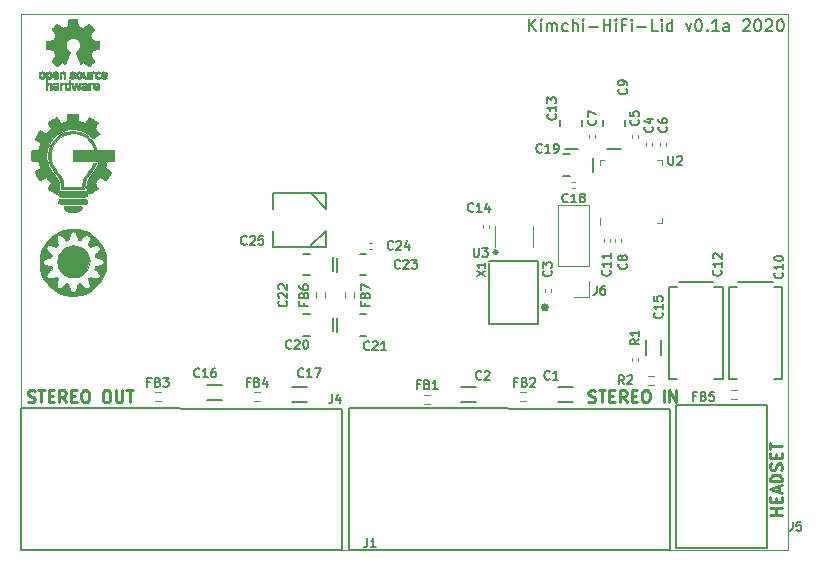
<source format=gto>
G04 #@! TF.GenerationSoftware,KiCad,Pcbnew,(5.1.8)-1*
G04 #@! TF.CreationDate,2021-01-26T22:47:04-05:00*
G04 #@! TF.ProjectId,kimchi_ulid,6b696d63-6869-45f7-956c-69642e6b6963,v0.1*
G04 #@! TF.SameCoordinates,Original*
G04 #@! TF.FileFunction,Legend,Top*
G04 #@! TF.FilePolarity,Positive*
%FSLAX46Y46*%
G04 Gerber Fmt 4.6, Leading zero omitted, Abs format (unit mm)*
G04 Created by KiCad (PCBNEW (5.1.8)-1) date 2021-01-26 22:47:04*
%MOMM*%
%LPD*%
G01*
G04 APERTURE LIST*
%ADD10C,0.150000*%
%ADD11C,0.250000*%
G04 #@! TA.AperFunction,Profile*
%ADD12C,0.100000*%
G04 #@! TD*
%ADD13C,0.010000*%
%ADD14C,0.120000*%
%ADD15C,0.152400*%
%ADD16C,0.200000*%
%ADD17C,0.100000*%
%ADD18C,0.350000*%
G04 APERTURE END LIST*
D10*
X150061904Y-82052380D02*
X150061904Y-81052380D01*
X150633333Y-82052380D02*
X150204761Y-81480952D01*
X150633333Y-81052380D02*
X150061904Y-81623809D01*
X151061904Y-82052380D02*
X151061904Y-81385714D01*
X151061904Y-81052380D02*
X151014285Y-81100000D01*
X151061904Y-81147619D01*
X151109523Y-81100000D01*
X151061904Y-81052380D01*
X151061904Y-81147619D01*
X151538095Y-82052380D02*
X151538095Y-81385714D01*
X151538095Y-81480952D02*
X151585714Y-81433333D01*
X151680952Y-81385714D01*
X151823809Y-81385714D01*
X151919047Y-81433333D01*
X151966666Y-81528571D01*
X151966666Y-82052380D01*
X151966666Y-81528571D02*
X152014285Y-81433333D01*
X152109523Y-81385714D01*
X152252380Y-81385714D01*
X152347619Y-81433333D01*
X152395238Y-81528571D01*
X152395238Y-82052380D01*
X153300000Y-82004761D02*
X153204761Y-82052380D01*
X153014285Y-82052380D01*
X152919047Y-82004761D01*
X152871428Y-81957142D01*
X152823809Y-81861904D01*
X152823809Y-81576190D01*
X152871428Y-81480952D01*
X152919047Y-81433333D01*
X153014285Y-81385714D01*
X153204761Y-81385714D01*
X153300000Y-81433333D01*
X153728571Y-82052380D02*
X153728571Y-81052380D01*
X154157142Y-82052380D02*
X154157142Y-81528571D01*
X154109523Y-81433333D01*
X154014285Y-81385714D01*
X153871428Y-81385714D01*
X153776190Y-81433333D01*
X153728571Y-81480952D01*
X154633333Y-82052380D02*
X154633333Y-81385714D01*
X154633333Y-81052380D02*
X154585714Y-81100000D01*
X154633333Y-81147619D01*
X154680952Y-81100000D01*
X154633333Y-81052380D01*
X154633333Y-81147619D01*
X155109523Y-81671428D02*
X155871428Y-81671428D01*
X156347619Y-82052380D02*
X156347619Y-81052380D01*
X156347619Y-81528571D02*
X156919047Y-81528571D01*
X156919047Y-82052380D02*
X156919047Y-81052380D01*
X157395238Y-82052380D02*
X157395238Y-81385714D01*
X157395238Y-81052380D02*
X157347619Y-81100000D01*
X157395238Y-81147619D01*
X157442857Y-81100000D01*
X157395238Y-81052380D01*
X157395238Y-81147619D01*
X158204761Y-81528571D02*
X157871428Y-81528571D01*
X157871428Y-82052380D02*
X157871428Y-81052380D01*
X158347619Y-81052380D01*
X158728571Y-82052380D02*
X158728571Y-81385714D01*
X158728571Y-81052380D02*
X158680952Y-81100000D01*
X158728571Y-81147619D01*
X158776190Y-81100000D01*
X158728571Y-81052380D01*
X158728571Y-81147619D01*
X159204761Y-81671428D02*
X159966666Y-81671428D01*
X160919047Y-82052380D02*
X160442857Y-82052380D01*
X160442857Y-81052380D01*
X161252380Y-82052380D02*
X161252380Y-81385714D01*
X161252380Y-81052380D02*
X161204761Y-81100000D01*
X161252380Y-81147619D01*
X161300000Y-81100000D01*
X161252380Y-81052380D01*
X161252380Y-81147619D01*
X162157142Y-82052380D02*
X162157142Y-81052380D01*
X162157142Y-82004761D02*
X162061904Y-82052380D01*
X161871428Y-82052380D01*
X161776190Y-82004761D01*
X161728571Y-81957142D01*
X161680952Y-81861904D01*
X161680952Y-81576190D01*
X161728571Y-81480952D01*
X161776190Y-81433333D01*
X161871428Y-81385714D01*
X162061904Y-81385714D01*
X162157142Y-81433333D01*
X163300000Y-81385714D02*
X163538095Y-82052380D01*
X163776190Y-81385714D01*
X164347619Y-81052380D02*
X164442857Y-81052380D01*
X164538095Y-81100000D01*
X164585714Y-81147619D01*
X164633333Y-81242857D01*
X164680952Y-81433333D01*
X164680952Y-81671428D01*
X164633333Y-81861904D01*
X164585714Y-81957142D01*
X164538095Y-82004761D01*
X164442857Y-82052380D01*
X164347619Y-82052380D01*
X164252380Y-82004761D01*
X164204761Y-81957142D01*
X164157142Y-81861904D01*
X164109523Y-81671428D01*
X164109523Y-81433333D01*
X164157142Y-81242857D01*
X164204761Y-81147619D01*
X164252380Y-81100000D01*
X164347619Y-81052380D01*
X165109523Y-81957142D02*
X165157142Y-82004761D01*
X165109523Y-82052380D01*
X165061904Y-82004761D01*
X165109523Y-81957142D01*
X165109523Y-82052380D01*
X166109523Y-82052380D02*
X165538095Y-82052380D01*
X165823809Y-82052380D02*
X165823809Y-81052380D01*
X165728571Y-81195238D01*
X165633333Y-81290476D01*
X165538095Y-81338095D01*
X166966666Y-82052380D02*
X166966666Y-81528571D01*
X166919047Y-81433333D01*
X166823809Y-81385714D01*
X166633333Y-81385714D01*
X166538095Y-81433333D01*
X166966666Y-82004761D02*
X166871428Y-82052380D01*
X166633333Y-82052380D01*
X166538095Y-82004761D01*
X166490476Y-81909523D01*
X166490476Y-81814285D01*
X166538095Y-81719047D01*
X166633333Y-81671428D01*
X166871428Y-81671428D01*
X166966666Y-81623809D01*
X168157142Y-81147619D02*
X168204761Y-81100000D01*
X168300000Y-81052380D01*
X168538095Y-81052380D01*
X168633333Y-81100000D01*
X168680952Y-81147619D01*
X168728571Y-81242857D01*
X168728571Y-81338095D01*
X168680952Y-81480952D01*
X168109523Y-82052380D01*
X168728571Y-82052380D01*
X169347619Y-81052380D02*
X169442857Y-81052380D01*
X169538095Y-81100000D01*
X169585714Y-81147619D01*
X169633333Y-81242857D01*
X169680952Y-81433333D01*
X169680952Y-81671428D01*
X169633333Y-81861904D01*
X169585714Y-81957142D01*
X169538095Y-82004761D01*
X169442857Y-82052380D01*
X169347619Y-82052380D01*
X169252380Y-82004761D01*
X169204761Y-81957142D01*
X169157142Y-81861904D01*
X169109523Y-81671428D01*
X169109523Y-81433333D01*
X169157142Y-81242857D01*
X169204761Y-81147619D01*
X169252380Y-81100000D01*
X169347619Y-81052380D01*
X170061904Y-81147619D02*
X170109523Y-81100000D01*
X170204761Y-81052380D01*
X170442857Y-81052380D01*
X170538095Y-81100000D01*
X170585714Y-81147619D01*
X170633333Y-81242857D01*
X170633333Y-81338095D01*
X170585714Y-81480952D01*
X170014285Y-82052380D01*
X170633333Y-82052380D01*
X171252380Y-81052380D02*
X171347619Y-81052380D01*
X171442857Y-81100000D01*
X171490476Y-81147619D01*
X171538095Y-81242857D01*
X171585714Y-81433333D01*
X171585714Y-81671428D01*
X171538095Y-81861904D01*
X171490476Y-81957142D01*
X171442857Y-82004761D01*
X171347619Y-82052380D01*
X171252380Y-82052380D01*
X171157142Y-82004761D01*
X171109523Y-81957142D01*
X171061904Y-81861904D01*
X171014285Y-81671428D01*
X171014285Y-81433333D01*
X171061904Y-81242857D01*
X171109523Y-81147619D01*
X171157142Y-81100000D01*
X171252380Y-81052380D01*
D11*
X107595238Y-113404761D02*
X107738095Y-113452380D01*
X107976190Y-113452380D01*
X108071428Y-113404761D01*
X108119047Y-113357142D01*
X108166666Y-113261904D01*
X108166666Y-113166666D01*
X108119047Y-113071428D01*
X108071428Y-113023809D01*
X107976190Y-112976190D01*
X107785714Y-112928571D01*
X107690476Y-112880952D01*
X107642857Y-112833333D01*
X107595238Y-112738095D01*
X107595238Y-112642857D01*
X107642857Y-112547619D01*
X107690476Y-112500000D01*
X107785714Y-112452380D01*
X108023809Y-112452380D01*
X108166666Y-112500000D01*
X108452380Y-112452380D02*
X109023809Y-112452380D01*
X108738095Y-113452380D02*
X108738095Y-112452380D01*
X109357142Y-112928571D02*
X109690476Y-112928571D01*
X109833333Y-113452380D02*
X109357142Y-113452380D01*
X109357142Y-112452380D01*
X109833333Y-112452380D01*
X110833333Y-113452380D02*
X110500000Y-112976190D01*
X110261904Y-113452380D02*
X110261904Y-112452380D01*
X110642857Y-112452380D01*
X110738095Y-112500000D01*
X110785714Y-112547619D01*
X110833333Y-112642857D01*
X110833333Y-112785714D01*
X110785714Y-112880952D01*
X110738095Y-112928571D01*
X110642857Y-112976190D01*
X110261904Y-112976190D01*
X111261904Y-112928571D02*
X111595238Y-112928571D01*
X111738095Y-113452380D02*
X111261904Y-113452380D01*
X111261904Y-112452380D01*
X111738095Y-112452380D01*
X112357142Y-112452380D02*
X112547619Y-112452380D01*
X112642857Y-112500000D01*
X112738095Y-112595238D01*
X112785714Y-112785714D01*
X112785714Y-113119047D01*
X112738095Y-113309523D01*
X112642857Y-113404761D01*
X112547619Y-113452380D01*
X112357142Y-113452380D01*
X112261904Y-113404761D01*
X112166666Y-113309523D01*
X112119047Y-113119047D01*
X112119047Y-112785714D01*
X112166666Y-112595238D01*
X112261904Y-112500000D01*
X112357142Y-112452380D01*
X114166666Y-112452380D02*
X114357142Y-112452380D01*
X114452380Y-112500000D01*
X114547619Y-112595238D01*
X114595238Y-112785714D01*
X114595238Y-113119047D01*
X114547619Y-113309523D01*
X114452380Y-113404761D01*
X114357142Y-113452380D01*
X114166666Y-113452380D01*
X114071428Y-113404761D01*
X113976190Y-113309523D01*
X113928571Y-113119047D01*
X113928571Y-112785714D01*
X113976190Y-112595238D01*
X114071428Y-112500000D01*
X114166666Y-112452380D01*
X115023809Y-112452380D02*
X115023809Y-113261904D01*
X115071428Y-113357142D01*
X115119047Y-113404761D01*
X115214285Y-113452380D01*
X115404761Y-113452380D01*
X115500000Y-113404761D01*
X115547619Y-113357142D01*
X115595238Y-113261904D01*
X115595238Y-112452380D01*
X115928571Y-112452380D02*
X116500000Y-112452380D01*
X116214285Y-113452380D02*
X116214285Y-112452380D01*
X155061904Y-113404761D02*
X155204761Y-113452380D01*
X155442857Y-113452380D01*
X155538095Y-113404761D01*
X155585714Y-113357142D01*
X155633333Y-113261904D01*
X155633333Y-113166666D01*
X155585714Y-113071428D01*
X155538095Y-113023809D01*
X155442857Y-112976190D01*
X155252380Y-112928571D01*
X155157142Y-112880952D01*
X155109523Y-112833333D01*
X155061904Y-112738095D01*
X155061904Y-112642857D01*
X155109523Y-112547619D01*
X155157142Y-112500000D01*
X155252380Y-112452380D01*
X155490476Y-112452380D01*
X155633333Y-112500000D01*
X155919047Y-112452380D02*
X156490476Y-112452380D01*
X156204761Y-113452380D02*
X156204761Y-112452380D01*
X156823809Y-112928571D02*
X157157142Y-112928571D01*
X157300000Y-113452380D02*
X156823809Y-113452380D01*
X156823809Y-112452380D01*
X157300000Y-112452380D01*
X158300000Y-113452380D02*
X157966666Y-112976190D01*
X157728571Y-113452380D02*
X157728571Y-112452380D01*
X158109523Y-112452380D01*
X158204761Y-112500000D01*
X158252380Y-112547619D01*
X158300000Y-112642857D01*
X158300000Y-112785714D01*
X158252380Y-112880952D01*
X158204761Y-112928571D01*
X158109523Y-112976190D01*
X157728571Y-112976190D01*
X158728571Y-112928571D02*
X159061904Y-112928571D01*
X159204761Y-113452380D02*
X158728571Y-113452380D01*
X158728571Y-112452380D01*
X159204761Y-112452380D01*
X159823809Y-112452380D02*
X160014285Y-112452380D01*
X160109523Y-112500000D01*
X160204761Y-112595238D01*
X160252380Y-112785714D01*
X160252380Y-113119047D01*
X160204761Y-113309523D01*
X160109523Y-113404761D01*
X160014285Y-113452380D01*
X159823809Y-113452380D01*
X159728571Y-113404761D01*
X159633333Y-113309523D01*
X159585714Y-113119047D01*
X159585714Y-112785714D01*
X159633333Y-112595238D01*
X159728571Y-112500000D01*
X159823809Y-112452380D01*
X161442857Y-113452380D02*
X161442857Y-112452380D01*
X161919047Y-113452380D02*
X161919047Y-112452380D01*
X162490476Y-113452380D01*
X162490476Y-112452380D01*
X171452380Y-122976190D02*
X170452380Y-122976190D01*
X170928571Y-122976190D02*
X170928571Y-122404761D01*
X171452380Y-122404761D02*
X170452380Y-122404761D01*
X170928571Y-121928571D02*
X170928571Y-121595238D01*
X171452380Y-121452380D02*
X171452380Y-121928571D01*
X170452380Y-121928571D01*
X170452380Y-121452380D01*
X171166666Y-121071428D02*
X171166666Y-120595238D01*
X171452380Y-121166666D02*
X170452380Y-120833333D01*
X171452380Y-120500000D01*
X171452380Y-120166666D02*
X170452380Y-120166666D01*
X170452380Y-119928571D01*
X170500000Y-119785714D01*
X170595238Y-119690476D01*
X170690476Y-119642857D01*
X170880952Y-119595238D01*
X171023809Y-119595238D01*
X171214285Y-119642857D01*
X171309523Y-119690476D01*
X171404761Y-119785714D01*
X171452380Y-119928571D01*
X171452380Y-120166666D01*
X171404761Y-119214285D02*
X171452380Y-119071428D01*
X171452380Y-118833333D01*
X171404761Y-118738095D01*
X171357142Y-118690476D01*
X171261904Y-118642857D01*
X171166666Y-118642857D01*
X171071428Y-118690476D01*
X171023809Y-118738095D01*
X170976190Y-118833333D01*
X170928571Y-119023809D01*
X170880952Y-119119047D01*
X170833333Y-119166666D01*
X170738095Y-119214285D01*
X170642857Y-119214285D01*
X170547619Y-119166666D01*
X170500000Y-119119047D01*
X170452380Y-119023809D01*
X170452380Y-118785714D01*
X170500000Y-118642857D01*
X170928571Y-118214285D02*
X170928571Y-117880952D01*
X171452380Y-117738095D02*
X171452380Y-118214285D01*
X170452380Y-118214285D01*
X170452380Y-117738095D01*
X170452380Y-117452380D02*
X170452380Y-116880952D01*
X171452380Y-117166666D02*
X170452380Y-117166666D01*
D12*
X172000000Y-80600000D02*
X107000000Y-80600000D01*
X107000000Y-126000000D02*
X172000000Y-126000000D01*
X107000000Y-80600000D02*
X107000000Y-126000000D01*
X172000000Y-126000000D02*
X172000000Y-80600000D01*
D13*
G36*
X111583039Y-98796713D02*
G01*
X111714092Y-98799363D01*
X111817363Y-98805114D01*
X111904356Y-98815057D01*
X111986577Y-98830283D01*
X112075529Y-98851884D01*
X112116655Y-98862846D01*
X112481829Y-98986637D01*
X112822337Y-99152712D01*
X113134830Y-99358686D01*
X113415961Y-99602174D01*
X113662381Y-99880793D01*
X113782868Y-100049607D01*
X113953053Y-100348245D01*
X114087839Y-100669871D01*
X114184834Y-101005002D01*
X114241644Y-101344157D01*
X114255876Y-101677851D01*
X114242914Y-101872098D01*
X114175760Y-102259332D01*
X114064203Y-102624460D01*
X113910149Y-102964953D01*
X113715500Y-103278282D01*
X113482164Y-103561920D01*
X113212044Y-103813337D01*
X112907046Y-104030003D01*
X112569074Y-104209392D01*
X112441400Y-104263680D01*
X112200991Y-104342900D01*
X111932519Y-104402883D01*
X111653571Y-104441190D01*
X111381733Y-104455387D01*
X111141321Y-104443798D01*
X110756403Y-104376763D01*
X110393538Y-104264215D01*
X110054215Y-104107088D01*
X109739923Y-103906321D01*
X109452149Y-103662849D01*
X109192383Y-103377609D01*
X108983733Y-103085900D01*
X108905848Y-102946956D01*
X108825624Y-102774652D01*
X108749982Y-102585578D01*
X108685844Y-102396323D01*
X108663073Y-102317350D01*
X108638058Y-102220071D01*
X108620097Y-102134304D01*
X108608025Y-102048136D01*
X108600675Y-101949650D01*
X108596882Y-101826931D01*
X108595479Y-101668062D01*
X108595373Y-101625400D01*
X108595815Y-101593663D01*
X108866235Y-101593663D01*
X108905922Y-101687651D01*
X108908744Y-101692328D01*
X108942454Y-101735819D01*
X108990609Y-101773145D01*
X109061116Y-101807858D01*
X109161878Y-101843509D01*
X109300799Y-101883648D01*
X109383334Y-101905547D01*
X109484389Y-101932942D01*
X109547378Y-101955287D01*
X109583583Y-101979596D01*
X109604283Y-102012884D01*
X109617378Y-102051075D01*
X109645588Y-102142990D01*
X109421856Y-102374259D01*
X109301838Y-102505939D01*
X109222064Y-102613865D01*
X109181143Y-102703388D01*
X109177684Y-102779860D01*
X109210295Y-102848632D01*
X109277585Y-102915055D01*
X109280628Y-102917464D01*
X109329676Y-102948664D01*
X109385217Y-102965168D01*
X109456520Y-102966700D01*
X109552852Y-102952983D01*
X109683480Y-102923743D01*
X109765246Y-102903034D01*
X110029815Y-102834469D01*
X110166527Y-102971181D01*
X110097463Y-103246903D01*
X110062024Y-103393651D01*
X110040457Y-103501024D01*
X110032465Y-103578431D01*
X110037752Y-103635280D01*
X110056019Y-103680982D01*
X110082535Y-103719371D01*
X110153658Y-103789973D01*
X110229260Y-103822182D01*
X110313691Y-103814835D01*
X110411301Y-103766775D01*
X110526440Y-103676841D01*
X110636340Y-103571688D01*
X110845815Y-103359173D01*
X110942707Y-103383766D01*
X111039599Y-103408360D01*
X111109316Y-103666230D01*
X111151792Y-103816707D01*
X111187833Y-103925800D01*
X111221439Y-104001839D01*
X111256614Y-104053157D01*
X111297357Y-104088085D01*
X111317769Y-104100239D01*
X111406937Y-104134668D01*
X111488548Y-104129645D01*
X111535297Y-104111984D01*
X111598829Y-104059925D01*
X111659471Y-103968409D01*
X111710574Y-103848636D01*
X111729762Y-103784400D01*
X111767114Y-103642091D01*
X111795744Y-103541080D01*
X111819480Y-103473443D01*
X111842151Y-103431250D01*
X111867584Y-103406577D01*
X111899607Y-103391497D01*
X111923190Y-103383874D01*
X112013344Y-103356205D01*
X112211484Y-103557567D01*
X112344451Y-103683998D01*
X112455908Y-103768925D01*
X112550933Y-103814133D01*
X112634602Y-103821405D01*
X112711992Y-103792526D01*
X112764861Y-103752018D01*
X112807248Y-103701113D01*
X112830279Y-103638208D01*
X112834143Y-103554910D01*
X112819027Y-103442824D01*
X112785119Y-103293556D01*
X112775917Y-103257807D01*
X112701426Y-102972514D01*
X112764879Y-102904048D01*
X112828332Y-102835581D01*
X113118202Y-102906279D01*
X113289330Y-102943760D01*
X113415644Y-102961868D01*
X113495135Y-102960644D01*
X113588328Y-102920190D01*
X113653164Y-102846688D01*
X113683905Y-102752577D01*
X113674816Y-102650296D01*
X113657786Y-102607980D01*
X113628907Y-102567717D01*
X113572573Y-102501675D01*
X113497500Y-102419742D01*
X113429638Y-102349223D01*
X113229703Y-102145947D01*
X113258086Y-102053468D01*
X113272552Y-102011741D01*
X113292029Y-101982019D01*
X113326273Y-101958779D01*
X113385043Y-101936502D01*
X113478093Y-101909667D01*
X113543384Y-101892047D01*
X113658780Y-101859456D01*
X113762461Y-101827259D01*
X113840201Y-101800019D01*
X113869720Y-101787322D01*
X113941602Y-101726726D01*
X113995188Y-101639124D01*
X114016200Y-101547921D01*
X113993343Y-101480223D01*
X113931988Y-101409462D01*
X113842955Y-101344748D01*
X113737068Y-101295190D01*
X113703281Y-101284541D01*
X113591324Y-101253405D01*
X113471202Y-101220017D01*
X113419886Y-101205760D01*
X113338061Y-101179699D01*
X113291894Y-101152424D01*
X113267123Y-101113304D01*
X113258063Y-101085110D01*
X113249824Y-101046317D01*
X113253323Y-101012122D01*
X113274134Y-100973087D01*
X113317832Y-100919771D01*
X113389989Y-100842735D01*
X113418972Y-100812600D01*
X113500846Y-100725800D01*
X113573024Y-100645917D01*
X113625626Y-100584058D01*
X113644295Y-100559298D01*
X113680925Y-100464140D01*
X113681056Y-100358847D01*
X113645700Y-100264241D01*
X113628850Y-100241658D01*
X113575163Y-100194547D01*
X113508911Y-100168338D01*
X113422015Y-100162752D01*
X113306396Y-100177507D01*
X113153974Y-100212322D01*
X113111037Y-100223626D01*
X112828175Y-100299489D01*
X112770871Y-100221982D01*
X112713567Y-100144474D01*
X112783780Y-99870378D01*
X112821095Y-99708587D01*
X112838893Y-99589652D01*
X112837738Y-99509762D01*
X112837252Y-99507041D01*
X112796534Y-99410414D01*
X112722341Y-99345403D01*
X112624192Y-99316566D01*
X112511607Y-99328459D01*
X112483730Y-99337791D01*
X112440666Y-99364759D01*
X112372101Y-99419536D01*
X112288117Y-99493674D01*
X112213858Y-99563924D01*
X112123909Y-99650957D01*
X112061235Y-99707654D01*
X112016983Y-99739387D01*
X111982298Y-99751531D01*
X111948326Y-99749459D01*
X111919891Y-99742335D01*
X111861449Y-99718763D01*
X111827820Y-99678272D01*
X111805736Y-99611452D01*
X111753755Y-99419291D01*
X111707207Y-99271452D01*
X111663461Y-99162100D01*
X111619885Y-99085399D01*
X111573848Y-99035516D01*
X111535297Y-99011815D01*
X111457173Y-98986632D01*
X111385887Y-98994299D01*
X111337071Y-99013561D01*
X111280053Y-99052264D01*
X111230179Y-99116655D01*
X111183896Y-99213587D01*
X111137657Y-99349916D01*
X111107617Y-99456615D01*
X111076371Y-99571395D01*
X111052516Y-99646801D01*
X111030538Y-99692594D01*
X111004927Y-99718534D01*
X110970172Y-99734382D01*
X110946531Y-99741913D01*
X110854052Y-99770296D01*
X110650776Y-99570361D01*
X110563242Y-99486560D01*
X110483671Y-99414506D01*
X110421949Y-99362917D01*
X110392019Y-99342213D01*
X110290012Y-99314724D01*
X110190962Y-99329470D01*
X110107309Y-99380714D01*
X110051490Y-99462720D01*
X110039355Y-99504864D01*
X110038311Y-99586069D01*
X110056837Y-99713460D01*
X110094654Y-99885627D01*
X110166287Y-100179327D01*
X110095912Y-100239799D01*
X110025537Y-100300270D01*
X109742328Y-100224391D01*
X109584633Y-100185774D01*
X109465661Y-100166413D01*
X109377055Y-100166490D01*
X109310454Y-100186187D01*
X109257500Y-100225686D01*
X109248568Y-100235138D01*
X109196391Y-100310303D01*
X109178177Y-100387826D01*
X109195778Y-100473010D01*
X109251048Y-100571158D01*
X109345839Y-100687572D01*
X109441694Y-100787773D01*
X109644632Y-100990711D01*
X109612074Y-101084754D01*
X109594317Y-101130018D01*
X109571497Y-101161024D01*
X109532629Y-101184250D01*
X109466729Y-101206171D01*
X109362813Y-101233265D01*
X109358273Y-101234407D01*
X109212747Y-101272766D01*
X109107183Y-101305912D01*
X109031659Y-101338244D01*
X108976254Y-101374161D01*
X108931048Y-101418065D01*
X108922985Y-101427443D01*
X108871697Y-101511125D01*
X108866235Y-101593663D01*
X108595815Y-101593663D01*
X108598587Y-101394869D01*
X108610858Y-101200628D01*
X108634756Y-101028578D01*
X108672855Y-100864624D01*
X108727727Y-100694669D01*
X108798287Y-100513476D01*
X108929028Y-100248650D01*
X109099781Y-99984083D01*
X109301081Y-99731552D01*
X109523462Y-99502834D01*
X109757459Y-99309705D01*
X109777106Y-99295643D01*
X109953347Y-99184577D01*
X110161338Y-99075171D01*
X110382512Y-98976065D01*
X110598299Y-98895897D01*
X110705634Y-98863635D01*
X110801596Y-98838840D01*
X110885580Y-98820937D01*
X110969128Y-98808821D01*
X111063784Y-98801391D01*
X111181088Y-98797543D01*
X111332585Y-98796173D01*
X111412700Y-98796072D01*
X111583039Y-98796713D01*
G37*
X111583039Y-98796713D02*
X111714092Y-98799363D01*
X111817363Y-98805114D01*
X111904356Y-98815057D01*
X111986577Y-98830283D01*
X112075529Y-98851884D01*
X112116655Y-98862846D01*
X112481829Y-98986637D01*
X112822337Y-99152712D01*
X113134830Y-99358686D01*
X113415961Y-99602174D01*
X113662381Y-99880793D01*
X113782868Y-100049607D01*
X113953053Y-100348245D01*
X114087839Y-100669871D01*
X114184834Y-101005002D01*
X114241644Y-101344157D01*
X114255876Y-101677851D01*
X114242914Y-101872098D01*
X114175760Y-102259332D01*
X114064203Y-102624460D01*
X113910149Y-102964953D01*
X113715500Y-103278282D01*
X113482164Y-103561920D01*
X113212044Y-103813337D01*
X112907046Y-104030003D01*
X112569074Y-104209392D01*
X112441400Y-104263680D01*
X112200991Y-104342900D01*
X111932519Y-104402883D01*
X111653571Y-104441190D01*
X111381733Y-104455387D01*
X111141321Y-104443798D01*
X110756403Y-104376763D01*
X110393538Y-104264215D01*
X110054215Y-104107088D01*
X109739923Y-103906321D01*
X109452149Y-103662849D01*
X109192383Y-103377609D01*
X108983733Y-103085900D01*
X108905848Y-102946956D01*
X108825624Y-102774652D01*
X108749982Y-102585578D01*
X108685844Y-102396323D01*
X108663073Y-102317350D01*
X108638058Y-102220071D01*
X108620097Y-102134304D01*
X108608025Y-102048136D01*
X108600675Y-101949650D01*
X108596882Y-101826931D01*
X108595479Y-101668062D01*
X108595373Y-101625400D01*
X108595815Y-101593663D01*
X108866235Y-101593663D01*
X108905922Y-101687651D01*
X108908744Y-101692328D01*
X108942454Y-101735819D01*
X108990609Y-101773145D01*
X109061116Y-101807858D01*
X109161878Y-101843509D01*
X109300799Y-101883648D01*
X109383334Y-101905547D01*
X109484389Y-101932942D01*
X109547378Y-101955287D01*
X109583583Y-101979596D01*
X109604283Y-102012884D01*
X109617378Y-102051075D01*
X109645588Y-102142990D01*
X109421856Y-102374259D01*
X109301838Y-102505939D01*
X109222064Y-102613865D01*
X109181143Y-102703388D01*
X109177684Y-102779860D01*
X109210295Y-102848632D01*
X109277585Y-102915055D01*
X109280628Y-102917464D01*
X109329676Y-102948664D01*
X109385217Y-102965168D01*
X109456520Y-102966700D01*
X109552852Y-102952983D01*
X109683480Y-102923743D01*
X109765246Y-102903034D01*
X110029815Y-102834469D01*
X110166527Y-102971181D01*
X110097463Y-103246903D01*
X110062024Y-103393651D01*
X110040457Y-103501024D01*
X110032465Y-103578431D01*
X110037752Y-103635280D01*
X110056019Y-103680982D01*
X110082535Y-103719371D01*
X110153658Y-103789973D01*
X110229260Y-103822182D01*
X110313691Y-103814835D01*
X110411301Y-103766775D01*
X110526440Y-103676841D01*
X110636340Y-103571688D01*
X110845815Y-103359173D01*
X110942707Y-103383766D01*
X111039599Y-103408360D01*
X111109316Y-103666230D01*
X111151792Y-103816707D01*
X111187833Y-103925800D01*
X111221439Y-104001839D01*
X111256614Y-104053157D01*
X111297357Y-104088085D01*
X111317769Y-104100239D01*
X111406937Y-104134668D01*
X111488548Y-104129645D01*
X111535297Y-104111984D01*
X111598829Y-104059925D01*
X111659471Y-103968409D01*
X111710574Y-103848636D01*
X111729762Y-103784400D01*
X111767114Y-103642091D01*
X111795744Y-103541080D01*
X111819480Y-103473443D01*
X111842151Y-103431250D01*
X111867584Y-103406577D01*
X111899607Y-103391497D01*
X111923190Y-103383874D01*
X112013344Y-103356205D01*
X112211484Y-103557567D01*
X112344451Y-103683998D01*
X112455908Y-103768925D01*
X112550933Y-103814133D01*
X112634602Y-103821405D01*
X112711992Y-103792526D01*
X112764861Y-103752018D01*
X112807248Y-103701113D01*
X112830279Y-103638208D01*
X112834143Y-103554910D01*
X112819027Y-103442824D01*
X112785119Y-103293556D01*
X112775917Y-103257807D01*
X112701426Y-102972514D01*
X112764879Y-102904048D01*
X112828332Y-102835581D01*
X113118202Y-102906279D01*
X113289330Y-102943760D01*
X113415644Y-102961868D01*
X113495135Y-102960644D01*
X113588328Y-102920190D01*
X113653164Y-102846688D01*
X113683905Y-102752577D01*
X113674816Y-102650296D01*
X113657786Y-102607980D01*
X113628907Y-102567717D01*
X113572573Y-102501675D01*
X113497500Y-102419742D01*
X113429638Y-102349223D01*
X113229703Y-102145947D01*
X113258086Y-102053468D01*
X113272552Y-102011741D01*
X113292029Y-101982019D01*
X113326273Y-101958779D01*
X113385043Y-101936502D01*
X113478093Y-101909667D01*
X113543384Y-101892047D01*
X113658780Y-101859456D01*
X113762461Y-101827259D01*
X113840201Y-101800019D01*
X113869720Y-101787322D01*
X113941602Y-101726726D01*
X113995188Y-101639124D01*
X114016200Y-101547921D01*
X113993343Y-101480223D01*
X113931988Y-101409462D01*
X113842955Y-101344748D01*
X113737068Y-101295190D01*
X113703281Y-101284541D01*
X113591324Y-101253405D01*
X113471202Y-101220017D01*
X113419886Y-101205760D01*
X113338061Y-101179699D01*
X113291894Y-101152424D01*
X113267123Y-101113304D01*
X113258063Y-101085110D01*
X113249824Y-101046317D01*
X113253323Y-101012122D01*
X113274134Y-100973087D01*
X113317832Y-100919771D01*
X113389989Y-100842735D01*
X113418972Y-100812600D01*
X113500846Y-100725800D01*
X113573024Y-100645917D01*
X113625626Y-100584058D01*
X113644295Y-100559298D01*
X113680925Y-100464140D01*
X113681056Y-100358847D01*
X113645700Y-100264241D01*
X113628850Y-100241658D01*
X113575163Y-100194547D01*
X113508911Y-100168338D01*
X113422015Y-100162752D01*
X113306396Y-100177507D01*
X113153974Y-100212322D01*
X113111037Y-100223626D01*
X112828175Y-100299489D01*
X112770871Y-100221982D01*
X112713567Y-100144474D01*
X112783780Y-99870378D01*
X112821095Y-99708587D01*
X112838893Y-99589652D01*
X112837738Y-99509762D01*
X112837252Y-99507041D01*
X112796534Y-99410414D01*
X112722341Y-99345403D01*
X112624192Y-99316566D01*
X112511607Y-99328459D01*
X112483730Y-99337791D01*
X112440666Y-99364759D01*
X112372101Y-99419536D01*
X112288117Y-99493674D01*
X112213858Y-99563924D01*
X112123909Y-99650957D01*
X112061235Y-99707654D01*
X112016983Y-99739387D01*
X111982298Y-99751531D01*
X111948326Y-99749459D01*
X111919891Y-99742335D01*
X111861449Y-99718763D01*
X111827820Y-99678272D01*
X111805736Y-99611452D01*
X111753755Y-99419291D01*
X111707207Y-99271452D01*
X111663461Y-99162100D01*
X111619885Y-99085399D01*
X111573848Y-99035516D01*
X111535297Y-99011815D01*
X111457173Y-98986632D01*
X111385887Y-98994299D01*
X111337071Y-99013561D01*
X111280053Y-99052264D01*
X111230179Y-99116655D01*
X111183896Y-99213587D01*
X111137657Y-99349916D01*
X111107617Y-99456615D01*
X111076371Y-99571395D01*
X111052516Y-99646801D01*
X111030538Y-99692594D01*
X111004927Y-99718534D01*
X110970172Y-99734382D01*
X110946531Y-99741913D01*
X110854052Y-99770296D01*
X110650776Y-99570361D01*
X110563242Y-99486560D01*
X110483671Y-99414506D01*
X110421949Y-99362917D01*
X110392019Y-99342213D01*
X110290012Y-99314724D01*
X110190962Y-99329470D01*
X110107309Y-99380714D01*
X110051490Y-99462720D01*
X110039355Y-99504864D01*
X110038311Y-99586069D01*
X110056837Y-99713460D01*
X110094654Y-99885627D01*
X110166287Y-100179327D01*
X110095912Y-100239799D01*
X110025537Y-100300270D01*
X109742328Y-100224391D01*
X109584633Y-100185774D01*
X109465661Y-100166413D01*
X109377055Y-100166490D01*
X109310454Y-100186187D01*
X109257500Y-100225686D01*
X109248568Y-100235138D01*
X109196391Y-100310303D01*
X109178177Y-100387826D01*
X109195778Y-100473010D01*
X109251048Y-100571158D01*
X109345839Y-100687572D01*
X109441694Y-100787773D01*
X109644632Y-100990711D01*
X109612074Y-101084754D01*
X109594317Y-101130018D01*
X109571497Y-101161024D01*
X109532629Y-101184250D01*
X109466729Y-101206171D01*
X109362813Y-101233265D01*
X109358273Y-101234407D01*
X109212747Y-101272766D01*
X109107183Y-101305912D01*
X109031659Y-101338244D01*
X108976254Y-101374161D01*
X108931048Y-101418065D01*
X108922985Y-101427443D01*
X108871697Y-101511125D01*
X108866235Y-101593663D01*
X108595815Y-101593663D01*
X108598587Y-101394869D01*
X108610858Y-101200628D01*
X108634756Y-101028578D01*
X108672855Y-100864624D01*
X108727727Y-100694669D01*
X108798287Y-100513476D01*
X108929028Y-100248650D01*
X109099781Y-99984083D01*
X109301081Y-99731552D01*
X109523462Y-99502834D01*
X109757459Y-99309705D01*
X109777106Y-99295643D01*
X109953347Y-99184577D01*
X110161338Y-99075171D01*
X110382512Y-98976065D01*
X110598299Y-98895897D01*
X110705634Y-98863635D01*
X110801596Y-98838840D01*
X110885580Y-98820937D01*
X110969128Y-98808821D01*
X111063784Y-98801391D01*
X111181088Y-98797543D01*
X111332585Y-98796173D01*
X111412700Y-98796072D01*
X111583039Y-98796713D01*
G36*
X111690633Y-100198582D02*
G01*
X111778636Y-100216710D01*
X112015123Y-100297606D01*
X112229976Y-100420573D01*
X112418639Y-100579841D01*
X112576555Y-100769636D01*
X112699165Y-100984188D01*
X112781913Y-101217725D01*
X112820243Y-101464473D01*
X112822400Y-101538716D01*
X112797925Y-101787608D01*
X112727530Y-102024956D01*
X112615763Y-102245038D01*
X112467168Y-102442132D01*
X112286292Y-102610517D01*
X112077681Y-102744470D01*
X111845881Y-102838270D01*
X111774910Y-102857158D01*
X111637060Y-102879611D01*
X111477828Y-102890359D01*
X111322570Y-102888453D01*
X111222200Y-102877852D01*
X110994775Y-102815096D01*
X110779211Y-102708556D01*
X110582341Y-102564783D01*
X110411000Y-102390326D01*
X110272022Y-102191737D01*
X110172242Y-101975563D01*
X110132669Y-101833699D01*
X110102510Y-101570059D01*
X110121322Y-101311856D01*
X110187514Y-101064428D01*
X110299491Y-100833113D01*
X110455664Y-100623249D01*
X110511000Y-100565168D01*
X110713376Y-100398056D01*
X110935868Y-100276924D01*
X111175135Y-100202688D01*
X111427836Y-100176268D01*
X111690633Y-100198582D01*
G37*
X111690633Y-100198582D02*
X111778636Y-100216710D01*
X112015123Y-100297606D01*
X112229976Y-100420573D01*
X112418639Y-100579841D01*
X112576555Y-100769636D01*
X112699165Y-100984188D01*
X112781913Y-101217725D01*
X112820243Y-101464473D01*
X112822400Y-101538716D01*
X112797925Y-101787608D01*
X112727530Y-102024956D01*
X112615763Y-102245038D01*
X112467168Y-102442132D01*
X112286292Y-102610517D01*
X112077681Y-102744470D01*
X111845881Y-102838270D01*
X111774910Y-102857158D01*
X111637060Y-102879611D01*
X111477828Y-102890359D01*
X111322570Y-102888453D01*
X111222200Y-102877852D01*
X110994775Y-102815096D01*
X110779211Y-102708556D01*
X110582341Y-102564783D01*
X110411000Y-102390326D01*
X110272022Y-102191737D01*
X110172242Y-101975563D01*
X110132669Y-101833699D01*
X110102510Y-101570059D01*
X110121322Y-101311856D01*
X110187514Y-101064428D01*
X110299491Y-100833113D01*
X110455664Y-100623249D01*
X110511000Y-100565168D01*
X110713376Y-100398056D01*
X110935868Y-100276924D01*
X111175135Y-100202688D01*
X111427836Y-100176268D01*
X111690633Y-100198582D01*
G36*
X112110045Y-96871454D02*
G01*
X112155179Y-96940251D01*
X112161722Y-97013410D01*
X112132671Y-97087364D01*
X112071020Y-97158546D01*
X111979763Y-97223388D01*
X111861895Y-97278324D01*
X111736833Y-97316043D01*
X111641668Y-97331436D01*
X111519099Y-97341354D01*
X111383730Y-97345565D01*
X111250165Y-97343837D01*
X111133006Y-97335940D01*
X111068611Y-97326624D01*
X110934848Y-97289185D01*
X110821634Y-97236134D01*
X110732361Y-97171544D01*
X110670418Y-97099491D01*
X110639195Y-97024050D01*
X110642081Y-96949294D01*
X110682467Y-96879300D01*
X110689954Y-96871454D01*
X110741909Y-96819500D01*
X112058091Y-96819500D01*
X112110045Y-96871454D01*
G37*
X112110045Y-96871454D02*
X112155179Y-96940251D01*
X112161722Y-97013410D01*
X112132671Y-97087364D01*
X112071020Y-97158546D01*
X111979763Y-97223388D01*
X111861895Y-97278324D01*
X111736833Y-97316043D01*
X111641668Y-97331436D01*
X111519099Y-97341354D01*
X111383730Y-97345565D01*
X111250165Y-97343837D01*
X111133006Y-97335940D01*
X111068611Y-97326624D01*
X110934848Y-97289185D01*
X110821634Y-97236134D01*
X110732361Y-97171544D01*
X110670418Y-97099491D01*
X110639195Y-97024050D01*
X110642081Y-96949294D01*
X110682467Y-96879300D01*
X110689954Y-96871454D01*
X110741909Y-96819500D01*
X112058091Y-96819500D01*
X112110045Y-96871454D01*
G36*
X112562513Y-96278166D02*
G01*
X112622102Y-96358951D01*
X112642386Y-96446321D01*
X112622100Y-96534340D01*
X112618598Y-96541404D01*
X112603788Y-96569560D01*
X112588548Y-96593325D01*
X112569381Y-96613065D01*
X112542793Y-96629149D01*
X112505289Y-96641943D01*
X112453375Y-96651816D01*
X112383555Y-96659135D01*
X112292334Y-96664266D01*
X112176218Y-96667579D01*
X112031711Y-96669440D01*
X111855319Y-96670217D01*
X111643546Y-96670277D01*
X111395759Y-96669991D01*
X111186016Y-96669357D01*
X110988103Y-96668046D01*
X110806258Y-96666135D01*
X110644718Y-96663703D01*
X110507719Y-96660828D01*
X110399498Y-96657587D01*
X110324291Y-96654059D01*
X110286335Y-96650320D01*
X110283592Y-96649556D01*
X110240934Y-96619149D01*
X110198184Y-96569423D01*
X110192622Y-96560940D01*
X110159977Y-96473347D01*
X110168536Y-96384859D01*
X110217557Y-96300307D01*
X110235598Y-96280799D01*
X110300147Y-96216250D01*
X112497887Y-96216250D01*
X112562513Y-96278166D01*
G37*
X112562513Y-96278166D02*
X112622102Y-96358951D01*
X112642386Y-96446321D01*
X112622100Y-96534340D01*
X112618598Y-96541404D01*
X112603788Y-96569560D01*
X112588548Y-96593325D01*
X112569381Y-96613065D01*
X112542793Y-96629149D01*
X112505289Y-96641943D01*
X112453375Y-96651816D01*
X112383555Y-96659135D01*
X112292334Y-96664266D01*
X112176218Y-96667579D01*
X112031711Y-96669440D01*
X111855319Y-96670217D01*
X111643546Y-96670277D01*
X111395759Y-96669991D01*
X111186016Y-96669357D01*
X110988103Y-96668046D01*
X110806258Y-96666135D01*
X110644718Y-96663703D01*
X110507719Y-96660828D01*
X110399498Y-96657587D01*
X110324291Y-96654059D01*
X110286335Y-96650320D01*
X110283592Y-96649556D01*
X110240934Y-96619149D01*
X110198184Y-96569423D01*
X110192622Y-96560940D01*
X110159977Y-96473347D01*
X110168536Y-96384859D01*
X110217557Y-96300307D01*
X110235598Y-96280799D01*
X110300147Y-96216250D01*
X112497887Y-96216250D01*
X112562513Y-96278166D01*
G36*
X112561748Y-95663600D02*
G01*
X112620728Y-95743902D01*
X112642017Y-95829965D01*
X112626043Y-95913613D01*
X112573231Y-95986669D01*
X112543707Y-96009875D01*
X112473239Y-96057500D01*
X111402161Y-96057421D01*
X111161425Y-96057348D01*
X110959359Y-96057079D01*
X110792297Y-96056478D01*
X110656577Y-96055407D01*
X110548534Y-96053732D01*
X110464505Y-96051315D01*
X110400824Y-96048022D01*
X110353829Y-96043716D01*
X110319855Y-96038261D01*
X110295239Y-96031520D01*
X110276315Y-96023359D01*
X110261764Y-96015078D01*
X110192901Y-95951895D01*
X110159722Y-95873411D01*
X110162805Y-95787983D01*
X110202729Y-95703967D01*
X110237487Y-95664332D01*
X110302113Y-95602417D01*
X112497887Y-95602417D01*
X112561748Y-95663600D01*
G37*
X112561748Y-95663600D02*
X112620728Y-95743902D01*
X112642017Y-95829965D01*
X112626043Y-95913613D01*
X112573231Y-95986669D01*
X112543707Y-96009875D01*
X112473239Y-96057500D01*
X111402161Y-96057421D01*
X111161425Y-96057348D01*
X110959359Y-96057079D01*
X110792297Y-96056478D01*
X110656577Y-96055407D01*
X110548534Y-96053732D01*
X110464505Y-96051315D01*
X110400824Y-96048022D01*
X110353829Y-96043716D01*
X110319855Y-96038261D01*
X110295239Y-96031520D01*
X110276315Y-96023359D01*
X110261764Y-96015078D01*
X110192901Y-95951895D01*
X110159722Y-95873411D01*
X110162805Y-95787983D01*
X110202729Y-95703967D01*
X110237487Y-95664332D01*
X110302113Y-95602417D01*
X112497887Y-95602417D01*
X112561748Y-95663600D01*
G36*
X111564400Y-89056084D02*
G01*
X111672601Y-89061812D01*
X111738667Y-89068777D01*
X111833917Y-89083083D01*
X111844500Y-89368374D01*
X111848993Y-89482980D01*
X111853476Y-89562272D01*
X111859429Y-89613244D01*
X111868333Y-89642888D01*
X111881670Y-89658197D01*
X111900921Y-89666166D01*
X111908000Y-89668151D01*
X112078776Y-89714753D01*
X112212714Y-89750929D01*
X112313739Y-89777679D01*
X112385774Y-89796003D01*
X112432745Y-89806903D01*
X112458574Y-89811378D01*
X112467009Y-89810718D01*
X112479706Y-89790386D01*
X112509288Y-89740690D01*
X112551455Y-89668917D01*
X112601904Y-89582352D01*
X112606213Y-89574929D01*
X112657932Y-89487149D01*
X112702819Y-89413430D01*
X112736268Y-89361167D01*
X112753671Y-89337757D01*
X112754173Y-89337388D01*
X112783680Y-89340393D01*
X112841614Y-89362845D01*
X112921141Y-89400769D01*
X113015422Y-89450192D01*
X113117622Y-89507141D01*
X113220904Y-89567641D01*
X113318432Y-89627719D01*
X113403369Y-89683402D01*
X113468877Y-89730715D01*
X113508122Y-89765684D01*
X113516318Y-89780380D01*
X113506075Y-89806287D01*
X113478356Y-89860898D01*
X113437256Y-89936493D01*
X113386870Y-90025352D01*
X113380949Y-90035583D01*
X113245928Y-90268417D01*
X113464150Y-90488372D01*
X113540578Y-90567566D01*
X113603953Y-90637384D01*
X113649241Y-90691947D01*
X113671408Y-90725375D01*
X113672577Y-90731789D01*
X113652364Y-90751637D01*
X113600329Y-90789259D01*
X113515346Y-90845390D01*
X113396287Y-90920768D01*
X113242023Y-91016131D01*
X113174470Y-91057438D01*
X113095469Y-91105625D01*
X112972693Y-90986182D01*
X112862595Y-90882290D01*
X112766689Y-90800501D01*
X112671704Y-90730697D01*
X112564370Y-90662764D01*
X112496862Y-90623444D01*
X112272318Y-90509282D01*
X112050647Y-90427002D01*
X111821097Y-90373849D01*
X111572911Y-90347070D01*
X111399864Y-90342500D01*
X111096268Y-90359115D01*
X110814262Y-90410135D01*
X110549076Y-90497320D01*
X110295935Y-90622431D01*
X110050067Y-90787230D01*
X109927672Y-90885653D01*
X109768339Y-91040780D01*
X109616039Y-91226481D01*
X109478667Y-91431006D01*
X109364116Y-91642604D01*
X109280405Y-91849147D01*
X109249465Y-91959173D01*
X109219527Y-92093407D01*
X109192944Y-92238099D01*
X109172069Y-92379500D01*
X109159251Y-92503863D01*
X109156333Y-92574413D01*
X109169894Y-92778253D01*
X109208283Y-92999803D01*
X109268056Y-93225261D01*
X109345771Y-93440825D01*
X109404642Y-93569828D01*
X109447721Y-93652621D01*
X109491144Y-93728502D01*
X109539986Y-93804914D01*
X109599320Y-93889301D01*
X109674222Y-93989106D01*
X109769767Y-94111771D01*
X109801917Y-94152500D01*
X109918463Y-94301376D01*
X110010808Y-94424997D01*
X110081936Y-94530554D01*
X110134834Y-94625242D01*
X110172486Y-94716252D01*
X110197879Y-94810779D01*
X110213997Y-94916015D01*
X110223827Y-95039153D01*
X110230248Y-95184470D01*
X110241918Y-95507357D01*
X110143457Y-95655428D01*
X110096772Y-95722963D01*
X110057947Y-95774229D01*
X110033356Y-95800983D01*
X110029289Y-95803031D01*
X110004908Y-95793712D01*
X109951824Y-95768977D01*
X109878849Y-95733028D01*
X109824602Y-95705472D01*
X109713410Y-95645957D01*
X109603131Y-95582697D01*
X109500006Y-95519742D01*
X109410271Y-95461142D01*
X109340168Y-95410948D01*
X109295934Y-95373209D01*
X109283333Y-95354079D01*
X109293482Y-95326052D01*
X109321095Y-95269904D01*
X109361922Y-95193852D01*
X109410333Y-95108490D01*
X109459759Y-95022130D01*
X109500199Y-94948983D01*
X109527457Y-94896819D01*
X109537333Y-94873474D01*
X109523235Y-94853343D01*
X109484442Y-94809024D01*
X109426206Y-94746249D01*
X109353781Y-94670751D01*
X109319227Y-94635441D01*
X109101122Y-94413872D01*
X108869991Y-94547769D01*
X108780120Y-94598708D01*
X108702285Y-94640731D01*
X108644369Y-94669726D01*
X108614260Y-94681581D01*
X108613191Y-94681667D01*
X108588062Y-94663938D01*
X108548032Y-94615324D01*
X108497090Y-94542679D01*
X108439227Y-94452859D01*
X108378432Y-94352719D01*
X108318695Y-94249114D01*
X108264005Y-94148900D01*
X108218351Y-94058931D01*
X108185724Y-93986065D01*
X108170113Y-93937155D01*
X108170870Y-93921630D01*
X108192436Y-93904936D01*
X108243496Y-93872023D01*
X108316675Y-93827475D01*
X108404598Y-93775876D01*
X108415035Y-93769862D01*
X108503197Y-93717012D01*
X108576098Y-93669231D01*
X108626727Y-93631415D01*
X108648072Y-93608459D01*
X108648333Y-93606947D01*
X108638816Y-93565451D01*
X108626564Y-93537540D01*
X108612850Y-93501329D01*
X108592190Y-93433998D01*
X108567523Y-93345592D01*
X108544872Y-93258474D01*
X108484950Y-93020083D01*
X108204825Y-93016336D01*
X108099948Y-93013952D01*
X108010773Y-93010072D01*
X107945614Y-93005195D01*
X107912783Y-92999819D01*
X107910809Y-92998709D01*
X107904470Y-92972133D01*
X107899144Y-92911586D01*
X107894927Y-92825418D01*
X107891917Y-92721983D01*
X107890211Y-92609632D01*
X107889907Y-92496717D01*
X107891102Y-92391590D01*
X107893893Y-92302603D01*
X107898379Y-92238107D01*
X107901678Y-92215750D01*
X107919884Y-92131083D01*
X108486570Y-92109917D01*
X108524869Y-91951167D01*
X108551607Y-91846982D01*
X108583009Y-91734135D01*
X108608617Y-91648881D01*
X108629866Y-91577528D01*
X108643294Y-91523942D01*
X108646245Y-91498842D01*
X108645908Y-91498350D01*
X108625352Y-91485685D01*
X108575637Y-91456539D01*
X108504405Y-91415355D01*
X108426083Y-91370456D01*
X108339081Y-91319817D01*
X108264142Y-91274450D01*
X108209925Y-91239707D01*
X108186300Y-91222240D01*
X108176449Y-91203639D01*
X108179323Y-91173136D01*
X108197181Y-91123609D01*
X108232278Y-91047935D01*
X108257908Y-90996253D01*
X108309729Y-90897801D01*
X108367954Y-90794940D01*
X108428298Y-90694372D01*
X108486474Y-90602803D01*
X108538195Y-90526935D01*
X108579176Y-90473473D01*
X108605130Y-90449121D01*
X108608233Y-90448333D01*
X108633494Y-90458375D01*
X108687636Y-90485811D01*
X108763034Y-90526608D01*
X108852058Y-90576731D01*
X108864371Y-90583801D01*
X109099784Y-90719268D01*
X109551722Y-90269624D01*
X109417528Y-90038736D01*
X109366544Y-89949405D01*
X109324465Y-89872605D01*
X109295393Y-89816049D01*
X109283431Y-89787451D01*
X109283333Y-89786466D01*
X109288736Y-89769169D01*
X109308558Y-89746815D01*
X109348220Y-89715051D01*
X109413145Y-89669522D01*
X109505583Y-89607960D01*
X109585753Y-89558132D01*
X109677720Y-89505566D01*
X109773733Y-89454131D01*
X109866045Y-89407694D01*
X109946906Y-89370120D01*
X110008568Y-89345277D01*
X110043280Y-89337032D01*
X110046712Y-89337935D01*
X110063067Y-89359405D01*
X110095500Y-89410479D01*
X110139489Y-89483776D01*
X110190513Y-89571916D01*
X110196530Y-89582499D01*
X110253676Y-89681190D01*
X110295572Y-89747647D01*
X110326423Y-89787233D01*
X110350432Y-89805313D01*
X110371804Y-89807251D01*
X110372562Y-89807091D01*
X110411550Y-89797009D01*
X110479203Y-89778085D01*
X110563648Y-89753669D01*
X110603326Y-89741972D01*
X110690994Y-89717253D01*
X110766903Y-89698175D01*
X110819368Y-89687578D01*
X110832259Y-89686333D01*
X110885720Y-89676298D01*
X110914558Y-89664422D01*
X110931221Y-89652108D01*
X110942656Y-89631355D01*
X110949830Y-89594972D01*
X110953713Y-89535773D01*
X110955272Y-89446567D01*
X110955500Y-89360520D01*
X110955500Y-89078530D01*
X111085605Y-89064932D01*
X111185526Y-89057799D01*
X111307524Y-89053999D01*
X111438262Y-89053454D01*
X111564400Y-89056084D01*
G37*
X111564400Y-89056084D02*
X111672601Y-89061812D01*
X111738667Y-89068777D01*
X111833917Y-89083083D01*
X111844500Y-89368374D01*
X111848993Y-89482980D01*
X111853476Y-89562272D01*
X111859429Y-89613244D01*
X111868333Y-89642888D01*
X111881670Y-89658197D01*
X111900921Y-89666166D01*
X111908000Y-89668151D01*
X112078776Y-89714753D01*
X112212714Y-89750929D01*
X112313739Y-89777679D01*
X112385774Y-89796003D01*
X112432745Y-89806903D01*
X112458574Y-89811378D01*
X112467009Y-89810718D01*
X112479706Y-89790386D01*
X112509288Y-89740690D01*
X112551455Y-89668917D01*
X112601904Y-89582352D01*
X112606213Y-89574929D01*
X112657932Y-89487149D01*
X112702819Y-89413430D01*
X112736268Y-89361167D01*
X112753671Y-89337757D01*
X112754173Y-89337388D01*
X112783680Y-89340393D01*
X112841614Y-89362845D01*
X112921141Y-89400769D01*
X113015422Y-89450192D01*
X113117622Y-89507141D01*
X113220904Y-89567641D01*
X113318432Y-89627719D01*
X113403369Y-89683402D01*
X113468877Y-89730715D01*
X113508122Y-89765684D01*
X113516318Y-89780380D01*
X113506075Y-89806287D01*
X113478356Y-89860898D01*
X113437256Y-89936493D01*
X113386870Y-90025352D01*
X113380949Y-90035583D01*
X113245928Y-90268417D01*
X113464150Y-90488372D01*
X113540578Y-90567566D01*
X113603953Y-90637384D01*
X113649241Y-90691947D01*
X113671408Y-90725375D01*
X113672577Y-90731789D01*
X113652364Y-90751637D01*
X113600329Y-90789259D01*
X113515346Y-90845390D01*
X113396287Y-90920768D01*
X113242023Y-91016131D01*
X113174470Y-91057438D01*
X113095469Y-91105625D01*
X112972693Y-90986182D01*
X112862595Y-90882290D01*
X112766689Y-90800501D01*
X112671704Y-90730697D01*
X112564370Y-90662764D01*
X112496862Y-90623444D01*
X112272318Y-90509282D01*
X112050647Y-90427002D01*
X111821097Y-90373849D01*
X111572911Y-90347070D01*
X111399864Y-90342500D01*
X111096268Y-90359115D01*
X110814262Y-90410135D01*
X110549076Y-90497320D01*
X110295935Y-90622431D01*
X110050067Y-90787230D01*
X109927672Y-90885653D01*
X109768339Y-91040780D01*
X109616039Y-91226481D01*
X109478667Y-91431006D01*
X109364116Y-91642604D01*
X109280405Y-91849147D01*
X109249465Y-91959173D01*
X109219527Y-92093407D01*
X109192944Y-92238099D01*
X109172069Y-92379500D01*
X109159251Y-92503863D01*
X109156333Y-92574413D01*
X109169894Y-92778253D01*
X109208283Y-92999803D01*
X109268056Y-93225261D01*
X109345771Y-93440825D01*
X109404642Y-93569828D01*
X109447721Y-93652621D01*
X109491144Y-93728502D01*
X109539986Y-93804914D01*
X109599320Y-93889301D01*
X109674222Y-93989106D01*
X109769767Y-94111771D01*
X109801917Y-94152500D01*
X109918463Y-94301376D01*
X110010808Y-94424997D01*
X110081936Y-94530554D01*
X110134834Y-94625242D01*
X110172486Y-94716252D01*
X110197879Y-94810779D01*
X110213997Y-94916015D01*
X110223827Y-95039153D01*
X110230248Y-95184470D01*
X110241918Y-95507357D01*
X110143457Y-95655428D01*
X110096772Y-95722963D01*
X110057947Y-95774229D01*
X110033356Y-95800983D01*
X110029289Y-95803031D01*
X110004908Y-95793712D01*
X109951824Y-95768977D01*
X109878849Y-95733028D01*
X109824602Y-95705472D01*
X109713410Y-95645957D01*
X109603131Y-95582697D01*
X109500006Y-95519742D01*
X109410271Y-95461142D01*
X109340168Y-95410948D01*
X109295934Y-95373209D01*
X109283333Y-95354079D01*
X109293482Y-95326052D01*
X109321095Y-95269904D01*
X109361922Y-95193852D01*
X109410333Y-95108490D01*
X109459759Y-95022130D01*
X109500199Y-94948983D01*
X109527457Y-94896819D01*
X109537333Y-94873474D01*
X109523235Y-94853343D01*
X109484442Y-94809024D01*
X109426206Y-94746249D01*
X109353781Y-94670751D01*
X109319227Y-94635441D01*
X109101122Y-94413872D01*
X108869991Y-94547769D01*
X108780120Y-94598708D01*
X108702285Y-94640731D01*
X108644369Y-94669726D01*
X108614260Y-94681581D01*
X108613191Y-94681667D01*
X108588062Y-94663938D01*
X108548032Y-94615324D01*
X108497090Y-94542679D01*
X108439227Y-94452859D01*
X108378432Y-94352719D01*
X108318695Y-94249114D01*
X108264005Y-94148900D01*
X108218351Y-94058931D01*
X108185724Y-93986065D01*
X108170113Y-93937155D01*
X108170870Y-93921630D01*
X108192436Y-93904936D01*
X108243496Y-93872023D01*
X108316675Y-93827475D01*
X108404598Y-93775876D01*
X108415035Y-93769862D01*
X108503197Y-93717012D01*
X108576098Y-93669231D01*
X108626727Y-93631415D01*
X108648072Y-93608459D01*
X108648333Y-93606947D01*
X108638816Y-93565451D01*
X108626564Y-93537540D01*
X108612850Y-93501329D01*
X108592190Y-93433998D01*
X108567523Y-93345592D01*
X108544872Y-93258474D01*
X108484950Y-93020083D01*
X108204825Y-93016336D01*
X108099948Y-93013952D01*
X108010773Y-93010072D01*
X107945614Y-93005195D01*
X107912783Y-92999819D01*
X107910809Y-92998709D01*
X107904470Y-92972133D01*
X107899144Y-92911586D01*
X107894927Y-92825418D01*
X107891917Y-92721983D01*
X107890211Y-92609632D01*
X107889907Y-92496717D01*
X107891102Y-92391590D01*
X107893893Y-92302603D01*
X107898379Y-92238107D01*
X107901678Y-92215750D01*
X107919884Y-92131083D01*
X108486570Y-92109917D01*
X108524869Y-91951167D01*
X108551607Y-91846982D01*
X108583009Y-91734135D01*
X108608617Y-91648881D01*
X108629866Y-91577528D01*
X108643294Y-91523942D01*
X108646245Y-91498842D01*
X108645908Y-91498350D01*
X108625352Y-91485685D01*
X108575637Y-91456539D01*
X108504405Y-91415355D01*
X108426083Y-91370456D01*
X108339081Y-91319817D01*
X108264142Y-91274450D01*
X108209925Y-91239707D01*
X108186300Y-91222240D01*
X108176449Y-91203639D01*
X108179323Y-91173136D01*
X108197181Y-91123609D01*
X108232278Y-91047935D01*
X108257908Y-90996253D01*
X108309729Y-90897801D01*
X108367954Y-90794940D01*
X108428298Y-90694372D01*
X108486474Y-90602803D01*
X108538195Y-90526935D01*
X108579176Y-90473473D01*
X108605130Y-90449121D01*
X108608233Y-90448333D01*
X108633494Y-90458375D01*
X108687636Y-90485811D01*
X108763034Y-90526608D01*
X108852058Y-90576731D01*
X108864371Y-90583801D01*
X109099784Y-90719268D01*
X109551722Y-90269624D01*
X109417528Y-90038736D01*
X109366544Y-89949405D01*
X109324465Y-89872605D01*
X109295393Y-89816049D01*
X109283431Y-89787451D01*
X109283333Y-89786466D01*
X109288736Y-89769169D01*
X109308558Y-89746815D01*
X109348220Y-89715051D01*
X109413145Y-89669522D01*
X109505583Y-89607960D01*
X109585753Y-89558132D01*
X109677720Y-89505566D01*
X109773733Y-89454131D01*
X109866045Y-89407694D01*
X109946906Y-89370120D01*
X110008568Y-89345277D01*
X110043280Y-89337032D01*
X110046712Y-89337935D01*
X110063067Y-89359405D01*
X110095500Y-89410479D01*
X110139489Y-89483776D01*
X110190513Y-89571916D01*
X110196530Y-89582499D01*
X110253676Y-89681190D01*
X110295572Y-89747647D01*
X110326423Y-89787233D01*
X110350432Y-89805313D01*
X110371804Y-89807251D01*
X110372562Y-89807091D01*
X110411550Y-89797009D01*
X110479203Y-89778085D01*
X110563648Y-89753669D01*
X110603326Y-89741972D01*
X110690994Y-89717253D01*
X110766903Y-89698175D01*
X110819368Y-89687578D01*
X110832259Y-89686333D01*
X110885720Y-89676298D01*
X110914558Y-89664422D01*
X110931221Y-89652108D01*
X110942656Y-89631355D01*
X110949830Y-89594972D01*
X110953713Y-89535773D01*
X110955272Y-89446567D01*
X110955500Y-89360520D01*
X110955500Y-89078530D01*
X111085605Y-89064932D01*
X111185526Y-89057799D01*
X111307524Y-89053999D01*
X111438262Y-89053454D01*
X111564400Y-89056084D01*
G36*
X113445384Y-92120513D02*
G01*
X113716915Y-92120597D01*
X113951557Y-92120820D01*
X114152030Y-92121248D01*
X114321056Y-92121950D01*
X114461358Y-92122992D01*
X114575655Y-92124443D01*
X114666671Y-92126368D01*
X114737126Y-92128837D01*
X114789743Y-92131915D01*
X114827243Y-92135671D01*
X114852347Y-92140172D01*
X114867778Y-92145484D01*
X114876256Y-92151677D01*
X114880504Y-92158816D01*
X114882213Y-92163768D01*
X114887652Y-92202391D01*
X114891887Y-92274229D01*
X114894897Y-92370279D01*
X114896663Y-92481538D01*
X114897166Y-92599006D01*
X114896387Y-92713679D01*
X114894305Y-92816555D01*
X114890901Y-92898632D01*
X114886156Y-92950909D01*
X114883939Y-92961269D01*
X114875704Y-92980419D01*
X114860685Y-92993729D01*
X114831779Y-93002480D01*
X114781880Y-93007951D01*
X114703886Y-93011424D01*
X114590690Y-93014176D01*
X114590241Y-93014186D01*
X114311616Y-93020083D01*
X114241711Y-93284667D01*
X114214323Y-93388237D01*
X114190048Y-93479871D01*
X114171364Y-93550222D01*
X114160750Y-93589943D01*
X114160218Y-93591908D01*
X114160419Y-93614019D01*
X114177145Y-93638016D01*
X114216064Y-93668579D01*
X114282841Y-93710391D01*
X114352350Y-93750658D01*
X114463447Y-93813233D01*
X114542361Y-93859482D01*
X114592230Y-93896417D01*
X114616190Y-93931051D01*
X114617379Y-93970396D01*
X114598934Y-94021465D01*
X114563992Y-94091269D01*
X114532376Y-94153079D01*
X114471434Y-94269170D01*
X114407496Y-94381757D01*
X114344539Y-94484739D01*
X114286545Y-94572017D01*
X114237494Y-94637490D01*
X114201365Y-94675058D01*
X114187508Y-94681667D01*
X114159985Y-94671538D01*
X114103990Y-94643896D01*
X114027444Y-94602859D01*
X113938266Y-94552544D01*
X113930273Y-94547922D01*
X113699406Y-94414178D01*
X113481036Y-94634141D01*
X113403853Y-94713049D01*
X113338649Y-94781928D01*
X113290711Y-94835016D01*
X113265329Y-94866550D01*
X113262667Y-94872022D01*
X113272747Y-94896345D01*
X113300184Y-94949269D01*
X113340773Y-95022962D01*
X113389667Y-95108490D01*
X113439246Y-95195823D01*
X113479765Y-95271030D01*
X113506984Y-95325970D01*
X113516667Y-95352267D01*
X113499118Y-95376180D01*
X113450795Y-95415971D01*
X113378179Y-95467420D01*
X113287753Y-95526306D01*
X113185999Y-95588406D01*
X113079399Y-95649501D01*
X112974436Y-95705368D01*
X112974408Y-95705382D01*
X112892953Y-95746320D01*
X112826399Y-95778884D01*
X112783174Y-95799002D01*
X112771314Y-95803500D01*
X112751446Y-95789324D01*
X112730010Y-95766458D01*
X112701824Y-95728434D01*
X112661905Y-95669258D01*
X112631480Y-95621730D01*
X112602378Y-95573353D01*
X112583191Y-95532266D01*
X112571889Y-95487828D01*
X112566442Y-95429397D01*
X112564819Y-95346332D01*
X112564859Y-95272480D01*
X112569171Y-95079446D01*
X112581522Y-94921643D01*
X112602865Y-94792569D01*
X112634155Y-94685717D01*
X112659536Y-94626610D01*
X112691406Y-94571823D01*
X112744426Y-94492163D01*
X112812989Y-94395566D01*
X112891488Y-94289966D01*
X112960027Y-94201349D01*
X113072682Y-94057076D01*
X113162714Y-93938143D01*
X113234874Y-93837596D01*
X113293908Y-93748477D01*
X113344566Y-93663834D01*
X113391596Y-93576710D01*
X113406686Y-93547107D01*
X113447508Y-93458855D01*
X113487244Y-93360405D01*
X113522849Y-93261004D01*
X113551277Y-93169898D01*
X113569480Y-93096335D01*
X113574413Y-93049563D01*
X113572953Y-93042398D01*
X113566054Y-93035055D01*
X113549220Y-93028900D01*
X113519069Y-93023832D01*
X113472218Y-93019748D01*
X113405285Y-93016545D01*
X113314887Y-93014121D01*
X113197640Y-93012373D01*
X113050164Y-93011199D01*
X112869075Y-93010497D01*
X112650990Y-93010164D01*
X112506773Y-93010099D01*
X112298970Y-93010059D01*
X112103710Y-93010013D01*
X111925144Y-93009963D01*
X111767425Y-93009912D01*
X111634704Y-93009860D01*
X111531132Y-93009808D01*
X111460862Y-93009759D01*
X111428044Y-93009714D01*
X111426458Y-93009707D01*
X111417187Y-92999786D01*
X111410190Y-92967431D01*
X111405220Y-92908510D01*
X111402033Y-92818890D01*
X111400381Y-92694437D01*
X111400000Y-92565000D01*
X111400000Y-92120500D01*
X113134240Y-92120500D01*
X113445384Y-92120513D01*
G37*
X113445384Y-92120513D02*
X113716915Y-92120597D01*
X113951557Y-92120820D01*
X114152030Y-92121248D01*
X114321056Y-92121950D01*
X114461358Y-92122992D01*
X114575655Y-92124443D01*
X114666671Y-92126368D01*
X114737126Y-92128837D01*
X114789743Y-92131915D01*
X114827243Y-92135671D01*
X114852347Y-92140172D01*
X114867778Y-92145484D01*
X114876256Y-92151677D01*
X114880504Y-92158816D01*
X114882213Y-92163768D01*
X114887652Y-92202391D01*
X114891887Y-92274229D01*
X114894897Y-92370279D01*
X114896663Y-92481538D01*
X114897166Y-92599006D01*
X114896387Y-92713679D01*
X114894305Y-92816555D01*
X114890901Y-92898632D01*
X114886156Y-92950909D01*
X114883939Y-92961269D01*
X114875704Y-92980419D01*
X114860685Y-92993729D01*
X114831779Y-93002480D01*
X114781880Y-93007951D01*
X114703886Y-93011424D01*
X114590690Y-93014176D01*
X114590241Y-93014186D01*
X114311616Y-93020083D01*
X114241711Y-93284667D01*
X114214323Y-93388237D01*
X114190048Y-93479871D01*
X114171364Y-93550222D01*
X114160750Y-93589943D01*
X114160218Y-93591908D01*
X114160419Y-93614019D01*
X114177145Y-93638016D01*
X114216064Y-93668579D01*
X114282841Y-93710391D01*
X114352350Y-93750658D01*
X114463447Y-93813233D01*
X114542361Y-93859482D01*
X114592230Y-93896417D01*
X114616190Y-93931051D01*
X114617379Y-93970396D01*
X114598934Y-94021465D01*
X114563992Y-94091269D01*
X114532376Y-94153079D01*
X114471434Y-94269170D01*
X114407496Y-94381757D01*
X114344539Y-94484739D01*
X114286545Y-94572017D01*
X114237494Y-94637490D01*
X114201365Y-94675058D01*
X114187508Y-94681667D01*
X114159985Y-94671538D01*
X114103990Y-94643896D01*
X114027444Y-94602859D01*
X113938266Y-94552544D01*
X113930273Y-94547922D01*
X113699406Y-94414178D01*
X113481036Y-94634141D01*
X113403853Y-94713049D01*
X113338649Y-94781928D01*
X113290711Y-94835016D01*
X113265329Y-94866550D01*
X113262667Y-94872022D01*
X113272747Y-94896345D01*
X113300184Y-94949269D01*
X113340773Y-95022962D01*
X113389667Y-95108490D01*
X113439246Y-95195823D01*
X113479765Y-95271030D01*
X113506984Y-95325970D01*
X113516667Y-95352267D01*
X113499118Y-95376180D01*
X113450795Y-95415971D01*
X113378179Y-95467420D01*
X113287753Y-95526306D01*
X113185999Y-95588406D01*
X113079399Y-95649501D01*
X112974436Y-95705368D01*
X112974408Y-95705382D01*
X112892953Y-95746320D01*
X112826399Y-95778884D01*
X112783174Y-95799002D01*
X112771314Y-95803500D01*
X112751446Y-95789324D01*
X112730010Y-95766458D01*
X112701824Y-95728434D01*
X112661905Y-95669258D01*
X112631480Y-95621730D01*
X112602378Y-95573353D01*
X112583191Y-95532266D01*
X112571889Y-95487828D01*
X112566442Y-95429397D01*
X112564819Y-95346332D01*
X112564859Y-95272480D01*
X112569171Y-95079446D01*
X112581522Y-94921643D01*
X112602865Y-94792569D01*
X112634155Y-94685717D01*
X112659536Y-94626610D01*
X112691406Y-94571823D01*
X112744426Y-94492163D01*
X112812989Y-94395566D01*
X112891488Y-94289966D01*
X112960027Y-94201349D01*
X113072682Y-94057076D01*
X113162714Y-93938143D01*
X113234874Y-93837596D01*
X113293908Y-93748477D01*
X113344566Y-93663834D01*
X113391596Y-93576710D01*
X113406686Y-93547107D01*
X113447508Y-93458855D01*
X113487244Y-93360405D01*
X113522849Y-93261004D01*
X113551277Y-93169898D01*
X113569480Y-93096335D01*
X113574413Y-93049563D01*
X113572953Y-93042398D01*
X113566054Y-93035055D01*
X113549220Y-93028900D01*
X113519069Y-93023832D01*
X113472218Y-93019748D01*
X113405285Y-93016545D01*
X113314887Y-93014121D01*
X113197640Y-93012373D01*
X113050164Y-93011199D01*
X112869075Y-93010497D01*
X112650990Y-93010164D01*
X112506773Y-93010099D01*
X112298970Y-93010059D01*
X112103710Y-93010013D01*
X111925144Y-93009963D01*
X111767425Y-93009912D01*
X111634704Y-93009860D01*
X111531132Y-93009808D01*
X111460862Y-93009759D01*
X111428044Y-93009714D01*
X111426458Y-93009707D01*
X111417187Y-92999786D01*
X111410190Y-92967431D01*
X111405220Y-92908510D01*
X111402033Y-92818890D01*
X111400381Y-92694437D01*
X111400000Y-92565000D01*
X111400000Y-92120500D01*
X113134240Y-92120500D01*
X113445384Y-92120513D01*
G36*
X111797664Y-90540526D02*
G01*
X112071045Y-90613862D01*
X112330567Y-90724403D01*
X112573541Y-90870571D01*
X112797278Y-91050789D01*
X112999089Y-91263480D01*
X113176284Y-91507067D01*
X113303825Y-91733773D01*
X113355131Y-91840520D01*
X113385555Y-91915640D01*
X113394913Y-91964434D01*
X113383023Y-91992204D01*
X113349701Y-92004250D01*
X113294765Y-92005873D01*
X113294417Y-92005863D01*
X113264838Y-92002114D01*
X113239534Y-91988330D01*
X113213029Y-91957890D01*
X113179844Y-91904168D01*
X113134504Y-91820543D01*
X113122801Y-91798325D01*
X112963815Y-91535115D01*
X112781939Y-91306095D01*
X112578384Y-91112128D01*
X112354364Y-90954077D01*
X112111090Y-90832807D01*
X111849775Y-90749179D01*
X111588086Y-90705597D01*
X111303234Y-90698209D01*
X111027164Y-90732071D01*
X110761636Y-90806686D01*
X110508408Y-90921558D01*
X110269239Y-91076190D01*
X110265724Y-91078842D01*
X110054842Y-91264163D01*
X109876872Y-91475877D01*
X109732554Y-91712860D01*
X109622628Y-91973993D01*
X109578899Y-92120511D01*
X109541524Y-92326586D01*
X109528727Y-92551365D01*
X109540378Y-92779178D01*
X109576345Y-92994354D01*
X109586571Y-93034964D01*
X109623581Y-93160942D01*
X109665711Y-93277131D01*
X109716497Y-93389616D01*
X109779475Y-93504477D01*
X109858183Y-93627797D01*
X109956157Y-93765660D01*
X110076934Y-93924147D01*
X110177715Y-94051586D01*
X110251839Y-94146796D01*
X110322470Y-94241920D01*
X110381991Y-94326422D01*
X110422781Y-94389762D01*
X110425163Y-94393871D01*
X110484746Y-94524390D01*
X110534331Y-94686520D01*
X110571303Y-94870186D01*
X110590467Y-95030917D01*
X110606250Y-95221417D01*
X112193750Y-95221417D01*
X112208974Y-95023388D01*
X112231611Y-94824788D01*
X112269390Y-94652719D01*
X112326851Y-94495858D01*
X112408531Y-94342883D01*
X112518968Y-94182471D01*
X112575011Y-94110167D01*
X112699037Y-93953262D01*
X112799401Y-93823486D01*
X112879752Y-93715620D01*
X112943735Y-93624445D01*
X112994998Y-93544742D01*
X113037188Y-93471292D01*
X113073952Y-93398877D01*
X113077940Y-93390500D01*
X113117515Y-93310291D01*
X113152809Y-93244872D01*
X113178577Y-93203693D01*
X113186417Y-93195032D01*
X113224720Y-93183149D01*
X113278491Y-93179628D01*
X113328624Y-93184283D01*
X113355884Y-93196711D01*
X113355169Y-93228369D01*
X113337256Y-93288916D01*
X113305332Y-93370138D01*
X113262588Y-93463823D01*
X113219098Y-93549041D01*
X113185309Y-93608644D01*
X113144611Y-93673445D01*
X113093568Y-93748210D01*
X113028745Y-93837707D01*
X112946707Y-93946704D01*
X112844019Y-94079968D01*
X112746561Y-94204870D01*
X112639392Y-94347022D01*
X112557490Y-94471172D01*
X112497109Y-94587537D01*
X112454500Y-94706328D01*
X112425916Y-94837762D01*
X112407608Y-94992051D01*
X112396869Y-95157917D01*
X112384250Y-95411917D01*
X111409028Y-95417417D01*
X111209785Y-95418238D01*
X111023612Y-95418419D01*
X110854767Y-95418000D01*
X110707507Y-95417018D01*
X110586088Y-95415510D01*
X110494767Y-95413515D01*
X110437801Y-95411072D01*
X110419487Y-95408598D01*
X110413033Y-95382252D01*
X110408090Y-95324204D01*
X110405424Y-95245079D01*
X110405167Y-95210078D01*
X110397243Y-95032960D01*
X110374891Y-94859717D01*
X110340239Y-94701784D01*
X110295416Y-94570598D01*
X110279988Y-94537541D01*
X110239753Y-94467913D01*
X110181732Y-94379692D01*
X110115292Y-94286763D01*
X110077367Y-94237167D01*
X109929895Y-94047650D01*
X109807325Y-93884632D01*
X109706560Y-93742860D01*
X109624504Y-93617080D01*
X109558059Y-93502040D01*
X109504129Y-93392485D01*
X109459618Y-93283164D01*
X109421428Y-93168822D01*
X109396642Y-93082411D01*
X109372936Y-92989929D01*
X109356782Y-92909739D01*
X109346812Y-92829358D01*
X109341656Y-92736299D01*
X109339947Y-92618079D01*
X109339914Y-92565000D01*
X109345315Y-92371064D01*
X109362865Y-92203327D01*
X109395585Y-92046651D01*
X109446498Y-91885898D01*
X109505080Y-91737720D01*
X109619818Y-91514365D01*
X109769689Y-91299060D01*
X109947492Y-91099806D01*
X110146028Y-90924605D01*
X110358095Y-90781458D01*
X110373417Y-90772757D01*
X110583447Y-90666872D01*
X110786941Y-90591043D01*
X110999490Y-90540464D01*
X111220083Y-90511772D01*
X111513114Y-90505970D01*
X111797664Y-90540526D01*
G37*
X111797664Y-90540526D02*
X112071045Y-90613862D01*
X112330567Y-90724403D01*
X112573541Y-90870571D01*
X112797278Y-91050789D01*
X112999089Y-91263480D01*
X113176284Y-91507067D01*
X113303825Y-91733773D01*
X113355131Y-91840520D01*
X113385555Y-91915640D01*
X113394913Y-91964434D01*
X113383023Y-91992204D01*
X113349701Y-92004250D01*
X113294765Y-92005873D01*
X113294417Y-92005863D01*
X113264838Y-92002114D01*
X113239534Y-91988330D01*
X113213029Y-91957890D01*
X113179844Y-91904168D01*
X113134504Y-91820543D01*
X113122801Y-91798325D01*
X112963815Y-91535115D01*
X112781939Y-91306095D01*
X112578384Y-91112128D01*
X112354364Y-90954077D01*
X112111090Y-90832807D01*
X111849775Y-90749179D01*
X111588086Y-90705597D01*
X111303234Y-90698209D01*
X111027164Y-90732071D01*
X110761636Y-90806686D01*
X110508408Y-90921558D01*
X110269239Y-91076190D01*
X110265724Y-91078842D01*
X110054842Y-91264163D01*
X109876872Y-91475877D01*
X109732554Y-91712860D01*
X109622628Y-91973993D01*
X109578899Y-92120511D01*
X109541524Y-92326586D01*
X109528727Y-92551365D01*
X109540378Y-92779178D01*
X109576345Y-92994354D01*
X109586571Y-93034964D01*
X109623581Y-93160942D01*
X109665711Y-93277131D01*
X109716497Y-93389616D01*
X109779475Y-93504477D01*
X109858183Y-93627797D01*
X109956157Y-93765660D01*
X110076934Y-93924147D01*
X110177715Y-94051586D01*
X110251839Y-94146796D01*
X110322470Y-94241920D01*
X110381991Y-94326422D01*
X110422781Y-94389762D01*
X110425163Y-94393871D01*
X110484746Y-94524390D01*
X110534331Y-94686520D01*
X110571303Y-94870186D01*
X110590467Y-95030917D01*
X110606250Y-95221417D01*
X112193750Y-95221417D01*
X112208974Y-95023388D01*
X112231611Y-94824788D01*
X112269390Y-94652719D01*
X112326851Y-94495858D01*
X112408531Y-94342883D01*
X112518968Y-94182471D01*
X112575011Y-94110167D01*
X112699037Y-93953262D01*
X112799401Y-93823486D01*
X112879752Y-93715620D01*
X112943735Y-93624445D01*
X112994998Y-93544742D01*
X113037188Y-93471292D01*
X113073952Y-93398877D01*
X113077940Y-93390500D01*
X113117515Y-93310291D01*
X113152809Y-93244872D01*
X113178577Y-93203693D01*
X113186417Y-93195032D01*
X113224720Y-93183149D01*
X113278491Y-93179628D01*
X113328624Y-93184283D01*
X113355884Y-93196711D01*
X113355169Y-93228369D01*
X113337256Y-93288916D01*
X113305332Y-93370138D01*
X113262588Y-93463823D01*
X113219098Y-93549041D01*
X113185309Y-93608644D01*
X113144611Y-93673445D01*
X113093568Y-93748210D01*
X113028745Y-93837707D01*
X112946707Y-93946704D01*
X112844019Y-94079968D01*
X112746561Y-94204870D01*
X112639392Y-94347022D01*
X112557490Y-94471172D01*
X112497109Y-94587537D01*
X112454500Y-94706328D01*
X112425916Y-94837762D01*
X112407608Y-94992051D01*
X112396869Y-95157917D01*
X112384250Y-95411917D01*
X111409028Y-95417417D01*
X111209785Y-95418238D01*
X111023612Y-95418419D01*
X110854767Y-95418000D01*
X110707507Y-95417018D01*
X110586088Y-95415510D01*
X110494767Y-95413515D01*
X110437801Y-95411072D01*
X110419487Y-95408598D01*
X110413033Y-95382252D01*
X110408090Y-95324204D01*
X110405424Y-95245079D01*
X110405167Y-95210078D01*
X110397243Y-95032960D01*
X110374891Y-94859717D01*
X110340239Y-94701784D01*
X110295416Y-94570598D01*
X110279988Y-94537541D01*
X110239753Y-94467913D01*
X110181732Y-94379692D01*
X110115292Y-94286763D01*
X110077367Y-94237167D01*
X109929895Y-94047650D01*
X109807325Y-93884632D01*
X109706560Y-93742860D01*
X109624504Y-93617080D01*
X109558059Y-93502040D01*
X109504129Y-93392485D01*
X109459618Y-93283164D01*
X109421428Y-93168822D01*
X109396642Y-93082411D01*
X109372936Y-92989929D01*
X109356782Y-92909739D01*
X109346812Y-92829358D01*
X109341656Y-92736299D01*
X109339947Y-92618079D01*
X109339914Y-92565000D01*
X109345315Y-92371064D01*
X109362865Y-92203327D01*
X109395585Y-92046651D01*
X109446498Y-91885898D01*
X109505080Y-91737720D01*
X109619818Y-91514365D01*
X109769689Y-91299060D01*
X109947492Y-91099806D01*
X110146028Y-90924605D01*
X110358095Y-90781458D01*
X110373417Y-90772757D01*
X110583447Y-90666872D01*
X110786941Y-90591043D01*
X110999490Y-90540464D01*
X111220083Y-90511772D01*
X111513114Y-90505970D01*
X111797664Y-90540526D01*
D14*
X155130000Y-104530000D02*
X153800000Y-104530000D01*
X155130000Y-103200000D02*
X155130000Y-104530000D01*
X155130000Y-101930000D02*
X152470000Y-101930000D01*
X152470000Y-101930000D02*
X152470000Y-96790000D01*
X155130000Y-101930000D02*
X155130000Y-96790000D01*
X155130000Y-96790000D02*
X152470000Y-96790000D01*
D15*
X135737309Y-107826998D02*
X136262691Y-107826998D01*
X136262691Y-105973002D02*
X135737309Y-105973002D01*
D16*
X133750000Y-106350000D02*
X133750000Y-107500000D01*
D15*
X131462691Y-100873002D02*
X130937309Y-100873002D01*
X130937309Y-102726998D02*
X131462691Y-102726998D01*
D16*
X133450000Y-102350000D02*
X133450000Y-101200000D01*
D15*
X131462691Y-105973002D02*
X130937309Y-105973002D01*
X130937309Y-107826998D02*
X131462691Y-107826998D01*
D16*
X133450000Y-107450000D02*
X133450000Y-106300000D01*
D15*
X135737309Y-102726998D02*
X136262691Y-102726998D01*
X136262691Y-100873002D02*
X135737309Y-100873002D01*
D16*
X133750000Y-101250000D02*
X133750000Y-102400000D01*
D15*
X166923004Y-103673008D02*
X166923004Y-111526992D01*
X166923004Y-111526992D02*
X167617262Y-111526992D01*
X171476996Y-111526992D02*
X171476996Y-103673008D01*
X171476996Y-103673008D02*
X170782738Y-103673008D01*
X167617262Y-103673008D02*
X166923004Y-103673008D01*
X170782738Y-111526992D02*
X171476996Y-111526992D01*
D16*
X170650000Y-103250000D02*
X167750000Y-103250000D01*
D15*
X161863004Y-103673008D02*
X161863004Y-111526992D01*
X161863004Y-111526992D02*
X162557262Y-111526992D01*
X166416996Y-111526992D02*
X166416996Y-103673008D01*
X166416996Y-103673008D02*
X165722738Y-103673008D01*
X162557262Y-103673008D02*
X161863004Y-103673008D01*
X165722738Y-111526992D02*
X166416996Y-111526992D01*
D16*
X165590000Y-103250000D02*
X162690000Y-103250000D01*
D15*
X158126998Y-90062691D02*
X158126998Y-89537309D01*
X156273002Y-89537309D02*
X156273002Y-90062691D01*
D16*
X156650000Y-92050000D02*
X157800000Y-92050000D01*
D15*
X154526998Y-90062691D02*
X154526998Y-89537309D01*
X152673002Y-89537309D02*
X152673002Y-90062691D01*
D16*
X153050000Y-92050000D02*
X154200000Y-92050000D01*
D15*
X153462691Y-92473002D02*
X152937309Y-92473002D01*
X152937309Y-94326998D02*
X153462691Y-94326998D01*
D16*
X155450000Y-93950000D02*
X155450000Y-92800000D01*
D17*
X135181000Y-104654000D02*
X135181000Y-104146000D01*
X134419000Y-104654000D02*
X134419000Y-104146000D01*
X132781000Y-104654000D02*
X132781000Y-104146000D01*
X132019000Y-104654000D02*
X132019000Y-104146000D01*
D15*
X128326700Y-98942340D02*
X128326700Y-100273300D01*
X132873300Y-97057660D02*
X132873300Y-95726700D01*
X132873300Y-100273300D02*
X132873300Y-98942340D01*
X128326700Y-100273300D02*
X132873300Y-100273300D01*
X128326700Y-95726700D02*
X128326700Y-97057660D01*
X132873300Y-95726700D02*
X128326700Y-95726700D01*
X132873300Y-97057660D02*
X131600000Y-95750000D01*
X132873300Y-98942340D02*
X131500000Y-100250000D01*
D17*
X136473000Y-100454000D02*
X136727000Y-100454000D01*
X136473000Y-99946000D02*
X136727000Y-99946000D01*
X153927000Y-94846000D02*
X153673000Y-94846000D01*
X153927000Y-95354000D02*
X153673000Y-95354000D01*
D16*
X170200000Y-125800000D02*
X162500000Y-125800000D01*
X162500000Y-125800000D02*
X162500000Y-113700000D01*
X162500000Y-113700000D02*
X170200000Y-113700000D01*
X170200000Y-113700000D02*
X170200000Y-125800000D01*
D17*
X155146000Y-91127000D02*
X155146000Y-90873000D01*
X155654000Y-91127000D02*
X155654000Y-90873000D01*
X158746000Y-91127000D02*
X158746000Y-90873000D01*
X159254000Y-91127000D02*
X159254000Y-90873000D01*
D14*
X156010000Y-97890000D02*
X156010000Y-98440000D01*
X161310000Y-98290000D02*
X160910000Y-98290000D01*
X161310000Y-97890000D02*
X161310000Y-98290000D01*
X161310000Y-92990000D02*
X160910000Y-92990000D01*
X161310000Y-93390000D02*
X161310000Y-92990000D01*
X156010000Y-92990000D02*
X156410000Y-92990000D01*
X156010000Y-93390000D02*
X156010000Y-92990000D01*
D17*
X160654000Y-111981000D02*
X160146000Y-111981000D01*
X160654000Y-111219000D02*
X160146000Y-111219000D01*
X158746000Y-109927000D02*
X158746000Y-109673000D01*
X159254000Y-109927000D02*
X159254000Y-109673000D01*
X167146000Y-112419000D02*
X167654000Y-112419000D01*
X167146000Y-113181000D02*
X167654000Y-113181000D01*
X156854000Y-99673000D02*
X156854000Y-99927000D01*
X156346000Y-99673000D02*
X156346000Y-99927000D01*
X157854000Y-99673000D02*
X157854000Y-99927000D01*
X157346000Y-99673000D02*
X157346000Y-99927000D01*
X161146000Y-91727000D02*
X161146000Y-91473000D01*
X161654000Y-91727000D02*
X161654000Y-91473000D01*
X160454000Y-91727000D02*
X160454000Y-91473000D01*
X159946000Y-91727000D02*
X159946000Y-91473000D01*
D16*
X107000000Y-126000000D02*
X134200000Y-126000000D01*
X107000000Y-113950000D02*
X107000000Y-126000000D01*
X134200000Y-114000000D02*
X107000000Y-113950000D01*
X134200000Y-126000000D02*
X134200000Y-114000000D01*
X134800000Y-126000000D02*
X162000000Y-126000000D01*
X134800000Y-113950000D02*
X134800000Y-126000000D01*
X162000000Y-114000000D02*
X134800000Y-113950000D01*
X162000000Y-126000000D02*
X162000000Y-114000000D01*
D17*
X149256000Y-112619000D02*
X149764000Y-112619000D01*
X149256000Y-113381000D02*
X149764000Y-113381000D01*
X141136000Y-112819000D02*
X141644000Y-112819000D01*
X141136000Y-113581000D02*
X141644000Y-113581000D01*
X126746000Y-112619000D02*
X127254000Y-112619000D01*
X126746000Y-113381000D02*
X127254000Y-113381000D01*
X118854000Y-113381000D02*
X118346000Y-113381000D01*
X118854000Y-112619000D02*
X118346000Y-112619000D01*
D16*
X131235000Y-113435000D02*
X129965000Y-113435000D01*
X129965000Y-112165000D02*
X131235000Y-112165000D01*
X124035000Y-113235000D02*
X122765000Y-113235000D01*
X122765000Y-111965000D02*
X124035000Y-111965000D01*
D18*
X147300000Y-100750000D02*
G75*
G03*
X147300000Y-100750000I-111803J0D01*
G01*
D14*
X150410000Y-100300000D02*
X150410000Y-98500000D01*
X147190000Y-98500000D02*
X147190000Y-100350000D01*
D17*
X146654000Y-98473000D02*
X146654000Y-98727000D01*
X146146000Y-98473000D02*
X146146000Y-98727000D01*
D18*
X151550278Y-105430000D02*
G75*
G03*
X151550278Y-105430000I-180278J0D01*
G01*
D16*
X146670000Y-106830000D02*
X146670000Y-101630000D01*
X150820000Y-106830000D02*
X146670000Y-106830000D01*
X150820000Y-101530000D02*
X150820000Y-106830000D01*
X146670000Y-101530000D02*
X150820000Y-101530000D01*
X152475000Y-112165000D02*
X153745000Y-112165000D01*
X153745000Y-113435000D02*
X152475000Y-113435000D01*
X144275000Y-112165000D02*
X145545000Y-112165000D01*
X145545000Y-113435000D02*
X144275000Y-113435000D01*
X161235000Y-108165000D02*
X161235000Y-109435000D01*
X159965000Y-109435000D02*
X159965000Y-108165000D01*
D17*
X151346000Y-104127000D02*
X151346000Y-103873000D01*
X151854000Y-104127000D02*
X151854000Y-103873000D01*
D13*
G36*
X109491241Y-85469184D02*
G01*
X109517753Y-85482282D01*
X109550447Y-85505106D01*
X109574275Y-85529996D01*
X109590594Y-85561249D01*
X109600760Y-85603166D01*
X109606128Y-85660044D01*
X109608056Y-85736184D01*
X109608169Y-85768917D01*
X109607839Y-85840656D01*
X109606473Y-85891927D01*
X109603500Y-85927404D01*
X109598351Y-85951763D01*
X109590457Y-85969680D01*
X109582243Y-85981902D01*
X109529813Y-86033905D01*
X109468070Y-86065184D01*
X109401464Y-86074592D01*
X109334442Y-86060980D01*
X109313208Y-86051354D01*
X109262376Y-86024859D01*
X109262376Y-86440052D01*
X109299475Y-86420868D01*
X109348357Y-86406025D01*
X109408439Y-86402222D01*
X109468436Y-86409243D01*
X109513744Y-86425013D01*
X109551325Y-86455047D01*
X109583436Y-86498024D01*
X109585850Y-86502436D01*
X109596033Y-86523221D01*
X109603470Y-86544170D01*
X109608589Y-86569548D01*
X109611819Y-86603618D01*
X109613587Y-86650641D01*
X109614323Y-86714882D01*
X109614456Y-86787176D01*
X109614456Y-87017822D01*
X109476139Y-87017822D01*
X109476139Y-86592533D01*
X109437451Y-86559979D01*
X109397262Y-86533940D01*
X109359203Y-86529205D01*
X109320934Y-86541389D01*
X109300538Y-86553320D01*
X109285358Y-86570313D01*
X109274562Y-86595995D01*
X109267317Y-86633991D01*
X109262792Y-86687926D01*
X109260156Y-86761425D01*
X109259228Y-86810347D01*
X109256089Y-87011535D01*
X109190074Y-87015336D01*
X109124060Y-87019136D01*
X109124060Y-85770650D01*
X109262376Y-85770650D01*
X109265903Y-85840254D01*
X109277785Y-85888569D01*
X109299980Y-85918631D01*
X109334441Y-85933471D01*
X109369258Y-85936436D01*
X109408671Y-85933028D01*
X109434829Y-85919617D01*
X109451186Y-85901896D01*
X109464063Y-85882835D01*
X109471728Y-85861601D01*
X109475139Y-85831849D01*
X109475251Y-85787236D01*
X109474103Y-85749880D01*
X109471468Y-85693604D01*
X109467544Y-85656658D01*
X109460937Y-85633223D01*
X109450251Y-85617480D01*
X109440167Y-85608380D01*
X109398030Y-85588537D01*
X109348160Y-85585332D01*
X109319524Y-85592168D01*
X109291172Y-85616464D01*
X109272391Y-85663728D01*
X109263288Y-85733624D01*
X109262376Y-85770650D01*
X109124060Y-85770650D01*
X109124060Y-85458614D01*
X109193218Y-85458614D01*
X109234740Y-85460256D01*
X109256162Y-85466087D01*
X109262374Y-85477461D01*
X109262376Y-85477798D01*
X109265258Y-85488938D01*
X109277970Y-85487673D01*
X109303243Y-85475433D01*
X109362131Y-85456707D01*
X109428385Y-85454739D01*
X109491241Y-85469184D01*
G37*
X109491241Y-85469184D02*
X109517753Y-85482282D01*
X109550447Y-85505106D01*
X109574275Y-85529996D01*
X109590594Y-85561249D01*
X109600760Y-85603166D01*
X109606128Y-85660044D01*
X109608056Y-85736184D01*
X109608169Y-85768917D01*
X109607839Y-85840656D01*
X109606473Y-85891927D01*
X109603500Y-85927404D01*
X109598351Y-85951763D01*
X109590457Y-85969680D01*
X109582243Y-85981902D01*
X109529813Y-86033905D01*
X109468070Y-86065184D01*
X109401464Y-86074592D01*
X109334442Y-86060980D01*
X109313208Y-86051354D01*
X109262376Y-86024859D01*
X109262376Y-86440052D01*
X109299475Y-86420868D01*
X109348357Y-86406025D01*
X109408439Y-86402222D01*
X109468436Y-86409243D01*
X109513744Y-86425013D01*
X109551325Y-86455047D01*
X109583436Y-86498024D01*
X109585850Y-86502436D01*
X109596033Y-86523221D01*
X109603470Y-86544170D01*
X109608589Y-86569548D01*
X109611819Y-86603618D01*
X109613587Y-86650641D01*
X109614323Y-86714882D01*
X109614456Y-86787176D01*
X109614456Y-87017822D01*
X109476139Y-87017822D01*
X109476139Y-86592533D01*
X109437451Y-86559979D01*
X109397262Y-86533940D01*
X109359203Y-86529205D01*
X109320934Y-86541389D01*
X109300538Y-86553320D01*
X109285358Y-86570313D01*
X109274562Y-86595995D01*
X109267317Y-86633991D01*
X109262792Y-86687926D01*
X109260156Y-86761425D01*
X109259228Y-86810347D01*
X109256089Y-87011535D01*
X109190074Y-87015336D01*
X109124060Y-87019136D01*
X109124060Y-85770650D01*
X109262376Y-85770650D01*
X109265903Y-85840254D01*
X109277785Y-85888569D01*
X109299980Y-85918631D01*
X109334441Y-85933471D01*
X109369258Y-85936436D01*
X109408671Y-85933028D01*
X109434829Y-85919617D01*
X109451186Y-85901896D01*
X109464063Y-85882835D01*
X109471728Y-85861601D01*
X109475139Y-85831849D01*
X109475251Y-85787236D01*
X109474103Y-85749880D01*
X109471468Y-85693604D01*
X109467544Y-85656658D01*
X109460937Y-85633223D01*
X109450251Y-85617480D01*
X109440167Y-85608380D01*
X109398030Y-85588537D01*
X109348160Y-85585332D01*
X109319524Y-85592168D01*
X109291172Y-85616464D01*
X109272391Y-85663728D01*
X109263288Y-85733624D01*
X109262376Y-85770650D01*
X109124060Y-85770650D01*
X109124060Y-85458614D01*
X109193218Y-85458614D01*
X109234740Y-85460256D01*
X109256162Y-85466087D01*
X109262374Y-85477461D01*
X109262376Y-85477798D01*
X109265258Y-85488938D01*
X109277970Y-85487673D01*
X109303243Y-85475433D01*
X109362131Y-85456707D01*
X109428385Y-85454739D01*
X109491241Y-85469184D01*
G36*
X110015790Y-86406555D02*
G01*
X110074945Y-86422339D01*
X110119977Y-86450948D01*
X110151754Y-86488419D01*
X110161634Y-86504411D01*
X110168927Y-86521163D01*
X110174026Y-86542592D01*
X110177321Y-86572616D01*
X110179203Y-86615154D01*
X110180063Y-86674122D01*
X110180293Y-86753440D01*
X110180297Y-86774484D01*
X110180297Y-87017822D01*
X110119941Y-87017822D01*
X110081443Y-87015126D01*
X110052977Y-87008295D01*
X110045845Y-87004083D01*
X110026348Y-86996813D01*
X110006434Y-87004083D01*
X109973647Y-87013160D01*
X109926022Y-87016813D01*
X109873236Y-87015228D01*
X109824964Y-87008589D01*
X109796782Y-87000072D01*
X109742247Y-86965063D01*
X109708165Y-86916479D01*
X109692843Y-86851882D01*
X109692701Y-86850223D01*
X109694045Y-86821566D01*
X109815644Y-86821566D01*
X109826274Y-86854161D01*
X109843590Y-86872505D01*
X109878348Y-86886379D01*
X109924227Y-86891917D01*
X109971012Y-86889191D01*
X110008486Y-86878274D01*
X110018985Y-86871269D01*
X110037332Y-86838904D01*
X110041980Y-86802111D01*
X110041980Y-86753763D01*
X109972418Y-86753763D01*
X109906333Y-86758850D01*
X109856236Y-86773263D01*
X109825071Y-86795729D01*
X109815644Y-86821566D01*
X109694045Y-86821566D01*
X109696013Y-86779647D01*
X109719290Y-86723845D01*
X109763052Y-86681647D01*
X109769101Y-86677808D01*
X109795093Y-86665309D01*
X109827265Y-86657740D01*
X109872240Y-86654061D01*
X109925669Y-86653216D01*
X110041980Y-86653169D01*
X110041980Y-86604411D01*
X110037047Y-86566581D01*
X110024457Y-86541236D01*
X110022983Y-86539887D01*
X109994966Y-86528800D01*
X109952674Y-86524503D01*
X109905936Y-86526615D01*
X109864582Y-86534756D01*
X109840043Y-86546965D01*
X109826747Y-86556746D01*
X109812706Y-86558613D01*
X109793329Y-86550600D01*
X109764024Y-86530739D01*
X109720197Y-86497063D01*
X109716175Y-86493909D01*
X109718236Y-86482236D01*
X109735432Y-86462822D01*
X109761567Y-86441248D01*
X109790448Y-86423096D01*
X109799522Y-86418809D01*
X109832620Y-86410256D01*
X109881120Y-86404155D01*
X109935305Y-86401708D01*
X109937839Y-86401703D01*
X110015790Y-86406555D01*
G37*
X110015790Y-86406555D02*
X110074945Y-86422339D01*
X110119977Y-86450948D01*
X110151754Y-86488419D01*
X110161634Y-86504411D01*
X110168927Y-86521163D01*
X110174026Y-86542592D01*
X110177321Y-86572616D01*
X110179203Y-86615154D01*
X110180063Y-86674122D01*
X110180293Y-86753440D01*
X110180297Y-86774484D01*
X110180297Y-87017822D01*
X110119941Y-87017822D01*
X110081443Y-87015126D01*
X110052977Y-87008295D01*
X110045845Y-87004083D01*
X110026348Y-86996813D01*
X110006434Y-87004083D01*
X109973647Y-87013160D01*
X109926022Y-87016813D01*
X109873236Y-87015228D01*
X109824964Y-87008589D01*
X109796782Y-87000072D01*
X109742247Y-86965063D01*
X109708165Y-86916479D01*
X109692843Y-86851882D01*
X109692701Y-86850223D01*
X109694045Y-86821566D01*
X109815644Y-86821566D01*
X109826274Y-86854161D01*
X109843590Y-86872505D01*
X109878348Y-86886379D01*
X109924227Y-86891917D01*
X109971012Y-86889191D01*
X110008486Y-86878274D01*
X110018985Y-86871269D01*
X110037332Y-86838904D01*
X110041980Y-86802111D01*
X110041980Y-86753763D01*
X109972418Y-86753763D01*
X109906333Y-86758850D01*
X109856236Y-86773263D01*
X109825071Y-86795729D01*
X109815644Y-86821566D01*
X109694045Y-86821566D01*
X109696013Y-86779647D01*
X109719290Y-86723845D01*
X109763052Y-86681647D01*
X109769101Y-86677808D01*
X109795093Y-86665309D01*
X109827265Y-86657740D01*
X109872240Y-86654061D01*
X109925669Y-86653216D01*
X110041980Y-86653169D01*
X110041980Y-86604411D01*
X110037047Y-86566581D01*
X110024457Y-86541236D01*
X110022983Y-86539887D01*
X109994966Y-86528800D01*
X109952674Y-86524503D01*
X109905936Y-86526615D01*
X109864582Y-86534756D01*
X109840043Y-86546965D01*
X109826747Y-86556746D01*
X109812706Y-86558613D01*
X109793329Y-86550600D01*
X109764024Y-86530739D01*
X109720197Y-86497063D01*
X109716175Y-86493909D01*
X109718236Y-86482236D01*
X109735432Y-86462822D01*
X109761567Y-86441248D01*
X109790448Y-86423096D01*
X109799522Y-86418809D01*
X109832620Y-86410256D01*
X109881120Y-86404155D01*
X109935305Y-86401708D01*
X109937839Y-86401703D01*
X110015790Y-86406555D01*
G36*
X110406644Y-86403020D02*
G01*
X110425461Y-86408660D01*
X110431527Y-86421053D01*
X110431782Y-86426647D01*
X110432871Y-86442230D01*
X110440368Y-86444676D01*
X110460619Y-86433993D01*
X110472649Y-86426694D01*
X110510600Y-86411063D01*
X110555928Y-86403334D01*
X110603456Y-86402740D01*
X110648005Y-86408513D01*
X110684398Y-86419884D01*
X110707457Y-86436088D01*
X110712004Y-86456355D01*
X110709709Y-86461843D01*
X110692980Y-86484626D01*
X110667037Y-86512647D01*
X110662345Y-86517177D01*
X110637617Y-86538005D01*
X110616282Y-86544735D01*
X110586445Y-86540038D01*
X110574492Y-86536917D01*
X110537295Y-86529421D01*
X110511141Y-86532792D01*
X110489054Y-86544681D01*
X110468822Y-86560635D01*
X110453921Y-86580700D01*
X110443566Y-86608702D01*
X110436971Y-86648467D01*
X110433351Y-86703823D01*
X110431922Y-86778594D01*
X110431782Y-86823740D01*
X110431782Y-87017822D01*
X110306040Y-87017822D01*
X110306040Y-86401683D01*
X110368911Y-86401683D01*
X110406644Y-86403020D01*
G37*
X110406644Y-86403020D02*
X110425461Y-86408660D01*
X110431527Y-86421053D01*
X110431782Y-86426647D01*
X110432871Y-86442230D01*
X110440368Y-86444676D01*
X110460619Y-86433993D01*
X110472649Y-86426694D01*
X110510600Y-86411063D01*
X110555928Y-86403334D01*
X110603456Y-86402740D01*
X110648005Y-86408513D01*
X110684398Y-86419884D01*
X110707457Y-86436088D01*
X110712004Y-86456355D01*
X110709709Y-86461843D01*
X110692980Y-86484626D01*
X110667037Y-86512647D01*
X110662345Y-86517177D01*
X110637617Y-86538005D01*
X110616282Y-86544735D01*
X110586445Y-86540038D01*
X110574492Y-86536917D01*
X110537295Y-86529421D01*
X110511141Y-86532792D01*
X110489054Y-86544681D01*
X110468822Y-86560635D01*
X110453921Y-86580700D01*
X110443566Y-86608702D01*
X110436971Y-86648467D01*
X110433351Y-86703823D01*
X110431922Y-86778594D01*
X110431782Y-86823740D01*
X110431782Y-87017822D01*
X110306040Y-87017822D01*
X110306040Y-86401683D01*
X110368911Y-86401683D01*
X110406644Y-86403020D01*
G36*
X111198812Y-87017822D02*
G01*
X111129654Y-87017822D01*
X111089512Y-87016645D01*
X111068606Y-87011772D01*
X111061078Y-87001186D01*
X111060495Y-86994029D01*
X111059226Y-86979676D01*
X111051221Y-86976923D01*
X111030185Y-86985771D01*
X111013827Y-86994029D01*
X110951023Y-87013597D01*
X110882752Y-87014729D01*
X110827248Y-87000135D01*
X110775562Y-86964877D01*
X110736162Y-86912835D01*
X110714587Y-86851450D01*
X110714038Y-86848018D01*
X110710833Y-86810571D01*
X110709239Y-86756813D01*
X110709367Y-86716155D01*
X110846721Y-86716155D01*
X110849903Y-86770194D01*
X110857141Y-86814735D01*
X110866940Y-86839888D01*
X110904011Y-86874260D01*
X110948026Y-86886582D01*
X110993416Y-86876618D01*
X111032203Y-86846895D01*
X111046892Y-86826905D01*
X111055481Y-86803050D01*
X111059504Y-86768230D01*
X111060495Y-86715930D01*
X111058722Y-86664139D01*
X111054037Y-86618634D01*
X111047397Y-86588181D01*
X111046290Y-86585452D01*
X111019509Y-86553000D01*
X110980421Y-86535183D01*
X110936685Y-86532306D01*
X110895962Y-86544674D01*
X110865913Y-86572593D01*
X110862796Y-86578148D01*
X110853039Y-86612022D01*
X110847723Y-86660728D01*
X110846721Y-86716155D01*
X110709367Y-86716155D01*
X110709432Y-86695540D01*
X110710336Y-86662563D01*
X110716486Y-86580981D01*
X110729267Y-86519730D01*
X110750529Y-86474449D01*
X110782122Y-86440779D01*
X110812793Y-86421014D01*
X110855646Y-86407120D01*
X110908944Y-86402354D01*
X110963520Y-86406236D01*
X111010208Y-86418282D01*
X111034876Y-86432693D01*
X111060495Y-86455878D01*
X111060495Y-86162773D01*
X111198812Y-86162773D01*
X111198812Y-87017822D01*
G37*
X111198812Y-87017822D02*
X111129654Y-87017822D01*
X111089512Y-87016645D01*
X111068606Y-87011772D01*
X111061078Y-87001186D01*
X111060495Y-86994029D01*
X111059226Y-86979676D01*
X111051221Y-86976923D01*
X111030185Y-86985771D01*
X111013827Y-86994029D01*
X110951023Y-87013597D01*
X110882752Y-87014729D01*
X110827248Y-87000135D01*
X110775562Y-86964877D01*
X110736162Y-86912835D01*
X110714587Y-86851450D01*
X110714038Y-86848018D01*
X110710833Y-86810571D01*
X110709239Y-86756813D01*
X110709367Y-86716155D01*
X110846721Y-86716155D01*
X110849903Y-86770194D01*
X110857141Y-86814735D01*
X110866940Y-86839888D01*
X110904011Y-86874260D01*
X110948026Y-86886582D01*
X110993416Y-86876618D01*
X111032203Y-86846895D01*
X111046892Y-86826905D01*
X111055481Y-86803050D01*
X111059504Y-86768230D01*
X111060495Y-86715930D01*
X111058722Y-86664139D01*
X111054037Y-86618634D01*
X111047397Y-86588181D01*
X111046290Y-86585452D01*
X111019509Y-86553000D01*
X110980421Y-86535183D01*
X110936685Y-86532306D01*
X110895962Y-86544674D01*
X110865913Y-86572593D01*
X110862796Y-86578148D01*
X110853039Y-86612022D01*
X110847723Y-86660728D01*
X110846721Y-86716155D01*
X110709367Y-86716155D01*
X110709432Y-86695540D01*
X110710336Y-86662563D01*
X110716486Y-86580981D01*
X110729267Y-86519730D01*
X110750529Y-86474449D01*
X110782122Y-86440779D01*
X110812793Y-86421014D01*
X110855646Y-86407120D01*
X110908944Y-86402354D01*
X110963520Y-86406236D01*
X111010208Y-86418282D01*
X111034876Y-86432693D01*
X111060495Y-86455878D01*
X111060495Y-86162773D01*
X111198812Y-86162773D01*
X111198812Y-87017822D01*
G36*
X111681524Y-86404237D02*
G01*
X111731255Y-86407971D01*
X111861291Y-86797773D01*
X111881678Y-86728614D01*
X111893946Y-86685874D01*
X111910085Y-86628115D01*
X111927512Y-86564625D01*
X111936726Y-86530570D01*
X111971388Y-86401683D01*
X112114391Y-86401683D01*
X112071646Y-86536857D01*
X112050596Y-86603342D01*
X112025167Y-86683539D01*
X111998610Y-86767193D01*
X111974902Y-86841782D01*
X111920902Y-87011535D01*
X111862598Y-87015328D01*
X111804295Y-87019122D01*
X111772679Y-86914734D01*
X111753182Y-86849889D01*
X111731904Y-86778400D01*
X111713308Y-86715263D01*
X111712574Y-86712750D01*
X111698684Y-86669969D01*
X111686429Y-86640779D01*
X111677846Y-86629741D01*
X111676082Y-86631018D01*
X111669891Y-86648130D01*
X111658128Y-86684787D01*
X111642225Y-86736378D01*
X111623614Y-86798294D01*
X111613543Y-86832352D01*
X111559007Y-87017822D01*
X111443264Y-87017822D01*
X111350737Y-86725471D01*
X111324744Y-86643462D01*
X111301066Y-86568987D01*
X111280820Y-86505544D01*
X111265126Y-86456632D01*
X111255102Y-86425749D01*
X111252055Y-86416726D01*
X111254467Y-86407487D01*
X111273408Y-86403441D01*
X111312823Y-86403846D01*
X111318993Y-86404152D01*
X111392086Y-86407971D01*
X111439957Y-86584010D01*
X111457553Y-86648211D01*
X111473277Y-86704649D01*
X111485746Y-86748422D01*
X111493574Y-86774630D01*
X111495020Y-86778903D01*
X111501014Y-86773990D01*
X111513101Y-86748532D01*
X111529893Y-86705997D01*
X111550003Y-86649850D01*
X111567003Y-86599130D01*
X111631794Y-86400504D01*
X111681524Y-86404237D01*
G37*
X111681524Y-86404237D02*
X111731255Y-86407971D01*
X111861291Y-86797773D01*
X111881678Y-86728614D01*
X111893946Y-86685874D01*
X111910085Y-86628115D01*
X111927512Y-86564625D01*
X111936726Y-86530570D01*
X111971388Y-86401683D01*
X112114391Y-86401683D01*
X112071646Y-86536857D01*
X112050596Y-86603342D01*
X112025167Y-86683539D01*
X111998610Y-86767193D01*
X111974902Y-86841782D01*
X111920902Y-87011535D01*
X111862598Y-87015328D01*
X111804295Y-87019122D01*
X111772679Y-86914734D01*
X111753182Y-86849889D01*
X111731904Y-86778400D01*
X111713308Y-86715263D01*
X111712574Y-86712750D01*
X111698684Y-86669969D01*
X111686429Y-86640779D01*
X111677846Y-86629741D01*
X111676082Y-86631018D01*
X111669891Y-86648130D01*
X111658128Y-86684787D01*
X111642225Y-86736378D01*
X111623614Y-86798294D01*
X111613543Y-86832352D01*
X111559007Y-87017822D01*
X111443264Y-87017822D01*
X111350737Y-86725471D01*
X111324744Y-86643462D01*
X111301066Y-86568987D01*
X111280820Y-86505544D01*
X111265126Y-86456632D01*
X111255102Y-86425749D01*
X111252055Y-86416726D01*
X111254467Y-86407487D01*
X111273408Y-86403441D01*
X111312823Y-86403846D01*
X111318993Y-86404152D01*
X111392086Y-86407971D01*
X111439957Y-86584010D01*
X111457553Y-86648211D01*
X111473277Y-86704649D01*
X111485746Y-86748422D01*
X111493574Y-86774630D01*
X111495020Y-86778903D01*
X111501014Y-86773990D01*
X111513101Y-86748532D01*
X111529893Y-86705997D01*
X111550003Y-86649850D01*
X111567003Y-86599130D01*
X111631794Y-86400504D01*
X111681524Y-86404237D01*
G36*
X112438411Y-86405417D02*
G01*
X112491411Y-86418290D01*
X112506731Y-86425110D01*
X112536428Y-86442974D01*
X112559220Y-86463093D01*
X112576083Y-86488962D01*
X112587998Y-86524073D01*
X112595942Y-86571920D01*
X112600894Y-86635996D01*
X112603831Y-86719794D01*
X112604947Y-86775768D01*
X112609052Y-87017822D01*
X112538932Y-87017822D01*
X112496393Y-87016038D01*
X112474476Y-87009942D01*
X112468812Y-86999706D01*
X112465821Y-86988637D01*
X112452451Y-86990754D01*
X112434233Y-86999629D01*
X112388624Y-87013233D01*
X112330007Y-87016899D01*
X112268354Y-87010903D01*
X112213638Y-86995521D01*
X112208730Y-86993386D01*
X112158723Y-86958255D01*
X112125756Y-86909419D01*
X112110587Y-86852333D01*
X112111746Y-86831824D01*
X112235508Y-86831824D01*
X112246413Y-86859425D01*
X112278745Y-86879204D01*
X112330910Y-86889819D01*
X112358787Y-86891228D01*
X112405247Y-86887620D01*
X112436129Y-86873597D01*
X112443664Y-86866931D01*
X112464076Y-86830666D01*
X112468812Y-86797773D01*
X112468812Y-86753763D01*
X112407513Y-86753763D01*
X112336256Y-86757395D01*
X112286276Y-86768818D01*
X112254696Y-86788824D01*
X112247626Y-86797743D01*
X112235508Y-86831824D01*
X112111746Y-86831824D01*
X112113971Y-86792456D01*
X112136663Y-86735244D01*
X112167624Y-86696580D01*
X112186376Y-86679864D01*
X112204733Y-86668878D01*
X112228619Y-86662180D01*
X112263957Y-86658326D01*
X112316669Y-86655873D01*
X112337577Y-86655168D01*
X112468812Y-86650879D01*
X112468620Y-86611158D01*
X112463537Y-86569405D01*
X112445162Y-86544158D01*
X112408039Y-86528030D01*
X112407043Y-86527742D01*
X112354410Y-86521400D01*
X112302906Y-86529684D01*
X112264630Y-86549827D01*
X112249272Y-86559773D01*
X112232730Y-86558397D01*
X112207275Y-86543987D01*
X112192328Y-86533817D01*
X112163091Y-86512088D01*
X112144980Y-86495800D01*
X112142074Y-86491137D01*
X112154040Y-86467005D01*
X112189396Y-86438185D01*
X112204753Y-86428461D01*
X112248901Y-86411714D01*
X112308398Y-86402227D01*
X112374487Y-86400095D01*
X112438411Y-86405417D01*
G37*
X112438411Y-86405417D02*
X112491411Y-86418290D01*
X112506731Y-86425110D01*
X112536428Y-86442974D01*
X112559220Y-86463093D01*
X112576083Y-86488962D01*
X112587998Y-86524073D01*
X112595942Y-86571920D01*
X112600894Y-86635996D01*
X112603831Y-86719794D01*
X112604947Y-86775768D01*
X112609052Y-87017822D01*
X112538932Y-87017822D01*
X112496393Y-87016038D01*
X112474476Y-87009942D01*
X112468812Y-86999706D01*
X112465821Y-86988637D01*
X112452451Y-86990754D01*
X112434233Y-86999629D01*
X112388624Y-87013233D01*
X112330007Y-87016899D01*
X112268354Y-87010903D01*
X112213638Y-86995521D01*
X112208730Y-86993386D01*
X112158723Y-86958255D01*
X112125756Y-86909419D01*
X112110587Y-86852333D01*
X112111746Y-86831824D01*
X112235508Y-86831824D01*
X112246413Y-86859425D01*
X112278745Y-86879204D01*
X112330910Y-86889819D01*
X112358787Y-86891228D01*
X112405247Y-86887620D01*
X112436129Y-86873597D01*
X112443664Y-86866931D01*
X112464076Y-86830666D01*
X112468812Y-86797773D01*
X112468812Y-86753763D01*
X112407513Y-86753763D01*
X112336256Y-86757395D01*
X112286276Y-86768818D01*
X112254696Y-86788824D01*
X112247626Y-86797743D01*
X112235508Y-86831824D01*
X112111746Y-86831824D01*
X112113971Y-86792456D01*
X112136663Y-86735244D01*
X112167624Y-86696580D01*
X112186376Y-86679864D01*
X112204733Y-86668878D01*
X112228619Y-86662180D01*
X112263957Y-86658326D01*
X112316669Y-86655873D01*
X112337577Y-86655168D01*
X112468812Y-86650879D01*
X112468620Y-86611158D01*
X112463537Y-86569405D01*
X112445162Y-86544158D01*
X112408039Y-86528030D01*
X112407043Y-86527742D01*
X112354410Y-86521400D01*
X112302906Y-86529684D01*
X112264630Y-86549827D01*
X112249272Y-86559773D01*
X112232730Y-86558397D01*
X112207275Y-86543987D01*
X112192328Y-86533817D01*
X112163091Y-86512088D01*
X112144980Y-86495800D01*
X112142074Y-86491137D01*
X112154040Y-86467005D01*
X112189396Y-86438185D01*
X112204753Y-86428461D01*
X112248901Y-86411714D01*
X112308398Y-86402227D01*
X112374487Y-86400095D01*
X112438411Y-86405417D01*
G36*
X113035255Y-86401486D02*
G01*
X113083595Y-86411015D01*
X113111114Y-86425125D01*
X113140064Y-86448568D01*
X113098876Y-86500571D01*
X113073482Y-86532064D01*
X113056238Y-86547428D01*
X113039102Y-86549776D01*
X113014027Y-86542217D01*
X113002257Y-86537941D01*
X112954270Y-86531631D01*
X112910324Y-86545156D01*
X112878060Y-86575710D01*
X112872819Y-86585452D01*
X112867112Y-86611258D01*
X112862706Y-86658817D01*
X112859811Y-86724758D01*
X112858631Y-86805710D01*
X112858614Y-86817226D01*
X112858614Y-87017822D01*
X112720297Y-87017822D01*
X112720297Y-86401683D01*
X112789456Y-86401683D01*
X112829333Y-86402725D01*
X112850107Y-86407358D01*
X112857789Y-86417849D01*
X112858614Y-86427745D01*
X112858614Y-86453806D01*
X112891745Y-86427745D01*
X112929735Y-86409965D01*
X112980770Y-86401174D01*
X113035255Y-86401486D01*
G37*
X113035255Y-86401486D02*
X113083595Y-86411015D01*
X113111114Y-86425125D01*
X113140064Y-86448568D01*
X113098876Y-86500571D01*
X113073482Y-86532064D01*
X113056238Y-86547428D01*
X113039102Y-86549776D01*
X113014027Y-86542217D01*
X113002257Y-86537941D01*
X112954270Y-86531631D01*
X112910324Y-86545156D01*
X112878060Y-86575710D01*
X112872819Y-86585452D01*
X112867112Y-86611258D01*
X112862706Y-86658817D01*
X112859811Y-86724758D01*
X112858631Y-86805710D01*
X112858614Y-86817226D01*
X112858614Y-87017822D01*
X112720297Y-87017822D01*
X112720297Y-86401683D01*
X112789456Y-86401683D01*
X112829333Y-86402725D01*
X112850107Y-86407358D01*
X112857789Y-86417849D01*
X112858614Y-86427745D01*
X112858614Y-86453806D01*
X112891745Y-86427745D01*
X112929735Y-86409965D01*
X112980770Y-86401174D01*
X113035255Y-86401486D01*
G36*
X113432581Y-86404970D02*
G01*
X113492685Y-86420597D01*
X113543021Y-86452848D01*
X113567393Y-86476940D01*
X113607345Y-86533895D01*
X113630242Y-86599965D01*
X113638108Y-86681182D01*
X113638148Y-86687748D01*
X113638218Y-86753763D01*
X113258264Y-86753763D01*
X113266363Y-86788342D01*
X113280987Y-86819659D01*
X113306581Y-86852291D01*
X113311935Y-86857500D01*
X113357943Y-86885694D01*
X113410410Y-86890475D01*
X113470803Y-86871926D01*
X113481040Y-86866931D01*
X113512439Y-86851745D01*
X113533470Y-86843094D01*
X113537139Y-86842293D01*
X113549948Y-86850063D01*
X113574378Y-86869072D01*
X113586779Y-86879460D01*
X113612476Y-86903321D01*
X113620915Y-86919077D01*
X113615058Y-86933571D01*
X113611928Y-86937534D01*
X113590725Y-86954879D01*
X113555738Y-86975959D01*
X113531337Y-86988265D01*
X113462072Y-87009946D01*
X113385388Y-87016971D01*
X113312765Y-87008647D01*
X113292426Y-87002686D01*
X113229476Y-86968952D01*
X113182815Y-86917045D01*
X113152173Y-86846459D01*
X113137282Y-86756692D01*
X113135647Y-86709753D01*
X113140421Y-86641413D01*
X113260990Y-86641413D01*
X113272652Y-86646465D01*
X113303998Y-86650429D01*
X113349571Y-86652768D01*
X113380446Y-86653169D01*
X113435981Y-86652783D01*
X113471033Y-86650975D01*
X113490262Y-86646773D01*
X113498330Y-86639203D01*
X113499901Y-86628218D01*
X113489121Y-86594381D01*
X113461980Y-86560940D01*
X113426277Y-86535272D01*
X113390560Y-86524772D01*
X113342048Y-86534086D01*
X113300053Y-86561013D01*
X113270936Y-86599827D01*
X113260990Y-86641413D01*
X113140421Y-86641413D01*
X113142599Y-86610236D01*
X113164055Y-86530949D01*
X113200470Y-86471263D01*
X113252297Y-86430549D01*
X113319990Y-86408179D01*
X113356662Y-86403871D01*
X113432581Y-86404970D01*
G37*
X113432581Y-86404970D02*
X113492685Y-86420597D01*
X113543021Y-86452848D01*
X113567393Y-86476940D01*
X113607345Y-86533895D01*
X113630242Y-86599965D01*
X113638108Y-86681182D01*
X113638148Y-86687748D01*
X113638218Y-86753763D01*
X113258264Y-86753763D01*
X113266363Y-86788342D01*
X113280987Y-86819659D01*
X113306581Y-86852291D01*
X113311935Y-86857500D01*
X113357943Y-86885694D01*
X113410410Y-86890475D01*
X113470803Y-86871926D01*
X113481040Y-86866931D01*
X113512439Y-86851745D01*
X113533470Y-86843094D01*
X113537139Y-86842293D01*
X113549948Y-86850063D01*
X113574378Y-86869072D01*
X113586779Y-86879460D01*
X113612476Y-86903321D01*
X113620915Y-86919077D01*
X113615058Y-86933571D01*
X113611928Y-86937534D01*
X113590725Y-86954879D01*
X113555738Y-86975959D01*
X113531337Y-86988265D01*
X113462072Y-87009946D01*
X113385388Y-87016971D01*
X113312765Y-87008647D01*
X113292426Y-87002686D01*
X113229476Y-86968952D01*
X113182815Y-86917045D01*
X113152173Y-86846459D01*
X113137282Y-86756692D01*
X113135647Y-86709753D01*
X113140421Y-86641413D01*
X113260990Y-86641413D01*
X113272652Y-86646465D01*
X113303998Y-86650429D01*
X113349571Y-86652768D01*
X113380446Y-86653169D01*
X113435981Y-86652783D01*
X113471033Y-86650975D01*
X113490262Y-86646773D01*
X113498330Y-86639203D01*
X113499901Y-86628218D01*
X113489121Y-86594381D01*
X113461980Y-86560940D01*
X113426277Y-86535272D01*
X113390560Y-86524772D01*
X113342048Y-86534086D01*
X113300053Y-86561013D01*
X113270936Y-86599827D01*
X113260990Y-86641413D01*
X113140421Y-86641413D01*
X113142599Y-86610236D01*
X113164055Y-86530949D01*
X113200470Y-86471263D01*
X113252297Y-86430549D01*
X113319990Y-86408179D01*
X113356662Y-86403871D01*
X113432581Y-86404970D01*
G36*
X108861739Y-85465148D02*
G01*
X108927521Y-85494231D01*
X108977460Y-85542793D01*
X109011626Y-85610908D01*
X109030093Y-85698651D01*
X109031417Y-85712351D01*
X109032454Y-85808939D01*
X109019007Y-85893602D01*
X108991892Y-85962221D01*
X108977373Y-85984294D01*
X108926799Y-86031011D01*
X108862391Y-86061268D01*
X108790334Y-86073824D01*
X108716815Y-86067439D01*
X108660928Y-86047772D01*
X108612868Y-86014629D01*
X108573588Y-85971175D01*
X108572908Y-85970158D01*
X108556956Y-85943338D01*
X108546590Y-85916368D01*
X108540312Y-85882332D01*
X108536627Y-85834310D01*
X108535003Y-85794931D01*
X108534328Y-85759219D01*
X108660045Y-85759219D01*
X108661274Y-85794770D01*
X108665734Y-85842094D01*
X108673603Y-85872465D01*
X108687793Y-85894072D01*
X108701083Y-85906694D01*
X108748198Y-85933122D01*
X108797495Y-85936653D01*
X108843407Y-85917639D01*
X108866362Y-85896331D01*
X108882904Y-85874859D01*
X108892579Y-85854313D01*
X108896826Y-85827574D01*
X108897080Y-85787523D01*
X108895772Y-85750638D01*
X108892957Y-85697947D01*
X108888495Y-85663772D01*
X108880452Y-85641480D01*
X108866897Y-85624442D01*
X108856155Y-85614703D01*
X108811223Y-85589123D01*
X108762751Y-85587847D01*
X108722106Y-85602999D01*
X108687433Y-85634642D01*
X108666776Y-85686620D01*
X108660045Y-85759219D01*
X108534328Y-85759219D01*
X108533521Y-85716621D01*
X108536052Y-85658056D01*
X108543638Y-85614007D01*
X108557319Y-85579248D01*
X108578135Y-85548551D01*
X108585853Y-85539436D01*
X108634111Y-85494021D01*
X108685872Y-85467493D01*
X108749172Y-85456379D01*
X108780039Y-85455471D01*
X108861739Y-85465148D01*
G37*
X108861739Y-85465148D02*
X108927521Y-85494231D01*
X108977460Y-85542793D01*
X109011626Y-85610908D01*
X109030093Y-85698651D01*
X109031417Y-85712351D01*
X109032454Y-85808939D01*
X109019007Y-85893602D01*
X108991892Y-85962221D01*
X108977373Y-85984294D01*
X108926799Y-86031011D01*
X108862391Y-86061268D01*
X108790334Y-86073824D01*
X108716815Y-86067439D01*
X108660928Y-86047772D01*
X108612868Y-86014629D01*
X108573588Y-85971175D01*
X108572908Y-85970158D01*
X108556956Y-85943338D01*
X108546590Y-85916368D01*
X108540312Y-85882332D01*
X108536627Y-85834310D01*
X108535003Y-85794931D01*
X108534328Y-85759219D01*
X108660045Y-85759219D01*
X108661274Y-85794770D01*
X108665734Y-85842094D01*
X108673603Y-85872465D01*
X108687793Y-85894072D01*
X108701083Y-85906694D01*
X108748198Y-85933122D01*
X108797495Y-85936653D01*
X108843407Y-85917639D01*
X108866362Y-85896331D01*
X108882904Y-85874859D01*
X108892579Y-85854313D01*
X108896826Y-85827574D01*
X108897080Y-85787523D01*
X108895772Y-85750638D01*
X108892957Y-85697947D01*
X108888495Y-85663772D01*
X108880452Y-85641480D01*
X108866897Y-85624442D01*
X108856155Y-85614703D01*
X108811223Y-85589123D01*
X108762751Y-85587847D01*
X108722106Y-85602999D01*
X108687433Y-85634642D01*
X108666776Y-85686620D01*
X108660045Y-85759219D01*
X108534328Y-85759219D01*
X108533521Y-85716621D01*
X108536052Y-85658056D01*
X108543638Y-85614007D01*
X108557319Y-85579248D01*
X108578135Y-85548551D01*
X108585853Y-85539436D01*
X108634111Y-85494021D01*
X108685872Y-85467493D01*
X108749172Y-85456379D01*
X108780039Y-85455471D01*
X108861739Y-85465148D01*
G36*
X110043301Y-85472614D02*
G01*
X110055832Y-85478514D01*
X110099201Y-85510283D01*
X110140210Y-85556646D01*
X110170832Y-85607696D01*
X110179541Y-85631166D01*
X110187488Y-85673091D01*
X110192226Y-85723757D01*
X110192801Y-85744679D01*
X110192871Y-85810693D01*
X109812917Y-85810693D01*
X109821017Y-85845273D01*
X109840896Y-85886170D01*
X109875653Y-85921514D01*
X109917002Y-85944282D01*
X109943351Y-85949010D01*
X109979084Y-85943273D01*
X110021718Y-85928882D01*
X110036201Y-85922262D01*
X110089760Y-85895513D01*
X110135467Y-85930376D01*
X110161842Y-85953955D01*
X110175876Y-85973417D01*
X110176586Y-85979129D01*
X110164049Y-85992973D01*
X110136572Y-86014012D01*
X110111634Y-86030425D01*
X110044336Y-86059930D01*
X109968890Y-86073284D01*
X109894112Y-86069812D01*
X109834505Y-86051663D01*
X109773059Y-86012784D01*
X109729392Y-85961595D01*
X109702074Y-85895367D01*
X109689678Y-85811371D01*
X109688579Y-85772936D01*
X109692978Y-85684861D01*
X109693518Y-85682299D01*
X109819418Y-85682299D01*
X109822885Y-85690558D01*
X109837137Y-85695113D01*
X109866530Y-85697065D01*
X109915425Y-85697517D01*
X109934252Y-85697525D01*
X109991533Y-85696843D01*
X110027859Y-85694364D01*
X110047396Y-85689443D01*
X110054310Y-85681434D01*
X110054555Y-85678862D01*
X110046664Y-85658423D01*
X110026915Y-85629789D01*
X110018425Y-85619763D01*
X109986906Y-85591408D01*
X109954051Y-85580259D01*
X109936349Y-85579327D01*
X109888461Y-85590981D01*
X109848301Y-85622285D01*
X109822827Y-85667752D01*
X109822375Y-85669233D01*
X109819418Y-85682299D01*
X109693518Y-85682299D01*
X109707608Y-85615510D01*
X109733962Y-85560025D01*
X109766193Y-85520639D01*
X109825783Y-85477931D01*
X109895832Y-85455109D01*
X109970339Y-85453046D01*
X110043301Y-85472614D01*
G37*
X110043301Y-85472614D02*
X110055832Y-85478514D01*
X110099201Y-85510283D01*
X110140210Y-85556646D01*
X110170832Y-85607696D01*
X110179541Y-85631166D01*
X110187488Y-85673091D01*
X110192226Y-85723757D01*
X110192801Y-85744679D01*
X110192871Y-85810693D01*
X109812917Y-85810693D01*
X109821017Y-85845273D01*
X109840896Y-85886170D01*
X109875653Y-85921514D01*
X109917002Y-85944282D01*
X109943351Y-85949010D01*
X109979084Y-85943273D01*
X110021718Y-85928882D01*
X110036201Y-85922262D01*
X110089760Y-85895513D01*
X110135467Y-85930376D01*
X110161842Y-85953955D01*
X110175876Y-85973417D01*
X110176586Y-85979129D01*
X110164049Y-85992973D01*
X110136572Y-86014012D01*
X110111634Y-86030425D01*
X110044336Y-86059930D01*
X109968890Y-86073284D01*
X109894112Y-86069812D01*
X109834505Y-86051663D01*
X109773059Y-86012784D01*
X109729392Y-85961595D01*
X109702074Y-85895367D01*
X109689678Y-85811371D01*
X109688579Y-85772936D01*
X109692978Y-85684861D01*
X109693518Y-85682299D01*
X109819418Y-85682299D01*
X109822885Y-85690558D01*
X109837137Y-85695113D01*
X109866530Y-85697065D01*
X109915425Y-85697517D01*
X109934252Y-85697525D01*
X109991533Y-85696843D01*
X110027859Y-85694364D01*
X110047396Y-85689443D01*
X110054310Y-85681434D01*
X110054555Y-85678862D01*
X110046664Y-85658423D01*
X110026915Y-85629789D01*
X110018425Y-85619763D01*
X109986906Y-85591408D01*
X109954051Y-85580259D01*
X109936349Y-85579327D01*
X109888461Y-85590981D01*
X109848301Y-85622285D01*
X109822827Y-85667752D01*
X109822375Y-85669233D01*
X109819418Y-85682299D01*
X109693518Y-85682299D01*
X109707608Y-85615510D01*
X109733962Y-85560025D01*
X109766193Y-85520639D01*
X109825783Y-85477931D01*
X109895832Y-85455109D01*
X109970339Y-85453046D01*
X110043301Y-85472614D01*
G36*
X111414017Y-85456452D02*
G01*
X111461634Y-85465482D01*
X111511034Y-85484370D01*
X111516312Y-85486777D01*
X111553774Y-85506476D01*
X111579717Y-85524781D01*
X111588103Y-85536508D01*
X111580117Y-85555632D01*
X111560720Y-85583850D01*
X111552110Y-85594384D01*
X111516628Y-85635847D01*
X111470885Y-85608858D01*
X111427350Y-85590878D01*
X111377050Y-85581267D01*
X111328812Y-85580660D01*
X111291467Y-85589691D01*
X111282505Y-85595327D01*
X111265437Y-85621171D01*
X111263363Y-85650941D01*
X111276134Y-85674197D01*
X111283688Y-85678708D01*
X111306325Y-85684309D01*
X111346115Y-85690892D01*
X111395166Y-85697183D01*
X111404215Y-85698170D01*
X111482996Y-85711798D01*
X111540136Y-85734946D01*
X111578030Y-85769752D01*
X111599079Y-85818354D01*
X111605635Y-85877718D01*
X111596577Y-85945198D01*
X111567164Y-85998188D01*
X111517278Y-86036783D01*
X111446800Y-86061081D01*
X111368565Y-86070667D01*
X111304766Y-86070552D01*
X111253016Y-86061845D01*
X111217673Y-86049825D01*
X111173017Y-86028880D01*
X111131747Y-86004574D01*
X111117079Y-85993876D01*
X111079357Y-85963084D01*
X111124852Y-85917049D01*
X111170347Y-85871013D01*
X111222072Y-85905243D01*
X111273952Y-85930952D01*
X111329351Y-85944399D01*
X111382605Y-85945818D01*
X111428049Y-85935443D01*
X111460016Y-85913507D01*
X111470338Y-85894998D01*
X111468789Y-85865314D01*
X111443140Y-85842615D01*
X111393460Y-85826940D01*
X111339031Y-85819695D01*
X111255264Y-85805873D01*
X111193033Y-85779796D01*
X111151507Y-85740699D01*
X111129853Y-85687820D01*
X111126853Y-85625126D01*
X111141671Y-85559642D01*
X111175454Y-85510144D01*
X111228505Y-85476408D01*
X111301126Y-85458207D01*
X111354928Y-85454639D01*
X111414017Y-85456452D01*
G37*
X111414017Y-85456452D02*
X111461634Y-85465482D01*
X111511034Y-85484370D01*
X111516312Y-85486777D01*
X111553774Y-85506476D01*
X111579717Y-85524781D01*
X111588103Y-85536508D01*
X111580117Y-85555632D01*
X111560720Y-85583850D01*
X111552110Y-85594384D01*
X111516628Y-85635847D01*
X111470885Y-85608858D01*
X111427350Y-85590878D01*
X111377050Y-85581267D01*
X111328812Y-85580660D01*
X111291467Y-85589691D01*
X111282505Y-85595327D01*
X111265437Y-85621171D01*
X111263363Y-85650941D01*
X111276134Y-85674197D01*
X111283688Y-85678708D01*
X111306325Y-85684309D01*
X111346115Y-85690892D01*
X111395166Y-85697183D01*
X111404215Y-85698170D01*
X111482996Y-85711798D01*
X111540136Y-85734946D01*
X111578030Y-85769752D01*
X111599079Y-85818354D01*
X111605635Y-85877718D01*
X111596577Y-85945198D01*
X111567164Y-85998188D01*
X111517278Y-86036783D01*
X111446800Y-86061081D01*
X111368565Y-86070667D01*
X111304766Y-86070552D01*
X111253016Y-86061845D01*
X111217673Y-86049825D01*
X111173017Y-86028880D01*
X111131747Y-86004574D01*
X111117079Y-85993876D01*
X111079357Y-85963084D01*
X111124852Y-85917049D01*
X111170347Y-85871013D01*
X111222072Y-85905243D01*
X111273952Y-85930952D01*
X111329351Y-85944399D01*
X111382605Y-85945818D01*
X111428049Y-85935443D01*
X111460016Y-85913507D01*
X111470338Y-85894998D01*
X111468789Y-85865314D01*
X111443140Y-85842615D01*
X111393460Y-85826940D01*
X111339031Y-85819695D01*
X111255264Y-85805873D01*
X111193033Y-85779796D01*
X111151507Y-85740699D01*
X111129853Y-85687820D01*
X111126853Y-85625126D01*
X111141671Y-85559642D01*
X111175454Y-85510144D01*
X111228505Y-85476408D01*
X111301126Y-85458207D01*
X111354928Y-85454639D01*
X111414017Y-85456452D01*
G36*
X112010762Y-85466055D02*
G01*
X112074363Y-85500692D01*
X112124123Y-85555372D01*
X112147568Y-85599842D01*
X112157634Y-85639121D01*
X112164156Y-85695116D01*
X112166951Y-85759621D01*
X112165836Y-85824429D01*
X112160626Y-85881334D01*
X112154541Y-85911727D01*
X112134014Y-85953306D01*
X112098463Y-85997468D01*
X112055619Y-86036087D01*
X112013211Y-86061034D01*
X112012177Y-86061430D01*
X111959553Y-86072331D01*
X111897188Y-86072601D01*
X111837924Y-86062676D01*
X111815040Y-86054722D01*
X111756102Y-86021300D01*
X111713890Y-85977511D01*
X111686156Y-85919538D01*
X111670651Y-85843565D01*
X111667143Y-85803771D01*
X111667590Y-85753766D01*
X111802376Y-85753766D01*
X111806917Y-85826732D01*
X111819986Y-85882334D01*
X111840756Y-85917861D01*
X111855552Y-85928020D01*
X111893464Y-85935104D01*
X111938527Y-85933007D01*
X111977487Y-85922812D01*
X111987704Y-85917204D01*
X112014659Y-85884538D01*
X112032451Y-85834545D01*
X112040024Y-85773705D01*
X112036325Y-85708497D01*
X112028057Y-85669253D01*
X112004320Y-85623805D01*
X111966849Y-85595396D01*
X111921720Y-85585573D01*
X111875011Y-85595887D01*
X111839132Y-85621112D01*
X111820277Y-85641925D01*
X111809272Y-85662439D01*
X111804026Y-85690203D01*
X111802449Y-85732762D01*
X111802376Y-85753766D01*
X111667590Y-85753766D01*
X111668094Y-85697580D01*
X111685388Y-85610501D01*
X111719029Y-85542530D01*
X111769018Y-85493664D01*
X111835356Y-85463899D01*
X111849601Y-85460448D01*
X111935210Y-85452345D01*
X112010762Y-85466055D01*
G37*
X112010762Y-85466055D02*
X112074363Y-85500692D01*
X112124123Y-85555372D01*
X112147568Y-85599842D01*
X112157634Y-85639121D01*
X112164156Y-85695116D01*
X112166951Y-85759621D01*
X112165836Y-85824429D01*
X112160626Y-85881334D01*
X112154541Y-85911727D01*
X112134014Y-85953306D01*
X112098463Y-85997468D01*
X112055619Y-86036087D01*
X112013211Y-86061034D01*
X112012177Y-86061430D01*
X111959553Y-86072331D01*
X111897188Y-86072601D01*
X111837924Y-86062676D01*
X111815040Y-86054722D01*
X111756102Y-86021300D01*
X111713890Y-85977511D01*
X111686156Y-85919538D01*
X111670651Y-85843565D01*
X111667143Y-85803771D01*
X111667590Y-85753766D01*
X111802376Y-85753766D01*
X111806917Y-85826732D01*
X111819986Y-85882334D01*
X111840756Y-85917861D01*
X111855552Y-85928020D01*
X111893464Y-85935104D01*
X111938527Y-85933007D01*
X111977487Y-85922812D01*
X111987704Y-85917204D01*
X112014659Y-85884538D01*
X112032451Y-85834545D01*
X112040024Y-85773705D01*
X112036325Y-85708497D01*
X112028057Y-85669253D01*
X112004320Y-85623805D01*
X111966849Y-85595396D01*
X111921720Y-85585573D01*
X111875011Y-85595887D01*
X111839132Y-85621112D01*
X111820277Y-85641925D01*
X111809272Y-85662439D01*
X111804026Y-85690203D01*
X111802449Y-85732762D01*
X111802376Y-85753766D01*
X111667590Y-85753766D01*
X111668094Y-85697580D01*
X111685388Y-85610501D01*
X111719029Y-85542530D01*
X111769018Y-85493664D01*
X111835356Y-85463899D01*
X111849601Y-85460448D01*
X111935210Y-85452345D01*
X112010762Y-85466055D01*
G36*
X112393367Y-85654342D02*
G01*
X112394555Y-85746563D01*
X112398897Y-85816610D01*
X112407558Y-85867381D01*
X112421704Y-85901772D01*
X112442500Y-85922679D01*
X112471110Y-85933000D01*
X112506535Y-85935636D01*
X112543636Y-85932682D01*
X112571818Y-85921889D01*
X112592243Y-85900360D01*
X112606079Y-85865199D01*
X112614491Y-85813510D01*
X112618643Y-85742394D01*
X112619703Y-85654342D01*
X112619703Y-85458614D01*
X112758020Y-85458614D01*
X112758020Y-86062179D01*
X112688862Y-86062179D01*
X112647170Y-86060489D01*
X112625701Y-86054556D01*
X112619703Y-86043293D01*
X112616091Y-86033261D01*
X112601714Y-86035383D01*
X112572736Y-86049580D01*
X112506319Y-86071480D01*
X112435875Y-86069928D01*
X112368377Y-86046147D01*
X112336233Y-86027362D01*
X112311715Y-86007022D01*
X112293804Y-85981573D01*
X112281479Y-85947458D01*
X112273723Y-85901121D01*
X112269516Y-85839007D01*
X112267840Y-85757561D01*
X112267624Y-85694578D01*
X112267624Y-85458614D01*
X112393367Y-85458614D01*
X112393367Y-85654342D01*
G37*
X112393367Y-85654342D02*
X112394555Y-85746563D01*
X112398897Y-85816610D01*
X112407558Y-85867381D01*
X112421704Y-85901772D01*
X112442500Y-85922679D01*
X112471110Y-85933000D01*
X112506535Y-85935636D01*
X112543636Y-85932682D01*
X112571818Y-85921889D01*
X112592243Y-85900360D01*
X112606079Y-85865199D01*
X112614491Y-85813510D01*
X112618643Y-85742394D01*
X112619703Y-85654342D01*
X112619703Y-85458614D01*
X112758020Y-85458614D01*
X112758020Y-86062179D01*
X112688862Y-86062179D01*
X112647170Y-86060489D01*
X112625701Y-86054556D01*
X112619703Y-86043293D01*
X112616091Y-86033261D01*
X112601714Y-86035383D01*
X112572736Y-86049580D01*
X112506319Y-86071480D01*
X112435875Y-86069928D01*
X112368377Y-86046147D01*
X112336233Y-86027362D01*
X112311715Y-86007022D01*
X112293804Y-85981573D01*
X112281479Y-85947458D01*
X112273723Y-85901121D01*
X112269516Y-85839007D01*
X112267840Y-85757561D01*
X112267624Y-85694578D01*
X112267624Y-85458614D01*
X112393367Y-85458614D01*
X112393367Y-85654342D01*
G36*
X113617226Y-85463880D02*
G01*
X113690080Y-85494830D01*
X113713027Y-85509895D01*
X113742354Y-85533048D01*
X113760764Y-85551253D01*
X113763961Y-85557183D01*
X113754935Y-85570340D01*
X113731837Y-85592667D01*
X113713344Y-85608250D01*
X113662728Y-85648926D01*
X113622760Y-85615295D01*
X113591874Y-85593584D01*
X113561759Y-85586090D01*
X113527292Y-85587920D01*
X113472561Y-85601528D01*
X113434886Y-85629772D01*
X113411991Y-85675433D01*
X113401597Y-85741289D01*
X113401595Y-85741331D01*
X113402494Y-85814939D01*
X113416463Y-85868946D01*
X113444328Y-85905716D01*
X113463325Y-85918168D01*
X113513776Y-85933673D01*
X113567663Y-85933683D01*
X113614546Y-85918638D01*
X113625644Y-85911287D01*
X113653476Y-85892511D01*
X113675236Y-85889434D01*
X113698704Y-85903409D01*
X113724649Y-85928510D01*
X113765716Y-85970880D01*
X113720121Y-86008464D01*
X113649674Y-86050882D01*
X113570233Y-86071785D01*
X113487215Y-86070272D01*
X113432694Y-86056411D01*
X113368970Y-86022135D01*
X113318005Y-85968212D01*
X113294851Y-85930149D01*
X113276099Y-85875536D01*
X113266715Y-85806369D01*
X113266643Y-85731407D01*
X113275824Y-85659409D01*
X113294199Y-85599137D01*
X113297093Y-85592958D01*
X113339952Y-85532351D01*
X113397979Y-85488224D01*
X113466591Y-85461493D01*
X113541201Y-85453073D01*
X113617226Y-85463880D01*
G37*
X113617226Y-85463880D02*
X113690080Y-85494830D01*
X113713027Y-85509895D01*
X113742354Y-85533048D01*
X113760764Y-85551253D01*
X113763961Y-85557183D01*
X113754935Y-85570340D01*
X113731837Y-85592667D01*
X113713344Y-85608250D01*
X113662728Y-85648926D01*
X113622760Y-85615295D01*
X113591874Y-85593584D01*
X113561759Y-85586090D01*
X113527292Y-85587920D01*
X113472561Y-85601528D01*
X113434886Y-85629772D01*
X113411991Y-85675433D01*
X113401597Y-85741289D01*
X113401595Y-85741331D01*
X113402494Y-85814939D01*
X113416463Y-85868946D01*
X113444328Y-85905716D01*
X113463325Y-85918168D01*
X113513776Y-85933673D01*
X113567663Y-85933683D01*
X113614546Y-85918638D01*
X113625644Y-85911287D01*
X113653476Y-85892511D01*
X113675236Y-85889434D01*
X113698704Y-85903409D01*
X113724649Y-85928510D01*
X113765716Y-85970880D01*
X113720121Y-86008464D01*
X113649674Y-86050882D01*
X113570233Y-86071785D01*
X113487215Y-86070272D01*
X113432694Y-86056411D01*
X113368970Y-86022135D01*
X113318005Y-85968212D01*
X113294851Y-85930149D01*
X113276099Y-85875536D01*
X113266715Y-85806369D01*
X113266643Y-85731407D01*
X113275824Y-85659409D01*
X113294199Y-85599137D01*
X113297093Y-85592958D01*
X113339952Y-85532351D01*
X113397979Y-85488224D01*
X113466591Y-85461493D01*
X113541201Y-85453073D01*
X113617226Y-85463880D01*
G36*
X114077898Y-85456457D02*
G01*
X114110096Y-85464279D01*
X114171825Y-85492921D01*
X114224610Y-85536667D01*
X114261141Y-85589117D01*
X114266160Y-85600893D01*
X114273045Y-85631740D01*
X114277864Y-85677371D01*
X114279505Y-85723492D01*
X114279505Y-85810693D01*
X114097178Y-85810693D01*
X114021979Y-85810978D01*
X113969003Y-85812704D01*
X113935325Y-85817181D01*
X113918020Y-85825720D01*
X113914163Y-85839630D01*
X113920829Y-85860222D01*
X113932770Y-85884315D01*
X113966080Y-85924525D01*
X114012368Y-85944558D01*
X114068944Y-85943905D01*
X114133031Y-85922101D01*
X114188417Y-85895193D01*
X114234375Y-85931532D01*
X114280333Y-85967872D01*
X114237096Y-86007819D01*
X114179374Y-86045563D01*
X114108386Y-86068320D01*
X114032029Y-86074688D01*
X113958199Y-86063268D01*
X113946287Y-86059393D01*
X113881399Y-86025506D01*
X113833130Y-85974986D01*
X113800465Y-85906325D01*
X113782385Y-85818014D01*
X113782175Y-85816121D01*
X113780556Y-85719878D01*
X113787100Y-85685542D01*
X113914852Y-85685542D01*
X113926584Y-85690822D01*
X113958438Y-85694867D01*
X114005397Y-85697176D01*
X114035154Y-85697525D01*
X114090648Y-85697306D01*
X114125346Y-85695916D01*
X114143601Y-85692251D01*
X114149766Y-85685210D01*
X114148195Y-85673690D01*
X114146878Y-85669233D01*
X114124382Y-85627355D01*
X114089003Y-85593604D01*
X114057780Y-85578773D01*
X114016301Y-85579668D01*
X113974269Y-85598164D01*
X113939012Y-85628786D01*
X113917854Y-85666062D01*
X113914852Y-85685542D01*
X113787100Y-85685542D01*
X113796690Y-85635229D01*
X113828698Y-85564191D01*
X113874701Y-85508779D01*
X113932821Y-85471009D01*
X114001180Y-85452896D01*
X114077898Y-85456457D01*
G37*
X114077898Y-85456457D02*
X114110096Y-85464279D01*
X114171825Y-85492921D01*
X114224610Y-85536667D01*
X114261141Y-85589117D01*
X114266160Y-85600893D01*
X114273045Y-85631740D01*
X114277864Y-85677371D01*
X114279505Y-85723492D01*
X114279505Y-85810693D01*
X114097178Y-85810693D01*
X114021979Y-85810978D01*
X113969003Y-85812704D01*
X113935325Y-85817181D01*
X113918020Y-85825720D01*
X113914163Y-85839630D01*
X113920829Y-85860222D01*
X113932770Y-85884315D01*
X113966080Y-85924525D01*
X114012368Y-85944558D01*
X114068944Y-85943905D01*
X114133031Y-85922101D01*
X114188417Y-85895193D01*
X114234375Y-85931532D01*
X114280333Y-85967872D01*
X114237096Y-86007819D01*
X114179374Y-86045563D01*
X114108386Y-86068320D01*
X114032029Y-86074688D01*
X113958199Y-86063268D01*
X113946287Y-86059393D01*
X113881399Y-86025506D01*
X113833130Y-85974986D01*
X113800465Y-85906325D01*
X113782385Y-85818014D01*
X113782175Y-85816121D01*
X113780556Y-85719878D01*
X113787100Y-85685542D01*
X113914852Y-85685542D01*
X113926584Y-85690822D01*
X113958438Y-85694867D01*
X114005397Y-85697176D01*
X114035154Y-85697525D01*
X114090648Y-85697306D01*
X114125346Y-85695916D01*
X114143601Y-85692251D01*
X114149766Y-85685210D01*
X114148195Y-85673690D01*
X114146878Y-85669233D01*
X114124382Y-85627355D01*
X114089003Y-85593604D01*
X114057780Y-85578773D01*
X114016301Y-85579668D01*
X113974269Y-85598164D01*
X113939012Y-85628786D01*
X113917854Y-85666062D01*
X113914852Y-85685542D01*
X113787100Y-85685542D01*
X113796690Y-85635229D01*
X113828698Y-85564191D01*
X113874701Y-85508779D01*
X113932821Y-85471009D01*
X114001180Y-85452896D01*
X114077898Y-85456457D01*
G36*
X110645988Y-85469002D02*
G01*
X110677283Y-85483950D01*
X110707591Y-85505541D01*
X110730682Y-85530391D01*
X110747500Y-85562087D01*
X110758994Y-85604214D01*
X110766109Y-85660358D01*
X110769793Y-85734106D01*
X110770992Y-85829044D01*
X110771011Y-85838985D01*
X110771287Y-86062179D01*
X110632970Y-86062179D01*
X110632970Y-85856418D01*
X110632872Y-85780189D01*
X110632191Y-85724939D01*
X110630349Y-85686501D01*
X110626767Y-85660706D01*
X110620868Y-85643384D01*
X110612073Y-85630368D01*
X110599820Y-85617507D01*
X110556953Y-85589873D01*
X110510157Y-85584745D01*
X110465576Y-85602217D01*
X110450072Y-85615221D01*
X110438690Y-85627447D01*
X110430519Y-85640540D01*
X110425026Y-85658615D01*
X110421680Y-85685787D01*
X110419949Y-85726170D01*
X110419303Y-85783879D01*
X110419208Y-85854132D01*
X110419208Y-86062179D01*
X110280891Y-86062179D01*
X110280891Y-85458614D01*
X110350050Y-85458614D01*
X110391572Y-85460256D01*
X110412994Y-85466087D01*
X110419205Y-85477461D01*
X110419208Y-85477798D01*
X110422090Y-85488938D01*
X110434801Y-85487674D01*
X110460074Y-85475434D01*
X110517395Y-85457424D01*
X110582963Y-85455421D01*
X110645988Y-85469002D01*
G37*
X110645988Y-85469002D02*
X110677283Y-85483950D01*
X110707591Y-85505541D01*
X110730682Y-85530391D01*
X110747500Y-85562087D01*
X110758994Y-85604214D01*
X110766109Y-85660358D01*
X110769793Y-85734106D01*
X110770992Y-85829044D01*
X110771011Y-85838985D01*
X110771287Y-86062179D01*
X110632970Y-86062179D01*
X110632970Y-85856418D01*
X110632872Y-85780189D01*
X110632191Y-85724939D01*
X110630349Y-85686501D01*
X110626767Y-85660706D01*
X110620868Y-85643384D01*
X110612073Y-85630368D01*
X110599820Y-85617507D01*
X110556953Y-85589873D01*
X110510157Y-85584745D01*
X110465576Y-85602217D01*
X110450072Y-85615221D01*
X110438690Y-85627447D01*
X110430519Y-85640540D01*
X110425026Y-85658615D01*
X110421680Y-85685787D01*
X110419949Y-85726170D01*
X110419303Y-85783879D01*
X110419208Y-85854132D01*
X110419208Y-86062179D01*
X110280891Y-86062179D01*
X110280891Y-85458614D01*
X110350050Y-85458614D01*
X110391572Y-85460256D01*
X110412994Y-85466087D01*
X110419205Y-85477461D01*
X110419208Y-85477798D01*
X110422090Y-85488938D01*
X110434801Y-85487674D01*
X110460074Y-85475434D01*
X110517395Y-85457424D01*
X110582963Y-85455421D01*
X110645988Y-85469002D01*
G36*
X113199460Y-85458030D02*
G01*
X113242711Y-85471245D01*
X113270558Y-85487941D01*
X113279629Y-85501145D01*
X113277132Y-85516797D01*
X113260931Y-85541385D01*
X113247232Y-85558800D01*
X113218992Y-85590283D01*
X113197775Y-85603529D01*
X113179688Y-85602664D01*
X113126035Y-85589010D01*
X113086630Y-85589630D01*
X113054632Y-85605104D01*
X113043890Y-85614161D01*
X113009505Y-85646027D01*
X113009505Y-86062179D01*
X112871188Y-86062179D01*
X112871188Y-85458614D01*
X112940347Y-85458614D01*
X112981869Y-85460256D01*
X113003291Y-85466087D01*
X113009502Y-85477461D01*
X113009505Y-85477798D01*
X113012439Y-85489713D01*
X113025704Y-85488159D01*
X113044084Y-85479563D01*
X113082046Y-85463568D01*
X113112872Y-85453945D01*
X113152536Y-85451478D01*
X113199460Y-85458030D01*
G37*
X113199460Y-85458030D02*
X113242711Y-85471245D01*
X113270558Y-85487941D01*
X113279629Y-85501145D01*
X113277132Y-85516797D01*
X113260931Y-85541385D01*
X113247232Y-85558800D01*
X113218992Y-85590283D01*
X113197775Y-85603529D01*
X113179688Y-85602664D01*
X113126035Y-85589010D01*
X113086630Y-85589630D01*
X113054632Y-85605104D01*
X113043890Y-85614161D01*
X113009505Y-85646027D01*
X113009505Y-86062179D01*
X112871188Y-86062179D01*
X112871188Y-85458614D01*
X112940347Y-85458614D01*
X112981869Y-85460256D01*
X113003291Y-85466087D01*
X113009502Y-85477461D01*
X113009505Y-85477798D01*
X113012439Y-85489713D01*
X113025704Y-85488159D01*
X113044084Y-85479563D01*
X113082046Y-85463568D01*
X113112872Y-85453945D01*
X113152536Y-85451478D01*
X113199460Y-85458030D01*
G36*
X111776964Y-81290018D02*
G01*
X111833812Y-81591570D01*
X112253338Y-81764512D01*
X112504984Y-81593395D01*
X112575458Y-81545750D01*
X112639163Y-81503210D01*
X112693126Y-81467715D01*
X112734373Y-81441210D01*
X112759934Y-81425636D01*
X112766895Y-81422278D01*
X112779435Y-81430914D01*
X112806231Y-81454792D01*
X112844280Y-81490859D01*
X112890579Y-81536067D01*
X112942123Y-81587364D01*
X112995909Y-81641701D01*
X113048935Y-81696028D01*
X113098195Y-81747295D01*
X113140687Y-81792451D01*
X113173407Y-81828446D01*
X113193351Y-81852230D01*
X113198119Y-81860190D01*
X113191257Y-81874865D01*
X113172020Y-81907014D01*
X113142430Y-81953492D01*
X113104510Y-82011156D01*
X113060282Y-82076860D01*
X113034654Y-82114336D01*
X112987941Y-82182768D01*
X112946432Y-82244520D01*
X112912140Y-82296519D01*
X112887080Y-82335692D01*
X112873264Y-82358965D01*
X112871188Y-82363855D01*
X112875895Y-82377755D01*
X112888723Y-82410150D01*
X112907738Y-82456485D01*
X112931003Y-82512206D01*
X112956584Y-82572758D01*
X112982545Y-82633586D01*
X113006950Y-82690136D01*
X113027863Y-82737852D01*
X113043349Y-82772181D01*
X113051472Y-82788568D01*
X113051952Y-82789212D01*
X113064707Y-82792341D01*
X113098677Y-82799321D01*
X113150340Y-82809467D01*
X113216176Y-82822092D01*
X113292664Y-82836509D01*
X113337290Y-82844823D01*
X113419021Y-82860384D01*
X113492843Y-82875192D01*
X113555021Y-82888436D01*
X113601822Y-82899305D01*
X113629509Y-82906989D01*
X113635074Y-82909427D01*
X113640526Y-82925930D01*
X113644924Y-82963200D01*
X113648272Y-83016880D01*
X113650574Y-83082612D01*
X113651832Y-83156037D01*
X113652048Y-83232796D01*
X113651227Y-83308532D01*
X113649371Y-83378886D01*
X113646482Y-83439500D01*
X113642565Y-83486016D01*
X113637622Y-83514075D01*
X113634657Y-83519916D01*
X113616934Y-83526917D01*
X113579381Y-83536927D01*
X113526964Y-83548769D01*
X113464652Y-83561267D01*
X113442900Y-83565310D01*
X113338024Y-83584520D01*
X113255180Y-83599991D01*
X113191630Y-83612337D01*
X113144637Y-83622173D01*
X113111463Y-83630114D01*
X113089371Y-83636776D01*
X113075624Y-83642773D01*
X113067484Y-83648719D01*
X113066345Y-83649894D01*
X113054977Y-83668826D01*
X113037635Y-83705669D01*
X113016050Y-83755913D01*
X112991954Y-83815046D01*
X112967079Y-83878556D01*
X112943157Y-83941932D01*
X112921919Y-84000662D01*
X112905097Y-84050235D01*
X112894422Y-84086139D01*
X112891627Y-84103862D01*
X112891860Y-84104483D01*
X112901331Y-84118970D01*
X112922818Y-84150844D01*
X112954063Y-84196789D01*
X112992807Y-84253485D01*
X113036793Y-84317617D01*
X113049319Y-84335842D01*
X113093984Y-84401914D01*
X113133288Y-84462200D01*
X113165088Y-84513235D01*
X113187245Y-84551560D01*
X113197617Y-84573711D01*
X113198119Y-84576432D01*
X113189405Y-84590736D01*
X113165325Y-84619072D01*
X113128976Y-84658396D01*
X113083453Y-84705661D01*
X113031852Y-84757823D01*
X112977267Y-84811835D01*
X112922794Y-84864653D01*
X112871529Y-84913231D01*
X112826567Y-84954523D01*
X112791004Y-84985485D01*
X112767935Y-85003070D01*
X112761554Y-85005941D01*
X112746699Y-84999178D01*
X112716286Y-84980939D01*
X112675268Y-84954297D01*
X112643709Y-84932852D01*
X112586525Y-84893503D01*
X112518806Y-84847171D01*
X112450880Y-84800913D01*
X112414361Y-84776155D01*
X112290752Y-84692547D01*
X112186991Y-84748650D01*
X112139720Y-84773228D01*
X112099523Y-84792331D01*
X112072326Y-84803227D01*
X112065402Y-84804743D01*
X112057077Y-84793549D01*
X112040654Y-84761917D01*
X112017357Y-84712765D01*
X111988414Y-84649010D01*
X111955050Y-84573571D01*
X111918491Y-84489364D01*
X111879964Y-84399308D01*
X111840694Y-84306321D01*
X111801908Y-84213320D01*
X111764830Y-84123223D01*
X111730689Y-84038948D01*
X111700708Y-83963413D01*
X111676116Y-83899534D01*
X111658136Y-83850231D01*
X111647997Y-83818421D01*
X111646366Y-83807496D01*
X111659291Y-83793561D01*
X111687589Y-83770940D01*
X111725346Y-83744333D01*
X111728515Y-83742228D01*
X111826100Y-83664114D01*
X111904786Y-83572982D01*
X111963891Y-83471745D01*
X112002732Y-83363318D01*
X112020628Y-83250614D01*
X112016897Y-83136548D01*
X111990857Y-83024034D01*
X111941825Y-82915985D01*
X111927400Y-82892345D01*
X111852369Y-82796887D01*
X111763730Y-82720232D01*
X111664549Y-82662780D01*
X111557895Y-82624929D01*
X111446836Y-82607078D01*
X111334439Y-82609625D01*
X111223773Y-82632970D01*
X111117906Y-82677510D01*
X111019905Y-82743645D01*
X110989590Y-82770487D01*
X110912438Y-82854512D01*
X110856218Y-82942966D01*
X110817653Y-83042115D01*
X110796174Y-83140303D01*
X110790872Y-83250697D01*
X110808552Y-83361640D01*
X110847419Y-83469381D01*
X110905677Y-83570169D01*
X110981531Y-83660256D01*
X111073183Y-83735892D01*
X111085228Y-83743864D01*
X111123389Y-83769974D01*
X111152399Y-83792595D01*
X111166268Y-83807039D01*
X111166469Y-83807496D01*
X111163492Y-83823121D01*
X111151689Y-83858582D01*
X111132286Y-83910962D01*
X111106512Y-83977345D01*
X111075591Y-84054814D01*
X111040751Y-84140450D01*
X111003217Y-84231337D01*
X110964217Y-84324559D01*
X110924977Y-84417197D01*
X110886724Y-84506335D01*
X110850683Y-84589055D01*
X110818083Y-84662441D01*
X110790148Y-84723575D01*
X110768105Y-84769541D01*
X110753182Y-84797421D01*
X110747172Y-84804743D01*
X110728809Y-84799041D01*
X110694448Y-84783749D01*
X110650016Y-84761599D01*
X110625583Y-84748650D01*
X110521822Y-84692547D01*
X110398213Y-84776155D01*
X110335114Y-84818987D01*
X110266030Y-84866122D01*
X110201293Y-84910503D01*
X110168866Y-84932852D01*
X110123259Y-84963477D01*
X110084640Y-84987747D01*
X110058048Y-85002587D01*
X110049410Y-85005724D01*
X110036839Y-84997261D01*
X110009016Y-84973636D01*
X109968639Y-84937302D01*
X109918405Y-84890711D01*
X109861012Y-84836317D01*
X109824714Y-84801392D01*
X109761210Y-84738996D01*
X109706327Y-84683188D01*
X109662286Y-84636354D01*
X109631305Y-84600882D01*
X109615602Y-84579161D01*
X109614095Y-84574752D01*
X109621086Y-84557985D01*
X109640406Y-84524082D01*
X109669909Y-84476476D01*
X109707455Y-84418599D01*
X109750900Y-84353884D01*
X109763255Y-84335842D01*
X109808273Y-84270267D01*
X109848660Y-84211228D01*
X109882160Y-84162042D01*
X109906514Y-84126028D01*
X109919464Y-84106502D01*
X109920715Y-84104483D01*
X109918844Y-84088922D01*
X109908913Y-84054709D01*
X109892653Y-84006355D01*
X109871795Y-83948371D01*
X109848073Y-83885270D01*
X109823216Y-83821563D01*
X109798958Y-83761761D01*
X109777029Y-83710376D01*
X109759162Y-83671919D01*
X109747087Y-83650902D01*
X109746229Y-83649894D01*
X109738846Y-83643888D01*
X109726375Y-83637948D01*
X109706080Y-83631460D01*
X109675222Y-83623809D01*
X109631066Y-83614380D01*
X109570874Y-83602559D01*
X109491907Y-83587729D01*
X109391430Y-83569277D01*
X109369675Y-83565310D01*
X109305198Y-83552853D01*
X109248989Y-83540666D01*
X109206013Y-83529926D01*
X109181240Y-83521809D01*
X109177918Y-83519916D01*
X109172444Y-83503138D01*
X109167994Y-83465645D01*
X109164572Y-83411794D01*
X109162181Y-83345944D01*
X109160823Y-83272453D01*
X109160501Y-83195680D01*
X109161219Y-83119983D01*
X109162979Y-83049720D01*
X109165784Y-82989250D01*
X109169638Y-82942930D01*
X109174543Y-82915119D01*
X109177500Y-82909427D01*
X109193963Y-82903686D01*
X109231449Y-82894345D01*
X109286225Y-82882215D01*
X109354555Y-82868107D01*
X109432706Y-82852830D01*
X109475284Y-82844823D01*
X109556071Y-82829721D01*
X109628113Y-82816040D01*
X109687889Y-82804467D01*
X109731879Y-82795687D01*
X109756561Y-82790387D01*
X109760623Y-82789212D01*
X109767489Y-82775965D01*
X109782002Y-82744057D01*
X109802229Y-82698047D01*
X109826234Y-82642492D01*
X109852082Y-82581953D01*
X109877840Y-82520986D01*
X109901573Y-82464151D01*
X109921346Y-82416006D01*
X109935224Y-82381110D01*
X109941274Y-82364021D01*
X109941386Y-82363274D01*
X109934528Y-82349793D01*
X109915302Y-82318770D01*
X109885728Y-82273289D01*
X109847827Y-82216432D01*
X109803620Y-82151283D01*
X109777921Y-82113862D01*
X109731093Y-82045247D01*
X109689501Y-81982952D01*
X109655175Y-81930129D01*
X109630143Y-81889927D01*
X109616435Y-81865500D01*
X109614456Y-81860024D01*
X109622966Y-81847278D01*
X109646493Y-81820063D01*
X109682032Y-81781428D01*
X109726577Y-81734423D01*
X109777123Y-81682095D01*
X109830664Y-81627495D01*
X109884195Y-81573670D01*
X109934711Y-81523670D01*
X109979206Y-81480543D01*
X110014675Y-81447339D01*
X110038113Y-81427106D01*
X110045954Y-81422278D01*
X110058720Y-81429067D01*
X110089256Y-81448142D01*
X110134590Y-81477561D01*
X110191756Y-81515381D01*
X110257784Y-81559661D01*
X110307590Y-81593395D01*
X110559236Y-81764512D01*
X110768999Y-81678041D01*
X110978763Y-81591570D01*
X111035611Y-81290018D01*
X111092460Y-80988466D01*
X111720115Y-80988466D01*
X111776964Y-81290018D01*
G37*
X111776964Y-81290018D02*
X111833812Y-81591570D01*
X112253338Y-81764512D01*
X112504984Y-81593395D01*
X112575458Y-81545750D01*
X112639163Y-81503210D01*
X112693126Y-81467715D01*
X112734373Y-81441210D01*
X112759934Y-81425636D01*
X112766895Y-81422278D01*
X112779435Y-81430914D01*
X112806231Y-81454792D01*
X112844280Y-81490859D01*
X112890579Y-81536067D01*
X112942123Y-81587364D01*
X112995909Y-81641701D01*
X113048935Y-81696028D01*
X113098195Y-81747295D01*
X113140687Y-81792451D01*
X113173407Y-81828446D01*
X113193351Y-81852230D01*
X113198119Y-81860190D01*
X113191257Y-81874865D01*
X113172020Y-81907014D01*
X113142430Y-81953492D01*
X113104510Y-82011156D01*
X113060282Y-82076860D01*
X113034654Y-82114336D01*
X112987941Y-82182768D01*
X112946432Y-82244520D01*
X112912140Y-82296519D01*
X112887080Y-82335692D01*
X112873264Y-82358965D01*
X112871188Y-82363855D01*
X112875895Y-82377755D01*
X112888723Y-82410150D01*
X112907738Y-82456485D01*
X112931003Y-82512206D01*
X112956584Y-82572758D01*
X112982545Y-82633586D01*
X113006950Y-82690136D01*
X113027863Y-82737852D01*
X113043349Y-82772181D01*
X113051472Y-82788568D01*
X113051952Y-82789212D01*
X113064707Y-82792341D01*
X113098677Y-82799321D01*
X113150340Y-82809467D01*
X113216176Y-82822092D01*
X113292664Y-82836509D01*
X113337290Y-82844823D01*
X113419021Y-82860384D01*
X113492843Y-82875192D01*
X113555021Y-82888436D01*
X113601822Y-82899305D01*
X113629509Y-82906989D01*
X113635074Y-82909427D01*
X113640526Y-82925930D01*
X113644924Y-82963200D01*
X113648272Y-83016880D01*
X113650574Y-83082612D01*
X113651832Y-83156037D01*
X113652048Y-83232796D01*
X113651227Y-83308532D01*
X113649371Y-83378886D01*
X113646482Y-83439500D01*
X113642565Y-83486016D01*
X113637622Y-83514075D01*
X113634657Y-83519916D01*
X113616934Y-83526917D01*
X113579381Y-83536927D01*
X113526964Y-83548769D01*
X113464652Y-83561267D01*
X113442900Y-83565310D01*
X113338024Y-83584520D01*
X113255180Y-83599991D01*
X113191630Y-83612337D01*
X113144637Y-83622173D01*
X113111463Y-83630114D01*
X113089371Y-83636776D01*
X113075624Y-83642773D01*
X113067484Y-83648719D01*
X113066345Y-83649894D01*
X113054977Y-83668826D01*
X113037635Y-83705669D01*
X113016050Y-83755913D01*
X112991954Y-83815046D01*
X112967079Y-83878556D01*
X112943157Y-83941932D01*
X112921919Y-84000662D01*
X112905097Y-84050235D01*
X112894422Y-84086139D01*
X112891627Y-84103862D01*
X112891860Y-84104483D01*
X112901331Y-84118970D01*
X112922818Y-84150844D01*
X112954063Y-84196789D01*
X112992807Y-84253485D01*
X113036793Y-84317617D01*
X113049319Y-84335842D01*
X113093984Y-84401914D01*
X113133288Y-84462200D01*
X113165088Y-84513235D01*
X113187245Y-84551560D01*
X113197617Y-84573711D01*
X113198119Y-84576432D01*
X113189405Y-84590736D01*
X113165325Y-84619072D01*
X113128976Y-84658396D01*
X113083453Y-84705661D01*
X113031852Y-84757823D01*
X112977267Y-84811835D01*
X112922794Y-84864653D01*
X112871529Y-84913231D01*
X112826567Y-84954523D01*
X112791004Y-84985485D01*
X112767935Y-85003070D01*
X112761554Y-85005941D01*
X112746699Y-84999178D01*
X112716286Y-84980939D01*
X112675268Y-84954297D01*
X112643709Y-84932852D01*
X112586525Y-84893503D01*
X112518806Y-84847171D01*
X112450880Y-84800913D01*
X112414361Y-84776155D01*
X112290752Y-84692547D01*
X112186991Y-84748650D01*
X112139720Y-84773228D01*
X112099523Y-84792331D01*
X112072326Y-84803227D01*
X112065402Y-84804743D01*
X112057077Y-84793549D01*
X112040654Y-84761917D01*
X112017357Y-84712765D01*
X111988414Y-84649010D01*
X111955050Y-84573571D01*
X111918491Y-84489364D01*
X111879964Y-84399308D01*
X111840694Y-84306321D01*
X111801908Y-84213320D01*
X111764830Y-84123223D01*
X111730689Y-84038948D01*
X111700708Y-83963413D01*
X111676116Y-83899534D01*
X111658136Y-83850231D01*
X111647997Y-83818421D01*
X111646366Y-83807496D01*
X111659291Y-83793561D01*
X111687589Y-83770940D01*
X111725346Y-83744333D01*
X111728515Y-83742228D01*
X111826100Y-83664114D01*
X111904786Y-83572982D01*
X111963891Y-83471745D01*
X112002732Y-83363318D01*
X112020628Y-83250614D01*
X112016897Y-83136548D01*
X111990857Y-83024034D01*
X111941825Y-82915985D01*
X111927400Y-82892345D01*
X111852369Y-82796887D01*
X111763730Y-82720232D01*
X111664549Y-82662780D01*
X111557895Y-82624929D01*
X111446836Y-82607078D01*
X111334439Y-82609625D01*
X111223773Y-82632970D01*
X111117906Y-82677510D01*
X111019905Y-82743645D01*
X110989590Y-82770487D01*
X110912438Y-82854512D01*
X110856218Y-82942966D01*
X110817653Y-83042115D01*
X110796174Y-83140303D01*
X110790872Y-83250697D01*
X110808552Y-83361640D01*
X110847419Y-83469381D01*
X110905677Y-83570169D01*
X110981531Y-83660256D01*
X111073183Y-83735892D01*
X111085228Y-83743864D01*
X111123389Y-83769974D01*
X111152399Y-83792595D01*
X111166268Y-83807039D01*
X111166469Y-83807496D01*
X111163492Y-83823121D01*
X111151689Y-83858582D01*
X111132286Y-83910962D01*
X111106512Y-83977345D01*
X111075591Y-84054814D01*
X111040751Y-84140450D01*
X111003217Y-84231337D01*
X110964217Y-84324559D01*
X110924977Y-84417197D01*
X110886724Y-84506335D01*
X110850683Y-84589055D01*
X110818083Y-84662441D01*
X110790148Y-84723575D01*
X110768105Y-84769541D01*
X110753182Y-84797421D01*
X110747172Y-84804743D01*
X110728809Y-84799041D01*
X110694448Y-84783749D01*
X110650016Y-84761599D01*
X110625583Y-84748650D01*
X110521822Y-84692547D01*
X110398213Y-84776155D01*
X110335114Y-84818987D01*
X110266030Y-84866122D01*
X110201293Y-84910503D01*
X110168866Y-84932852D01*
X110123259Y-84963477D01*
X110084640Y-84987747D01*
X110058048Y-85002587D01*
X110049410Y-85005724D01*
X110036839Y-84997261D01*
X110009016Y-84973636D01*
X109968639Y-84937302D01*
X109918405Y-84890711D01*
X109861012Y-84836317D01*
X109824714Y-84801392D01*
X109761210Y-84738996D01*
X109706327Y-84683188D01*
X109662286Y-84636354D01*
X109631305Y-84600882D01*
X109615602Y-84579161D01*
X109614095Y-84574752D01*
X109621086Y-84557985D01*
X109640406Y-84524082D01*
X109669909Y-84476476D01*
X109707455Y-84418599D01*
X109750900Y-84353884D01*
X109763255Y-84335842D01*
X109808273Y-84270267D01*
X109848660Y-84211228D01*
X109882160Y-84162042D01*
X109906514Y-84126028D01*
X109919464Y-84106502D01*
X109920715Y-84104483D01*
X109918844Y-84088922D01*
X109908913Y-84054709D01*
X109892653Y-84006355D01*
X109871795Y-83948371D01*
X109848073Y-83885270D01*
X109823216Y-83821563D01*
X109798958Y-83761761D01*
X109777029Y-83710376D01*
X109759162Y-83671919D01*
X109747087Y-83650902D01*
X109746229Y-83649894D01*
X109738846Y-83643888D01*
X109726375Y-83637948D01*
X109706080Y-83631460D01*
X109675222Y-83623809D01*
X109631066Y-83614380D01*
X109570874Y-83602559D01*
X109491907Y-83587729D01*
X109391430Y-83569277D01*
X109369675Y-83565310D01*
X109305198Y-83552853D01*
X109248989Y-83540666D01*
X109206013Y-83529926D01*
X109181240Y-83521809D01*
X109177918Y-83519916D01*
X109172444Y-83503138D01*
X109167994Y-83465645D01*
X109164572Y-83411794D01*
X109162181Y-83345944D01*
X109160823Y-83272453D01*
X109160501Y-83195680D01*
X109161219Y-83119983D01*
X109162979Y-83049720D01*
X109165784Y-82989250D01*
X109169638Y-82942930D01*
X109174543Y-82915119D01*
X109177500Y-82909427D01*
X109193963Y-82903686D01*
X109231449Y-82894345D01*
X109286225Y-82882215D01*
X109354555Y-82868107D01*
X109432706Y-82852830D01*
X109475284Y-82844823D01*
X109556071Y-82829721D01*
X109628113Y-82816040D01*
X109687889Y-82804467D01*
X109731879Y-82795687D01*
X109756561Y-82790387D01*
X109760623Y-82789212D01*
X109767489Y-82775965D01*
X109782002Y-82744057D01*
X109802229Y-82698047D01*
X109826234Y-82642492D01*
X109852082Y-82581953D01*
X109877840Y-82520986D01*
X109901573Y-82464151D01*
X109921346Y-82416006D01*
X109935224Y-82381110D01*
X109941274Y-82364021D01*
X109941386Y-82363274D01*
X109934528Y-82349793D01*
X109915302Y-82318770D01*
X109885728Y-82273289D01*
X109847827Y-82216432D01*
X109803620Y-82151283D01*
X109777921Y-82113862D01*
X109731093Y-82045247D01*
X109689501Y-81982952D01*
X109655175Y-81930129D01*
X109630143Y-81889927D01*
X109616435Y-81865500D01*
X109614456Y-81860024D01*
X109622966Y-81847278D01*
X109646493Y-81820063D01*
X109682032Y-81781428D01*
X109726577Y-81734423D01*
X109777123Y-81682095D01*
X109830664Y-81627495D01*
X109884195Y-81573670D01*
X109934711Y-81523670D01*
X109979206Y-81480543D01*
X110014675Y-81447339D01*
X110038113Y-81427106D01*
X110045954Y-81422278D01*
X110058720Y-81429067D01*
X110089256Y-81448142D01*
X110134590Y-81477561D01*
X110191756Y-81515381D01*
X110257784Y-81559661D01*
X110307590Y-81593395D01*
X110559236Y-81764512D01*
X110768999Y-81678041D01*
X110978763Y-81591570D01*
X111035611Y-81290018D01*
X111092460Y-80988466D01*
X111720115Y-80988466D01*
X111776964Y-81290018D01*
D10*
X155750000Y-103589285D02*
X155750000Y-104125000D01*
X155714285Y-104232142D01*
X155642857Y-104303571D01*
X155535714Y-104339285D01*
X155464285Y-104339285D01*
X156428571Y-103589285D02*
X156285714Y-103589285D01*
X156214285Y-103625000D01*
X156178571Y-103660714D01*
X156107142Y-103767857D01*
X156071428Y-103910714D01*
X156071428Y-104196428D01*
X156107142Y-104267857D01*
X156142857Y-104303571D01*
X156214285Y-104339285D01*
X156357142Y-104339285D01*
X156428571Y-104303571D01*
X156464285Y-104267857D01*
X156500000Y-104196428D01*
X156500000Y-104017857D01*
X156464285Y-103946428D01*
X156428571Y-103910714D01*
X156357142Y-103875000D01*
X156214285Y-103875000D01*
X156142857Y-103910714D01*
X156107142Y-103946428D01*
X156071428Y-104017857D01*
X136517857Y-108967857D02*
X136482142Y-109003571D01*
X136375000Y-109039285D01*
X136303571Y-109039285D01*
X136196428Y-109003571D01*
X136125000Y-108932142D01*
X136089285Y-108860714D01*
X136053571Y-108717857D01*
X136053571Y-108610714D01*
X136089285Y-108467857D01*
X136125000Y-108396428D01*
X136196428Y-108325000D01*
X136303571Y-108289285D01*
X136375000Y-108289285D01*
X136482142Y-108325000D01*
X136517857Y-108360714D01*
X136803571Y-108360714D02*
X136839285Y-108325000D01*
X136910714Y-108289285D01*
X137089285Y-108289285D01*
X137160714Y-108325000D01*
X137196428Y-108360714D01*
X137232142Y-108432142D01*
X137232142Y-108503571D01*
X137196428Y-108610714D01*
X136767857Y-109039285D01*
X137232142Y-109039285D01*
X137946428Y-109039285D02*
X137517857Y-109039285D01*
X137732142Y-109039285D02*
X137732142Y-108289285D01*
X137660714Y-108396428D01*
X137589285Y-108467857D01*
X137517857Y-108503571D01*
X129467857Y-104882142D02*
X129503571Y-104917857D01*
X129539285Y-105025000D01*
X129539285Y-105096428D01*
X129503571Y-105203571D01*
X129432142Y-105275000D01*
X129360714Y-105310714D01*
X129217857Y-105346428D01*
X129110714Y-105346428D01*
X128967857Y-105310714D01*
X128896428Y-105275000D01*
X128825000Y-105203571D01*
X128789285Y-105096428D01*
X128789285Y-105025000D01*
X128825000Y-104917857D01*
X128860714Y-104882142D01*
X128860714Y-104596428D02*
X128825000Y-104560714D01*
X128789285Y-104489285D01*
X128789285Y-104310714D01*
X128825000Y-104239285D01*
X128860714Y-104203571D01*
X128932142Y-104167857D01*
X129003571Y-104167857D01*
X129110714Y-104203571D01*
X129539285Y-104632142D01*
X129539285Y-104167857D01*
X128860714Y-103882142D02*
X128825000Y-103846428D01*
X128789285Y-103775000D01*
X128789285Y-103596428D01*
X128825000Y-103525000D01*
X128860714Y-103489285D01*
X128932142Y-103453571D01*
X129003571Y-103453571D01*
X129110714Y-103489285D01*
X129539285Y-103917857D01*
X129539285Y-103453571D01*
X129917857Y-108867857D02*
X129882142Y-108903571D01*
X129775000Y-108939285D01*
X129703571Y-108939285D01*
X129596428Y-108903571D01*
X129525000Y-108832142D01*
X129489285Y-108760714D01*
X129453571Y-108617857D01*
X129453571Y-108510714D01*
X129489285Y-108367857D01*
X129525000Y-108296428D01*
X129596428Y-108225000D01*
X129703571Y-108189285D01*
X129775000Y-108189285D01*
X129882142Y-108225000D01*
X129917857Y-108260714D01*
X130203571Y-108260714D02*
X130239285Y-108225000D01*
X130310714Y-108189285D01*
X130489285Y-108189285D01*
X130560714Y-108225000D01*
X130596428Y-108260714D01*
X130632142Y-108332142D01*
X130632142Y-108403571D01*
X130596428Y-108510714D01*
X130167857Y-108939285D01*
X130632142Y-108939285D01*
X131096428Y-108189285D02*
X131167857Y-108189285D01*
X131239285Y-108225000D01*
X131275000Y-108260714D01*
X131310714Y-108332142D01*
X131346428Y-108475000D01*
X131346428Y-108653571D01*
X131310714Y-108796428D01*
X131275000Y-108867857D01*
X131239285Y-108903571D01*
X131167857Y-108939285D01*
X131096428Y-108939285D01*
X131025000Y-108903571D01*
X130989285Y-108867857D01*
X130953571Y-108796428D01*
X130917857Y-108653571D01*
X130917857Y-108475000D01*
X130953571Y-108332142D01*
X130989285Y-108260714D01*
X131025000Y-108225000D01*
X131096428Y-108189285D01*
X139117857Y-102067857D02*
X139082142Y-102103571D01*
X138975000Y-102139285D01*
X138903571Y-102139285D01*
X138796428Y-102103571D01*
X138725000Y-102032142D01*
X138689285Y-101960714D01*
X138653571Y-101817857D01*
X138653571Y-101710714D01*
X138689285Y-101567857D01*
X138725000Y-101496428D01*
X138796428Y-101425000D01*
X138903571Y-101389285D01*
X138975000Y-101389285D01*
X139082142Y-101425000D01*
X139117857Y-101460714D01*
X139403571Y-101460714D02*
X139439285Y-101425000D01*
X139510714Y-101389285D01*
X139689285Y-101389285D01*
X139760714Y-101425000D01*
X139796428Y-101460714D01*
X139832142Y-101532142D01*
X139832142Y-101603571D01*
X139796428Y-101710714D01*
X139367857Y-102139285D01*
X139832142Y-102139285D01*
X140082142Y-101389285D02*
X140546428Y-101389285D01*
X140296428Y-101675000D01*
X140403571Y-101675000D01*
X140475000Y-101710714D01*
X140510714Y-101746428D01*
X140546428Y-101817857D01*
X140546428Y-101996428D01*
X140510714Y-102067857D01*
X140475000Y-102103571D01*
X140403571Y-102139285D01*
X140189285Y-102139285D01*
X140117857Y-102103571D01*
X140082142Y-102067857D01*
X171467857Y-102482142D02*
X171503571Y-102517857D01*
X171539285Y-102625000D01*
X171539285Y-102696428D01*
X171503571Y-102803571D01*
X171432142Y-102875000D01*
X171360714Y-102910714D01*
X171217857Y-102946428D01*
X171110714Y-102946428D01*
X170967857Y-102910714D01*
X170896428Y-102875000D01*
X170825000Y-102803571D01*
X170789285Y-102696428D01*
X170789285Y-102625000D01*
X170825000Y-102517857D01*
X170860714Y-102482142D01*
X171539285Y-101767857D02*
X171539285Y-102196428D01*
X171539285Y-101982142D02*
X170789285Y-101982142D01*
X170896428Y-102053571D01*
X170967857Y-102125000D01*
X171003571Y-102196428D01*
X170789285Y-101303571D02*
X170789285Y-101232142D01*
X170825000Y-101160714D01*
X170860714Y-101125000D01*
X170932142Y-101089285D01*
X171075000Y-101053571D01*
X171253571Y-101053571D01*
X171396428Y-101089285D01*
X171467857Y-101125000D01*
X171503571Y-101160714D01*
X171539285Y-101232142D01*
X171539285Y-101303571D01*
X171503571Y-101375000D01*
X171467857Y-101410714D01*
X171396428Y-101446428D01*
X171253571Y-101482142D01*
X171075000Y-101482142D01*
X170932142Y-101446428D01*
X170860714Y-101410714D01*
X170825000Y-101375000D01*
X170789285Y-101303571D01*
X166267857Y-102282142D02*
X166303571Y-102317857D01*
X166339285Y-102425000D01*
X166339285Y-102496428D01*
X166303571Y-102603571D01*
X166232142Y-102675000D01*
X166160714Y-102710714D01*
X166017857Y-102746428D01*
X165910714Y-102746428D01*
X165767857Y-102710714D01*
X165696428Y-102675000D01*
X165625000Y-102603571D01*
X165589285Y-102496428D01*
X165589285Y-102425000D01*
X165625000Y-102317857D01*
X165660714Y-102282142D01*
X166339285Y-101567857D02*
X166339285Y-101996428D01*
X166339285Y-101782142D02*
X165589285Y-101782142D01*
X165696428Y-101853571D01*
X165767857Y-101925000D01*
X165803571Y-101996428D01*
X165660714Y-101282142D02*
X165625000Y-101246428D01*
X165589285Y-101175000D01*
X165589285Y-100996428D01*
X165625000Y-100925000D01*
X165660714Y-100889285D01*
X165732142Y-100853571D01*
X165803571Y-100853571D01*
X165910714Y-100889285D01*
X166339285Y-101317857D01*
X166339285Y-100853571D01*
X158267857Y-86925000D02*
X158303571Y-86960714D01*
X158339285Y-87067857D01*
X158339285Y-87139285D01*
X158303571Y-87246428D01*
X158232142Y-87317857D01*
X158160714Y-87353571D01*
X158017857Y-87389285D01*
X157910714Y-87389285D01*
X157767857Y-87353571D01*
X157696428Y-87317857D01*
X157625000Y-87246428D01*
X157589285Y-87139285D01*
X157589285Y-87067857D01*
X157625000Y-86960714D01*
X157660714Y-86925000D01*
X158339285Y-86567857D02*
X158339285Y-86425000D01*
X158303571Y-86353571D01*
X158267857Y-86317857D01*
X158160714Y-86246428D01*
X158017857Y-86210714D01*
X157732142Y-86210714D01*
X157660714Y-86246428D01*
X157625000Y-86282142D01*
X157589285Y-86353571D01*
X157589285Y-86496428D01*
X157625000Y-86567857D01*
X157660714Y-86603571D01*
X157732142Y-86639285D01*
X157910714Y-86639285D01*
X157982142Y-86603571D01*
X158017857Y-86567857D01*
X158053571Y-86496428D01*
X158053571Y-86353571D01*
X158017857Y-86282142D01*
X157982142Y-86246428D01*
X157910714Y-86210714D01*
X152267857Y-89082142D02*
X152303571Y-89117857D01*
X152339285Y-89225000D01*
X152339285Y-89296428D01*
X152303571Y-89403571D01*
X152232142Y-89475000D01*
X152160714Y-89510714D01*
X152017857Y-89546428D01*
X151910714Y-89546428D01*
X151767857Y-89510714D01*
X151696428Y-89475000D01*
X151625000Y-89403571D01*
X151589285Y-89296428D01*
X151589285Y-89225000D01*
X151625000Y-89117857D01*
X151660714Y-89082142D01*
X152339285Y-88367857D02*
X152339285Y-88796428D01*
X152339285Y-88582142D02*
X151589285Y-88582142D01*
X151696428Y-88653571D01*
X151767857Y-88725000D01*
X151803571Y-88796428D01*
X151589285Y-88117857D02*
X151589285Y-87653571D01*
X151875000Y-87903571D01*
X151875000Y-87796428D01*
X151910714Y-87725000D01*
X151946428Y-87689285D01*
X152017857Y-87653571D01*
X152196428Y-87653571D01*
X152267857Y-87689285D01*
X152303571Y-87725000D01*
X152339285Y-87796428D01*
X152339285Y-88010714D01*
X152303571Y-88082142D01*
X152267857Y-88117857D01*
X151117857Y-92267857D02*
X151082142Y-92303571D01*
X150975000Y-92339285D01*
X150903571Y-92339285D01*
X150796428Y-92303571D01*
X150725000Y-92232142D01*
X150689285Y-92160714D01*
X150653571Y-92017857D01*
X150653571Y-91910714D01*
X150689285Y-91767857D01*
X150725000Y-91696428D01*
X150796428Y-91625000D01*
X150903571Y-91589285D01*
X150975000Y-91589285D01*
X151082142Y-91625000D01*
X151117857Y-91660714D01*
X151832142Y-92339285D02*
X151403571Y-92339285D01*
X151617857Y-92339285D02*
X151617857Y-91589285D01*
X151546428Y-91696428D01*
X151475000Y-91767857D01*
X151403571Y-91803571D01*
X152189285Y-92339285D02*
X152332142Y-92339285D01*
X152403571Y-92303571D01*
X152439285Y-92267857D01*
X152510714Y-92160714D01*
X152546428Y-92017857D01*
X152546428Y-91732142D01*
X152510714Y-91660714D01*
X152475000Y-91625000D01*
X152403571Y-91589285D01*
X152260714Y-91589285D01*
X152189285Y-91625000D01*
X152153571Y-91660714D01*
X152117857Y-91732142D01*
X152117857Y-91910714D01*
X152153571Y-91982142D01*
X152189285Y-92017857D01*
X152260714Y-92053571D01*
X152403571Y-92053571D01*
X152475000Y-92017857D01*
X152510714Y-91982142D01*
X152546428Y-91910714D01*
X136146428Y-105025000D02*
X136146428Y-105275000D01*
X136539285Y-105275000D02*
X135789285Y-105275000D01*
X135789285Y-104917857D01*
X136146428Y-104382142D02*
X136182142Y-104275000D01*
X136217857Y-104239285D01*
X136289285Y-104203571D01*
X136396428Y-104203571D01*
X136467857Y-104239285D01*
X136503571Y-104275000D01*
X136539285Y-104346428D01*
X136539285Y-104632142D01*
X135789285Y-104632142D01*
X135789285Y-104382142D01*
X135825000Y-104310714D01*
X135860714Y-104275000D01*
X135932142Y-104239285D01*
X136003571Y-104239285D01*
X136075000Y-104275000D01*
X136110714Y-104310714D01*
X136146428Y-104382142D01*
X136146428Y-104632142D01*
X135789285Y-103953571D02*
X135789285Y-103453571D01*
X136539285Y-103775000D01*
X130946428Y-105025000D02*
X130946428Y-105275000D01*
X131339285Y-105275000D02*
X130589285Y-105275000D01*
X130589285Y-104917857D01*
X130946428Y-104382142D02*
X130982142Y-104275000D01*
X131017857Y-104239285D01*
X131089285Y-104203571D01*
X131196428Y-104203571D01*
X131267857Y-104239285D01*
X131303571Y-104275000D01*
X131339285Y-104346428D01*
X131339285Y-104632142D01*
X130589285Y-104632142D01*
X130589285Y-104382142D01*
X130625000Y-104310714D01*
X130660714Y-104275000D01*
X130732142Y-104239285D01*
X130803571Y-104239285D01*
X130875000Y-104275000D01*
X130910714Y-104310714D01*
X130946428Y-104382142D01*
X130946428Y-104632142D01*
X130589285Y-103560714D02*
X130589285Y-103703571D01*
X130625000Y-103775000D01*
X130660714Y-103810714D01*
X130767857Y-103882142D01*
X130910714Y-103917857D01*
X131196428Y-103917857D01*
X131267857Y-103882142D01*
X131303571Y-103846428D01*
X131339285Y-103775000D01*
X131339285Y-103632142D01*
X131303571Y-103560714D01*
X131267857Y-103525000D01*
X131196428Y-103489285D01*
X131017857Y-103489285D01*
X130946428Y-103525000D01*
X130910714Y-103560714D01*
X130875000Y-103632142D01*
X130875000Y-103775000D01*
X130910714Y-103846428D01*
X130946428Y-103882142D01*
X131017857Y-103917857D01*
X126117857Y-100067857D02*
X126082142Y-100103571D01*
X125975000Y-100139285D01*
X125903571Y-100139285D01*
X125796428Y-100103571D01*
X125725000Y-100032142D01*
X125689285Y-99960714D01*
X125653571Y-99817857D01*
X125653571Y-99710714D01*
X125689285Y-99567857D01*
X125725000Y-99496428D01*
X125796428Y-99425000D01*
X125903571Y-99389285D01*
X125975000Y-99389285D01*
X126082142Y-99425000D01*
X126117857Y-99460714D01*
X126403571Y-99460714D02*
X126439285Y-99425000D01*
X126510714Y-99389285D01*
X126689285Y-99389285D01*
X126760714Y-99425000D01*
X126796428Y-99460714D01*
X126832142Y-99532142D01*
X126832142Y-99603571D01*
X126796428Y-99710714D01*
X126367857Y-100139285D01*
X126832142Y-100139285D01*
X127510714Y-99389285D02*
X127153571Y-99389285D01*
X127117857Y-99746428D01*
X127153571Y-99710714D01*
X127225000Y-99675000D01*
X127403571Y-99675000D01*
X127475000Y-99710714D01*
X127510714Y-99746428D01*
X127546428Y-99817857D01*
X127546428Y-99996428D01*
X127510714Y-100067857D01*
X127475000Y-100103571D01*
X127403571Y-100139285D01*
X127225000Y-100139285D01*
X127153571Y-100103571D01*
X127117857Y-100067857D01*
X138517857Y-100467857D02*
X138482142Y-100503571D01*
X138375000Y-100539285D01*
X138303571Y-100539285D01*
X138196428Y-100503571D01*
X138125000Y-100432142D01*
X138089285Y-100360714D01*
X138053571Y-100217857D01*
X138053571Y-100110714D01*
X138089285Y-99967857D01*
X138125000Y-99896428D01*
X138196428Y-99825000D01*
X138303571Y-99789285D01*
X138375000Y-99789285D01*
X138482142Y-99825000D01*
X138517857Y-99860714D01*
X138803571Y-99860714D02*
X138839285Y-99825000D01*
X138910714Y-99789285D01*
X139089285Y-99789285D01*
X139160714Y-99825000D01*
X139196428Y-99860714D01*
X139232142Y-99932142D01*
X139232142Y-100003571D01*
X139196428Y-100110714D01*
X138767857Y-100539285D01*
X139232142Y-100539285D01*
X139875000Y-100039285D02*
X139875000Y-100539285D01*
X139696428Y-99753571D02*
X139517857Y-100289285D01*
X139982142Y-100289285D01*
X153317857Y-96467857D02*
X153282142Y-96503571D01*
X153175000Y-96539285D01*
X153103571Y-96539285D01*
X152996428Y-96503571D01*
X152925000Y-96432142D01*
X152889285Y-96360714D01*
X152853571Y-96217857D01*
X152853571Y-96110714D01*
X152889285Y-95967857D01*
X152925000Y-95896428D01*
X152996428Y-95825000D01*
X153103571Y-95789285D01*
X153175000Y-95789285D01*
X153282142Y-95825000D01*
X153317857Y-95860714D01*
X154032142Y-96539285D02*
X153603571Y-96539285D01*
X153817857Y-96539285D02*
X153817857Y-95789285D01*
X153746428Y-95896428D01*
X153675000Y-95967857D01*
X153603571Y-96003571D01*
X154460714Y-96110714D02*
X154389285Y-96075000D01*
X154353571Y-96039285D01*
X154317857Y-95967857D01*
X154317857Y-95932142D01*
X154353571Y-95860714D01*
X154389285Y-95825000D01*
X154460714Y-95789285D01*
X154603571Y-95789285D01*
X154675000Y-95825000D01*
X154710714Y-95860714D01*
X154746428Y-95932142D01*
X154746428Y-95967857D01*
X154710714Y-96039285D01*
X154675000Y-96075000D01*
X154603571Y-96110714D01*
X154460714Y-96110714D01*
X154389285Y-96146428D01*
X154353571Y-96182142D01*
X154317857Y-96253571D01*
X154317857Y-96396428D01*
X154353571Y-96467857D01*
X154389285Y-96503571D01*
X154460714Y-96539285D01*
X154603571Y-96539285D01*
X154675000Y-96503571D01*
X154710714Y-96467857D01*
X154746428Y-96396428D01*
X154746428Y-96253571D01*
X154710714Y-96182142D01*
X154675000Y-96146428D01*
X154603571Y-96110714D01*
X172350000Y-123589285D02*
X172350000Y-124125000D01*
X172314285Y-124232142D01*
X172242857Y-124303571D01*
X172135714Y-124339285D01*
X172064285Y-124339285D01*
X173064285Y-123589285D02*
X172707142Y-123589285D01*
X172671428Y-123946428D01*
X172707142Y-123910714D01*
X172778571Y-123875000D01*
X172957142Y-123875000D01*
X173028571Y-123910714D01*
X173064285Y-123946428D01*
X173100000Y-124017857D01*
X173100000Y-124196428D01*
X173064285Y-124267857D01*
X173028571Y-124303571D01*
X172957142Y-124339285D01*
X172778571Y-124339285D01*
X172707142Y-124303571D01*
X172671428Y-124267857D01*
X155667857Y-89525000D02*
X155703571Y-89560714D01*
X155739285Y-89667857D01*
X155739285Y-89739285D01*
X155703571Y-89846428D01*
X155632142Y-89917857D01*
X155560714Y-89953571D01*
X155417857Y-89989285D01*
X155310714Y-89989285D01*
X155167857Y-89953571D01*
X155096428Y-89917857D01*
X155025000Y-89846428D01*
X154989285Y-89739285D01*
X154989285Y-89667857D01*
X155025000Y-89560714D01*
X155060714Y-89525000D01*
X154989285Y-89275000D02*
X154989285Y-88775000D01*
X155739285Y-89096428D01*
X159267857Y-89525000D02*
X159303571Y-89560714D01*
X159339285Y-89667857D01*
X159339285Y-89739285D01*
X159303571Y-89846428D01*
X159232142Y-89917857D01*
X159160714Y-89953571D01*
X159017857Y-89989285D01*
X158910714Y-89989285D01*
X158767857Y-89953571D01*
X158696428Y-89917857D01*
X158625000Y-89846428D01*
X158589285Y-89739285D01*
X158589285Y-89667857D01*
X158625000Y-89560714D01*
X158660714Y-89525000D01*
X158589285Y-88846428D02*
X158589285Y-89203571D01*
X158946428Y-89239285D01*
X158910714Y-89203571D01*
X158875000Y-89132142D01*
X158875000Y-88953571D01*
X158910714Y-88882142D01*
X158946428Y-88846428D01*
X159017857Y-88810714D01*
X159196428Y-88810714D01*
X159267857Y-88846428D01*
X159303571Y-88882142D01*
X159339285Y-88953571D01*
X159339285Y-89132142D01*
X159303571Y-89203571D01*
X159267857Y-89239285D01*
X161828571Y-92589285D02*
X161828571Y-93196428D01*
X161864285Y-93267857D01*
X161900000Y-93303571D01*
X161971428Y-93339285D01*
X162114285Y-93339285D01*
X162185714Y-93303571D01*
X162221428Y-93267857D01*
X162257142Y-93196428D01*
X162257142Y-92589285D01*
X162578571Y-92660714D02*
X162614285Y-92625000D01*
X162685714Y-92589285D01*
X162864285Y-92589285D01*
X162935714Y-92625000D01*
X162971428Y-92660714D01*
X163007142Y-92732142D01*
X163007142Y-92803571D01*
X162971428Y-92910714D01*
X162542857Y-93339285D01*
X163007142Y-93339285D01*
X158075000Y-111939285D02*
X157825000Y-111582142D01*
X157646428Y-111939285D02*
X157646428Y-111189285D01*
X157932142Y-111189285D01*
X158003571Y-111225000D01*
X158039285Y-111260714D01*
X158075000Y-111332142D01*
X158075000Y-111439285D01*
X158039285Y-111510714D01*
X158003571Y-111546428D01*
X157932142Y-111582142D01*
X157646428Y-111582142D01*
X158360714Y-111260714D02*
X158396428Y-111225000D01*
X158467857Y-111189285D01*
X158646428Y-111189285D01*
X158717857Y-111225000D01*
X158753571Y-111260714D01*
X158789285Y-111332142D01*
X158789285Y-111403571D01*
X158753571Y-111510714D01*
X158325000Y-111939285D01*
X158789285Y-111939285D01*
X159339285Y-108125000D02*
X158982142Y-108375000D01*
X159339285Y-108553571D02*
X158589285Y-108553571D01*
X158589285Y-108267857D01*
X158625000Y-108196428D01*
X158660714Y-108160714D01*
X158732142Y-108125000D01*
X158839285Y-108125000D01*
X158910714Y-108160714D01*
X158946428Y-108196428D01*
X158982142Y-108267857D01*
X158982142Y-108553571D01*
X159339285Y-107410714D02*
X159339285Y-107839285D01*
X159339285Y-107625000D02*
X158589285Y-107625000D01*
X158696428Y-107696428D01*
X158767857Y-107767857D01*
X158803571Y-107839285D01*
X164175000Y-112946428D02*
X163925000Y-112946428D01*
X163925000Y-113339285D02*
X163925000Y-112589285D01*
X164282142Y-112589285D01*
X164817857Y-112946428D02*
X164925000Y-112982142D01*
X164960714Y-113017857D01*
X164996428Y-113089285D01*
X164996428Y-113196428D01*
X164960714Y-113267857D01*
X164925000Y-113303571D01*
X164853571Y-113339285D01*
X164567857Y-113339285D01*
X164567857Y-112589285D01*
X164817857Y-112589285D01*
X164889285Y-112625000D01*
X164925000Y-112660714D01*
X164960714Y-112732142D01*
X164960714Y-112803571D01*
X164925000Y-112875000D01*
X164889285Y-112910714D01*
X164817857Y-112946428D01*
X164567857Y-112946428D01*
X165675000Y-112589285D02*
X165317857Y-112589285D01*
X165282142Y-112946428D01*
X165317857Y-112910714D01*
X165389285Y-112875000D01*
X165567857Y-112875000D01*
X165639285Y-112910714D01*
X165675000Y-112946428D01*
X165710714Y-113017857D01*
X165710714Y-113196428D01*
X165675000Y-113267857D01*
X165639285Y-113303571D01*
X165567857Y-113339285D01*
X165389285Y-113339285D01*
X165317857Y-113303571D01*
X165282142Y-113267857D01*
X156867857Y-102282142D02*
X156903571Y-102317857D01*
X156939285Y-102425000D01*
X156939285Y-102496428D01*
X156903571Y-102603571D01*
X156832142Y-102675000D01*
X156760714Y-102710714D01*
X156617857Y-102746428D01*
X156510714Y-102746428D01*
X156367857Y-102710714D01*
X156296428Y-102675000D01*
X156225000Y-102603571D01*
X156189285Y-102496428D01*
X156189285Y-102425000D01*
X156225000Y-102317857D01*
X156260714Y-102282142D01*
X156939285Y-101567857D02*
X156939285Y-101996428D01*
X156939285Y-101782142D02*
X156189285Y-101782142D01*
X156296428Y-101853571D01*
X156367857Y-101925000D01*
X156403571Y-101996428D01*
X156939285Y-100853571D02*
X156939285Y-101282142D01*
X156939285Y-101067857D02*
X156189285Y-101067857D01*
X156296428Y-101139285D01*
X156367857Y-101210714D01*
X156403571Y-101282142D01*
X158267857Y-101725000D02*
X158303571Y-101760714D01*
X158339285Y-101867857D01*
X158339285Y-101939285D01*
X158303571Y-102046428D01*
X158232142Y-102117857D01*
X158160714Y-102153571D01*
X158017857Y-102189285D01*
X157910714Y-102189285D01*
X157767857Y-102153571D01*
X157696428Y-102117857D01*
X157625000Y-102046428D01*
X157589285Y-101939285D01*
X157589285Y-101867857D01*
X157625000Y-101760714D01*
X157660714Y-101725000D01*
X157910714Y-101296428D02*
X157875000Y-101367857D01*
X157839285Y-101403571D01*
X157767857Y-101439285D01*
X157732142Y-101439285D01*
X157660714Y-101403571D01*
X157625000Y-101367857D01*
X157589285Y-101296428D01*
X157589285Y-101153571D01*
X157625000Y-101082142D01*
X157660714Y-101046428D01*
X157732142Y-101010714D01*
X157767857Y-101010714D01*
X157839285Y-101046428D01*
X157875000Y-101082142D01*
X157910714Y-101153571D01*
X157910714Y-101296428D01*
X157946428Y-101367857D01*
X157982142Y-101403571D01*
X158053571Y-101439285D01*
X158196428Y-101439285D01*
X158267857Y-101403571D01*
X158303571Y-101367857D01*
X158339285Y-101296428D01*
X158339285Y-101153571D01*
X158303571Y-101082142D01*
X158267857Y-101046428D01*
X158196428Y-101010714D01*
X158053571Y-101010714D01*
X157982142Y-101046428D01*
X157946428Y-101082142D01*
X157910714Y-101153571D01*
X161667857Y-90125000D02*
X161703571Y-90160714D01*
X161739285Y-90267857D01*
X161739285Y-90339285D01*
X161703571Y-90446428D01*
X161632142Y-90517857D01*
X161560714Y-90553571D01*
X161417857Y-90589285D01*
X161310714Y-90589285D01*
X161167857Y-90553571D01*
X161096428Y-90517857D01*
X161025000Y-90446428D01*
X160989285Y-90339285D01*
X160989285Y-90267857D01*
X161025000Y-90160714D01*
X161060714Y-90125000D01*
X160989285Y-89482142D02*
X160989285Y-89625000D01*
X161025000Y-89696428D01*
X161060714Y-89732142D01*
X161167857Y-89803571D01*
X161310714Y-89839285D01*
X161596428Y-89839285D01*
X161667857Y-89803571D01*
X161703571Y-89767857D01*
X161739285Y-89696428D01*
X161739285Y-89553571D01*
X161703571Y-89482142D01*
X161667857Y-89446428D01*
X161596428Y-89410714D01*
X161417857Y-89410714D01*
X161346428Y-89446428D01*
X161310714Y-89482142D01*
X161275000Y-89553571D01*
X161275000Y-89696428D01*
X161310714Y-89767857D01*
X161346428Y-89803571D01*
X161417857Y-89839285D01*
X160467857Y-90125000D02*
X160503571Y-90160714D01*
X160539285Y-90267857D01*
X160539285Y-90339285D01*
X160503571Y-90446428D01*
X160432142Y-90517857D01*
X160360714Y-90553571D01*
X160217857Y-90589285D01*
X160110714Y-90589285D01*
X159967857Y-90553571D01*
X159896428Y-90517857D01*
X159825000Y-90446428D01*
X159789285Y-90339285D01*
X159789285Y-90267857D01*
X159825000Y-90160714D01*
X159860714Y-90125000D01*
X160039285Y-89482142D02*
X160539285Y-89482142D01*
X159753571Y-89660714D02*
X160289285Y-89839285D01*
X160289285Y-89375000D01*
X133350000Y-112789285D02*
X133350000Y-113325000D01*
X133314285Y-113432142D01*
X133242857Y-113503571D01*
X133135714Y-113539285D01*
X133064285Y-113539285D01*
X134028571Y-113039285D02*
X134028571Y-113539285D01*
X133850000Y-112753571D02*
X133671428Y-113289285D01*
X134135714Y-113289285D01*
X136320000Y-124989285D02*
X136320000Y-125525000D01*
X136284285Y-125632142D01*
X136212857Y-125703571D01*
X136105714Y-125739285D01*
X136034285Y-125739285D01*
X137070000Y-125739285D02*
X136641428Y-125739285D01*
X136855714Y-125739285D02*
X136855714Y-124989285D01*
X136784285Y-125096428D01*
X136712857Y-125167857D01*
X136641428Y-125203571D01*
X149005000Y-111746428D02*
X148755000Y-111746428D01*
X148755000Y-112139285D02*
X148755000Y-111389285D01*
X149112142Y-111389285D01*
X149647857Y-111746428D02*
X149755000Y-111782142D01*
X149790714Y-111817857D01*
X149826428Y-111889285D01*
X149826428Y-111996428D01*
X149790714Y-112067857D01*
X149755000Y-112103571D01*
X149683571Y-112139285D01*
X149397857Y-112139285D01*
X149397857Y-111389285D01*
X149647857Y-111389285D01*
X149719285Y-111425000D01*
X149755000Y-111460714D01*
X149790714Y-111532142D01*
X149790714Y-111603571D01*
X149755000Y-111675000D01*
X149719285Y-111710714D01*
X149647857Y-111746428D01*
X149397857Y-111746428D01*
X150112142Y-111460714D02*
X150147857Y-111425000D01*
X150219285Y-111389285D01*
X150397857Y-111389285D01*
X150469285Y-111425000D01*
X150505000Y-111460714D01*
X150540714Y-111532142D01*
X150540714Y-111603571D01*
X150505000Y-111710714D01*
X150076428Y-112139285D01*
X150540714Y-112139285D01*
X140775000Y-111946428D02*
X140525000Y-111946428D01*
X140525000Y-112339285D02*
X140525000Y-111589285D01*
X140882142Y-111589285D01*
X141417857Y-111946428D02*
X141525000Y-111982142D01*
X141560714Y-112017857D01*
X141596428Y-112089285D01*
X141596428Y-112196428D01*
X141560714Y-112267857D01*
X141525000Y-112303571D01*
X141453571Y-112339285D01*
X141167857Y-112339285D01*
X141167857Y-111589285D01*
X141417857Y-111589285D01*
X141489285Y-111625000D01*
X141525000Y-111660714D01*
X141560714Y-111732142D01*
X141560714Y-111803571D01*
X141525000Y-111875000D01*
X141489285Y-111910714D01*
X141417857Y-111946428D01*
X141167857Y-111946428D01*
X142310714Y-112339285D02*
X141882142Y-112339285D01*
X142096428Y-112339285D02*
X142096428Y-111589285D01*
X142025000Y-111696428D01*
X141953571Y-111767857D01*
X141882142Y-111803571D01*
X126375000Y-111746428D02*
X126125000Y-111746428D01*
X126125000Y-112139285D02*
X126125000Y-111389285D01*
X126482142Y-111389285D01*
X127017857Y-111746428D02*
X127125000Y-111782142D01*
X127160714Y-111817857D01*
X127196428Y-111889285D01*
X127196428Y-111996428D01*
X127160714Y-112067857D01*
X127125000Y-112103571D01*
X127053571Y-112139285D01*
X126767857Y-112139285D01*
X126767857Y-111389285D01*
X127017857Y-111389285D01*
X127089285Y-111425000D01*
X127125000Y-111460714D01*
X127160714Y-111532142D01*
X127160714Y-111603571D01*
X127125000Y-111675000D01*
X127089285Y-111710714D01*
X127017857Y-111746428D01*
X126767857Y-111746428D01*
X127839285Y-111639285D02*
X127839285Y-112139285D01*
X127660714Y-111353571D02*
X127482142Y-111889285D01*
X127946428Y-111889285D01*
X117975000Y-111746428D02*
X117725000Y-111746428D01*
X117725000Y-112139285D02*
X117725000Y-111389285D01*
X118082142Y-111389285D01*
X118617857Y-111746428D02*
X118725000Y-111782142D01*
X118760714Y-111817857D01*
X118796428Y-111889285D01*
X118796428Y-111996428D01*
X118760714Y-112067857D01*
X118725000Y-112103571D01*
X118653571Y-112139285D01*
X118367857Y-112139285D01*
X118367857Y-111389285D01*
X118617857Y-111389285D01*
X118689285Y-111425000D01*
X118725000Y-111460714D01*
X118760714Y-111532142D01*
X118760714Y-111603571D01*
X118725000Y-111675000D01*
X118689285Y-111710714D01*
X118617857Y-111746428D01*
X118367857Y-111746428D01*
X119046428Y-111389285D02*
X119510714Y-111389285D01*
X119260714Y-111675000D01*
X119367857Y-111675000D01*
X119439285Y-111710714D01*
X119475000Y-111746428D01*
X119510714Y-111817857D01*
X119510714Y-111996428D01*
X119475000Y-112067857D01*
X119439285Y-112103571D01*
X119367857Y-112139285D01*
X119153571Y-112139285D01*
X119082142Y-112103571D01*
X119046428Y-112067857D01*
X130917857Y-111267857D02*
X130882142Y-111303571D01*
X130775000Y-111339285D01*
X130703571Y-111339285D01*
X130596428Y-111303571D01*
X130525000Y-111232142D01*
X130489285Y-111160714D01*
X130453571Y-111017857D01*
X130453571Y-110910714D01*
X130489285Y-110767857D01*
X130525000Y-110696428D01*
X130596428Y-110625000D01*
X130703571Y-110589285D01*
X130775000Y-110589285D01*
X130882142Y-110625000D01*
X130917857Y-110660714D01*
X131632142Y-111339285D02*
X131203571Y-111339285D01*
X131417857Y-111339285D02*
X131417857Y-110589285D01*
X131346428Y-110696428D01*
X131275000Y-110767857D01*
X131203571Y-110803571D01*
X131882142Y-110589285D02*
X132382142Y-110589285D01*
X132060714Y-111339285D01*
X122117857Y-111267857D02*
X122082142Y-111303571D01*
X121975000Y-111339285D01*
X121903571Y-111339285D01*
X121796428Y-111303571D01*
X121725000Y-111232142D01*
X121689285Y-111160714D01*
X121653571Y-111017857D01*
X121653571Y-110910714D01*
X121689285Y-110767857D01*
X121725000Y-110696428D01*
X121796428Y-110625000D01*
X121903571Y-110589285D01*
X121975000Y-110589285D01*
X122082142Y-110625000D01*
X122117857Y-110660714D01*
X122832142Y-111339285D02*
X122403571Y-111339285D01*
X122617857Y-111339285D02*
X122617857Y-110589285D01*
X122546428Y-110696428D01*
X122475000Y-110767857D01*
X122403571Y-110803571D01*
X123475000Y-110589285D02*
X123332142Y-110589285D01*
X123260714Y-110625000D01*
X123225000Y-110660714D01*
X123153571Y-110767857D01*
X123117857Y-110910714D01*
X123117857Y-111196428D01*
X123153571Y-111267857D01*
X123189285Y-111303571D01*
X123260714Y-111339285D01*
X123403571Y-111339285D01*
X123475000Y-111303571D01*
X123510714Y-111267857D01*
X123546428Y-111196428D01*
X123546428Y-111017857D01*
X123510714Y-110946428D01*
X123475000Y-110910714D01*
X123403571Y-110875000D01*
X123260714Y-110875000D01*
X123189285Y-110910714D01*
X123153571Y-110946428D01*
X123117857Y-111017857D01*
X145358571Y-100409285D02*
X145358571Y-101016428D01*
X145394285Y-101087857D01*
X145430000Y-101123571D01*
X145501428Y-101159285D01*
X145644285Y-101159285D01*
X145715714Y-101123571D01*
X145751428Y-101087857D01*
X145787142Y-101016428D01*
X145787142Y-100409285D01*
X146072857Y-100409285D02*
X146537142Y-100409285D01*
X146287142Y-100695000D01*
X146394285Y-100695000D01*
X146465714Y-100730714D01*
X146501428Y-100766428D01*
X146537142Y-100837857D01*
X146537142Y-101016428D01*
X146501428Y-101087857D01*
X146465714Y-101123571D01*
X146394285Y-101159285D01*
X146180000Y-101159285D01*
X146108571Y-101123571D01*
X146072857Y-101087857D01*
X145317857Y-97267857D02*
X145282142Y-97303571D01*
X145175000Y-97339285D01*
X145103571Y-97339285D01*
X144996428Y-97303571D01*
X144925000Y-97232142D01*
X144889285Y-97160714D01*
X144853571Y-97017857D01*
X144853571Y-96910714D01*
X144889285Y-96767857D01*
X144925000Y-96696428D01*
X144996428Y-96625000D01*
X145103571Y-96589285D01*
X145175000Y-96589285D01*
X145282142Y-96625000D01*
X145317857Y-96660714D01*
X146032142Y-97339285D02*
X145603571Y-97339285D01*
X145817857Y-97339285D02*
X145817857Y-96589285D01*
X145746428Y-96696428D01*
X145675000Y-96767857D01*
X145603571Y-96803571D01*
X146675000Y-96839285D02*
X146675000Y-97339285D01*
X146496428Y-96553571D02*
X146317857Y-97089285D01*
X146782142Y-97089285D01*
X145589285Y-102807142D02*
X146339285Y-102307142D01*
X145589285Y-102307142D02*
X146339285Y-102807142D01*
X146339285Y-101628571D02*
X146339285Y-102057142D01*
X146339285Y-101842857D02*
X145589285Y-101842857D01*
X145696428Y-101914285D01*
X145767857Y-101985714D01*
X145803571Y-102057142D01*
X151785000Y-111467857D02*
X151749285Y-111503571D01*
X151642142Y-111539285D01*
X151570714Y-111539285D01*
X151463571Y-111503571D01*
X151392142Y-111432142D01*
X151356428Y-111360714D01*
X151320714Y-111217857D01*
X151320714Y-111110714D01*
X151356428Y-110967857D01*
X151392142Y-110896428D01*
X151463571Y-110825000D01*
X151570714Y-110789285D01*
X151642142Y-110789285D01*
X151749285Y-110825000D01*
X151785000Y-110860714D01*
X152499285Y-111539285D02*
X152070714Y-111539285D01*
X152285000Y-111539285D02*
X152285000Y-110789285D01*
X152213571Y-110896428D01*
X152142142Y-110967857D01*
X152070714Y-111003571D01*
X145985000Y-111467857D02*
X145949285Y-111503571D01*
X145842142Y-111539285D01*
X145770714Y-111539285D01*
X145663571Y-111503571D01*
X145592142Y-111432142D01*
X145556428Y-111360714D01*
X145520714Y-111217857D01*
X145520714Y-111110714D01*
X145556428Y-110967857D01*
X145592142Y-110896428D01*
X145663571Y-110825000D01*
X145770714Y-110789285D01*
X145842142Y-110789285D01*
X145949285Y-110825000D01*
X145985000Y-110860714D01*
X146270714Y-110860714D02*
X146306428Y-110825000D01*
X146377857Y-110789285D01*
X146556428Y-110789285D01*
X146627857Y-110825000D01*
X146663571Y-110860714D01*
X146699285Y-110932142D01*
X146699285Y-111003571D01*
X146663571Y-111110714D01*
X146235000Y-111539285D01*
X146699285Y-111539285D01*
X161267857Y-105882142D02*
X161303571Y-105917857D01*
X161339285Y-106025000D01*
X161339285Y-106096428D01*
X161303571Y-106203571D01*
X161232142Y-106275000D01*
X161160714Y-106310714D01*
X161017857Y-106346428D01*
X160910714Y-106346428D01*
X160767857Y-106310714D01*
X160696428Y-106275000D01*
X160625000Y-106203571D01*
X160589285Y-106096428D01*
X160589285Y-106025000D01*
X160625000Y-105917857D01*
X160660714Y-105882142D01*
X161339285Y-105167857D02*
X161339285Y-105596428D01*
X161339285Y-105382142D02*
X160589285Y-105382142D01*
X160696428Y-105453571D01*
X160767857Y-105525000D01*
X160803571Y-105596428D01*
X160589285Y-104489285D02*
X160589285Y-104846428D01*
X160946428Y-104882142D01*
X160910714Y-104846428D01*
X160875000Y-104775000D01*
X160875000Y-104596428D01*
X160910714Y-104525000D01*
X160946428Y-104489285D01*
X161017857Y-104453571D01*
X161196428Y-104453571D01*
X161267857Y-104489285D01*
X161303571Y-104525000D01*
X161339285Y-104596428D01*
X161339285Y-104775000D01*
X161303571Y-104846428D01*
X161267857Y-104882142D01*
X151867857Y-102325000D02*
X151903571Y-102360714D01*
X151939285Y-102467857D01*
X151939285Y-102539285D01*
X151903571Y-102646428D01*
X151832142Y-102717857D01*
X151760714Y-102753571D01*
X151617857Y-102789285D01*
X151510714Y-102789285D01*
X151367857Y-102753571D01*
X151296428Y-102717857D01*
X151225000Y-102646428D01*
X151189285Y-102539285D01*
X151189285Y-102467857D01*
X151225000Y-102360714D01*
X151260714Y-102325000D01*
X151189285Y-102075000D02*
X151189285Y-101610714D01*
X151475000Y-101860714D01*
X151475000Y-101753571D01*
X151510714Y-101682142D01*
X151546428Y-101646428D01*
X151617857Y-101610714D01*
X151796428Y-101610714D01*
X151867857Y-101646428D01*
X151903571Y-101682142D01*
X151939285Y-101753571D01*
X151939285Y-101967857D01*
X151903571Y-102039285D01*
X151867857Y-102075000D01*
M02*

</source>
